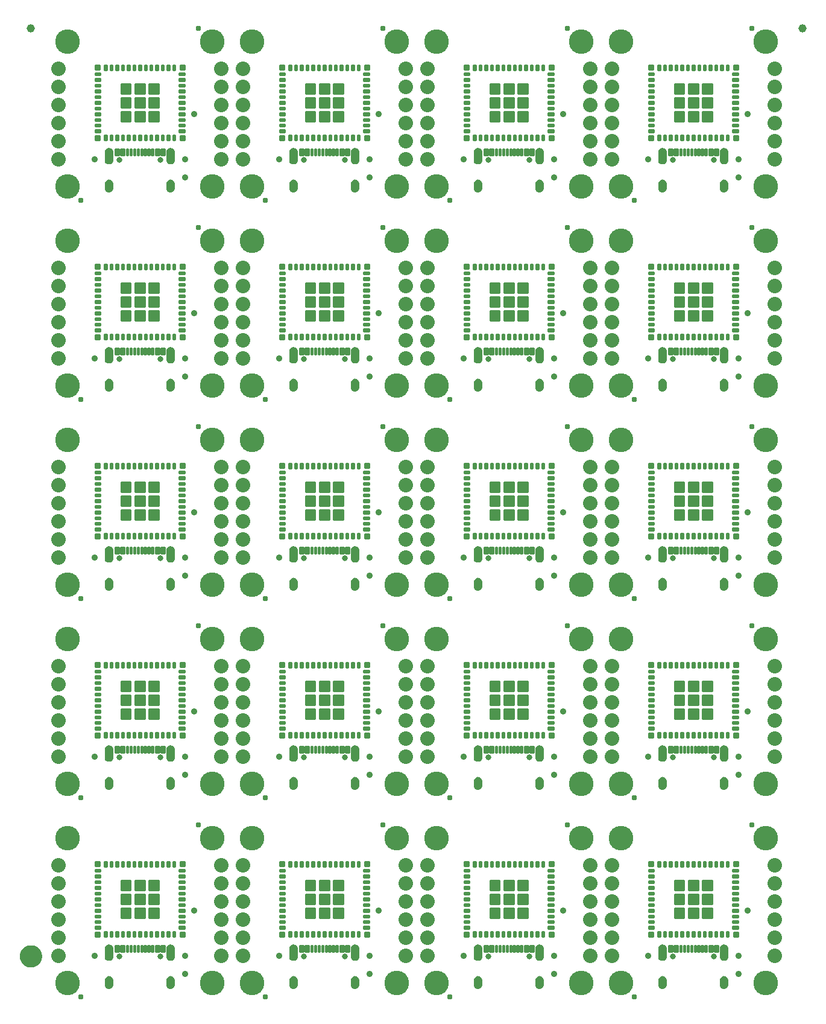
<source format=gbs>
G04 EAGLE Gerber RS-274X export*
G75*
%MOMM*%
%FSLAX34Y34*%
%LPD*%
%INSoldermask Bottom*%
%IPPOS*%
%AMOC8*
5,1,8,0,0,1.08239X$1,22.5*%
G01*
%ADD10C,3.454400*%
%ADD11C,0.253344*%
%ADD12C,0.255816*%
%ADD13C,0.802400*%
%ADD14C,2.032000*%
%ADD15C,0.254103*%
%ADD16C,0.256381*%
%ADD17C,0.255719*%
%ADD18C,0.787400*%
%ADD19C,0.914400*%
%ADD20C,1.152400*%
%ADD21C,1.270000*%
%ADD22C,1.652400*%

G36*
X430564Y1174453D02*
X430564Y1174453D01*
X430570Y1174459D01*
X430575Y1174455D01*
X431805Y1174820D01*
X431810Y1174827D01*
X431815Y1174825D01*
X432934Y1175455D01*
X432937Y1175462D01*
X432943Y1175461D01*
X433893Y1176324D01*
X433894Y1176332D01*
X433900Y1176332D01*
X434634Y1177385D01*
X434634Y1177393D01*
X434639Y1177395D01*
X435121Y1178585D01*
X435119Y1178590D01*
X435123Y1178593D01*
X435122Y1178594D01*
X435124Y1178595D01*
X435329Y1179862D01*
X435326Y1179867D01*
X435329Y1179870D01*
X435329Y1191870D01*
X435326Y1191874D01*
X435329Y1191877D01*
X435174Y1192999D01*
X435169Y1193004D01*
X435172Y1193008D01*
X434801Y1194079D01*
X434795Y1194083D01*
X434797Y1194088D01*
X434224Y1195065D01*
X434218Y1195068D01*
X434219Y1195073D01*
X433466Y1195920D01*
X433459Y1195922D01*
X433459Y1195927D01*
X432556Y1196611D01*
X432549Y1196611D01*
X432548Y1196616D01*
X431529Y1197111D01*
X431522Y1197109D01*
X431520Y1197114D01*
X430423Y1197401D01*
X430417Y1197398D01*
X430414Y1197402D01*
X429283Y1197469D01*
X429277Y1197469D01*
X428146Y1197402D01*
X428141Y1197397D01*
X428137Y1197401D01*
X427040Y1197114D01*
X427036Y1197108D01*
X427031Y1197111D01*
X426012Y1196616D01*
X426009Y1196610D01*
X426004Y1196611D01*
X425101Y1195927D01*
X425099Y1195920D01*
X425094Y1195920D01*
X424341Y1195073D01*
X424341Y1195066D01*
X424336Y1195065D01*
X423763Y1194088D01*
X423764Y1194085D01*
X423763Y1194084D01*
X423764Y1194083D01*
X423764Y1194081D01*
X423759Y1194079D01*
X423388Y1193008D01*
X423390Y1193003D01*
X423387Y1193001D01*
X423387Y1193000D01*
X423386Y1192999D01*
X423231Y1191877D01*
X423234Y1191872D01*
X423231Y1191870D01*
X423231Y1179870D01*
X423234Y1179865D01*
X423231Y1179862D01*
X423436Y1178595D01*
X423442Y1178589D01*
X423439Y1178585D01*
X423921Y1177395D01*
X423928Y1177391D01*
X423926Y1177385D01*
X424660Y1176332D01*
X424668Y1176330D01*
X424667Y1176324D01*
X425617Y1175461D01*
X425626Y1175460D01*
X425626Y1175455D01*
X426745Y1174825D01*
X426753Y1174826D01*
X426755Y1174820D01*
X427985Y1174455D01*
X427993Y1174458D01*
X427996Y1174453D01*
X429277Y1174371D01*
X429281Y1174374D01*
X429283Y1174371D01*
X430564Y1174453D01*
G37*
G36*
X85084Y1174453D02*
X85084Y1174453D01*
X85090Y1174459D01*
X85095Y1174455D01*
X86325Y1174820D01*
X86330Y1174827D01*
X86335Y1174825D01*
X87454Y1175455D01*
X87457Y1175462D01*
X87463Y1175461D01*
X88413Y1176324D01*
X88414Y1176332D01*
X88420Y1176332D01*
X89154Y1177385D01*
X89154Y1177393D01*
X89159Y1177395D01*
X89641Y1178585D01*
X89639Y1178590D01*
X89643Y1178593D01*
X89642Y1178594D01*
X89644Y1178595D01*
X89849Y1179862D01*
X89846Y1179867D01*
X89849Y1179870D01*
X89849Y1191870D01*
X89846Y1191874D01*
X89849Y1191877D01*
X89694Y1192999D01*
X89689Y1193004D01*
X89692Y1193008D01*
X89321Y1194079D01*
X89315Y1194083D01*
X89317Y1194088D01*
X88744Y1195065D01*
X88738Y1195068D01*
X88739Y1195073D01*
X87986Y1195920D01*
X87979Y1195922D01*
X87979Y1195927D01*
X87076Y1196611D01*
X87069Y1196611D01*
X87068Y1196616D01*
X86049Y1197111D01*
X86042Y1197109D01*
X86040Y1197114D01*
X84943Y1197401D01*
X84937Y1197398D01*
X84934Y1197402D01*
X83803Y1197469D01*
X83797Y1197469D01*
X82666Y1197402D01*
X82661Y1197397D01*
X82657Y1197401D01*
X81560Y1197114D01*
X81556Y1197108D01*
X81551Y1197111D01*
X80532Y1196616D01*
X80529Y1196610D01*
X80524Y1196611D01*
X79621Y1195927D01*
X79619Y1195920D01*
X79614Y1195920D01*
X78861Y1195073D01*
X78861Y1195066D01*
X78856Y1195065D01*
X78283Y1194088D01*
X78284Y1194085D01*
X78283Y1194084D01*
X78284Y1194083D01*
X78284Y1194081D01*
X78279Y1194079D01*
X77908Y1193008D01*
X77910Y1193003D01*
X77907Y1193001D01*
X77907Y1193000D01*
X77906Y1192999D01*
X77751Y1191877D01*
X77754Y1191872D01*
X77751Y1191870D01*
X77751Y1179870D01*
X77754Y1179865D01*
X77751Y1179862D01*
X77956Y1178595D01*
X77962Y1178589D01*
X77959Y1178585D01*
X78441Y1177395D01*
X78448Y1177391D01*
X78446Y1177385D01*
X79180Y1176332D01*
X79188Y1176330D01*
X79187Y1176324D01*
X80137Y1175461D01*
X80146Y1175460D01*
X80146Y1175455D01*
X81265Y1174825D01*
X81273Y1174826D01*
X81275Y1174820D01*
X82505Y1174455D01*
X82513Y1174458D01*
X82516Y1174453D01*
X83797Y1174371D01*
X83801Y1174374D01*
X83803Y1174371D01*
X85084Y1174453D01*
G37*
G36*
X689644Y1174453D02*
X689644Y1174453D01*
X689650Y1174459D01*
X689655Y1174455D01*
X690885Y1174820D01*
X690890Y1174827D01*
X690895Y1174825D01*
X692014Y1175455D01*
X692017Y1175462D01*
X692023Y1175461D01*
X692973Y1176324D01*
X692974Y1176332D01*
X692980Y1176332D01*
X693714Y1177385D01*
X693714Y1177393D01*
X693719Y1177395D01*
X694201Y1178585D01*
X694199Y1178590D01*
X694203Y1178593D01*
X694202Y1178594D01*
X694204Y1178595D01*
X694409Y1179862D01*
X694406Y1179867D01*
X694409Y1179870D01*
X694409Y1191870D01*
X694406Y1191874D01*
X694409Y1191877D01*
X694254Y1192999D01*
X694249Y1193004D01*
X694252Y1193008D01*
X693881Y1194079D01*
X693875Y1194083D01*
X693877Y1194088D01*
X693304Y1195065D01*
X693298Y1195068D01*
X693299Y1195073D01*
X692546Y1195920D01*
X692539Y1195922D01*
X692539Y1195927D01*
X691636Y1196611D01*
X691629Y1196611D01*
X691628Y1196616D01*
X690609Y1197111D01*
X690602Y1197109D01*
X690600Y1197114D01*
X689503Y1197401D01*
X689497Y1197398D01*
X689494Y1197402D01*
X688363Y1197469D01*
X688357Y1197469D01*
X687226Y1197402D01*
X687221Y1197397D01*
X687217Y1197401D01*
X686120Y1197114D01*
X686116Y1197108D01*
X686111Y1197111D01*
X685092Y1196616D01*
X685089Y1196610D01*
X685084Y1196611D01*
X684181Y1195927D01*
X684179Y1195920D01*
X684174Y1195920D01*
X683421Y1195073D01*
X683421Y1195066D01*
X683416Y1195065D01*
X682843Y1194088D01*
X682844Y1194085D01*
X682843Y1194084D01*
X682844Y1194083D01*
X682844Y1194081D01*
X682839Y1194079D01*
X682468Y1193008D01*
X682470Y1193003D01*
X682467Y1193001D01*
X682467Y1193000D01*
X682466Y1192999D01*
X682311Y1191877D01*
X682314Y1191872D01*
X682311Y1191870D01*
X682311Y1179870D01*
X682314Y1179865D01*
X682311Y1179862D01*
X682516Y1178595D01*
X682522Y1178589D01*
X682519Y1178585D01*
X683001Y1177395D01*
X683008Y1177391D01*
X683006Y1177385D01*
X683740Y1176332D01*
X683748Y1176330D01*
X683747Y1176324D01*
X684697Y1175461D01*
X684706Y1175460D01*
X684706Y1175455D01*
X685825Y1174825D01*
X685833Y1174826D01*
X685835Y1174820D01*
X687065Y1174455D01*
X687073Y1174458D01*
X687076Y1174453D01*
X688357Y1174371D01*
X688361Y1174374D01*
X688363Y1174371D01*
X689644Y1174453D01*
G37*
G36*
X344164Y1174453D02*
X344164Y1174453D01*
X344170Y1174459D01*
X344175Y1174455D01*
X345405Y1174820D01*
X345410Y1174827D01*
X345415Y1174825D01*
X346534Y1175455D01*
X346537Y1175462D01*
X346543Y1175461D01*
X347493Y1176324D01*
X347494Y1176332D01*
X347500Y1176332D01*
X348234Y1177385D01*
X348234Y1177393D01*
X348239Y1177395D01*
X348721Y1178585D01*
X348719Y1178590D01*
X348723Y1178593D01*
X348722Y1178594D01*
X348724Y1178595D01*
X348929Y1179862D01*
X348926Y1179867D01*
X348929Y1179870D01*
X348929Y1191870D01*
X348926Y1191874D01*
X348929Y1191877D01*
X348774Y1192999D01*
X348769Y1193004D01*
X348772Y1193008D01*
X348401Y1194079D01*
X348395Y1194083D01*
X348397Y1194088D01*
X347824Y1195065D01*
X347818Y1195068D01*
X347819Y1195073D01*
X347066Y1195920D01*
X347059Y1195922D01*
X347059Y1195927D01*
X346156Y1196611D01*
X346149Y1196611D01*
X346148Y1196616D01*
X345129Y1197111D01*
X345122Y1197109D01*
X345120Y1197114D01*
X344023Y1197401D01*
X344017Y1197398D01*
X344014Y1197402D01*
X342883Y1197469D01*
X342877Y1197469D01*
X341746Y1197402D01*
X341741Y1197397D01*
X341737Y1197401D01*
X340640Y1197114D01*
X340636Y1197108D01*
X340631Y1197111D01*
X339612Y1196616D01*
X339609Y1196610D01*
X339604Y1196611D01*
X338701Y1195927D01*
X338699Y1195920D01*
X338694Y1195920D01*
X337941Y1195073D01*
X337941Y1195066D01*
X337936Y1195065D01*
X337363Y1194088D01*
X337364Y1194085D01*
X337363Y1194084D01*
X337364Y1194083D01*
X337364Y1194081D01*
X337359Y1194079D01*
X336988Y1193008D01*
X336990Y1193003D01*
X336987Y1193001D01*
X336987Y1193000D01*
X336986Y1192999D01*
X336831Y1191877D01*
X336834Y1191872D01*
X336831Y1191870D01*
X336831Y1179870D01*
X336834Y1179865D01*
X336831Y1179862D01*
X337036Y1178595D01*
X337042Y1178589D01*
X337039Y1178585D01*
X337521Y1177395D01*
X337528Y1177391D01*
X337526Y1177385D01*
X338260Y1176332D01*
X338268Y1176330D01*
X338267Y1176324D01*
X339217Y1175461D01*
X339226Y1175460D01*
X339226Y1175455D01*
X340345Y1174825D01*
X340353Y1174826D01*
X340355Y1174820D01*
X341585Y1174455D01*
X341593Y1174458D01*
X341596Y1174453D01*
X342877Y1174371D01*
X342881Y1174374D01*
X342883Y1174371D01*
X344164Y1174453D01*
G37*
G36*
X862324Y1174453D02*
X862324Y1174453D01*
X862330Y1174459D01*
X862335Y1174455D01*
X863565Y1174820D01*
X863570Y1174827D01*
X863575Y1174825D01*
X864694Y1175455D01*
X864697Y1175462D01*
X864703Y1175461D01*
X865653Y1176324D01*
X865654Y1176332D01*
X865660Y1176332D01*
X866394Y1177385D01*
X866394Y1177393D01*
X866399Y1177395D01*
X866881Y1178585D01*
X866879Y1178590D01*
X866883Y1178593D01*
X866882Y1178594D01*
X866884Y1178595D01*
X867089Y1179862D01*
X867086Y1179867D01*
X867089Y1179870D01*
X867089Y1191870D01*
X867086Y1191874D01*
X867089Y1191877D01*
X866934Y1192999D01*
X866929Y1193004D01*
X866932Y1193008D01*
X866561Y1194079D01*
X866555Y1194083D01*
X866557Y1194088D01*
X865984Y1195065D01*
X865978Y1195068D01*
X865979Y1195073D01*
X865226Y1195920D01*
X865219Y1195922D01*
X865219Y1195927D01*
X864316Y1196611D01*
X864309Y1196611D01*
X864308Y1196616D01*
X863289Y1197111D01*
X863282Y1197109D01*
X863280Y1197114D01*
X862183Y1197401D01*
X862177Y1197398D01*
X862174Y1197402D01*
X861043Y1197469D01*
X861037Y1197469D01*
X859906Y1197402D01*
X859901Y1197397D01*
X859897Y1197401D01*
X858800Y1197114D01*
X858796Y1197108D01*
X858791Y1197111D01*
X857772Y1196616D01*
X857769Y1196610D01*
X857764Y1196611D01*
X856861Y1195927D01*
X856859Y1195920D01*
X856854Y1195920D01*
X856101Y1195073D01*
X856101Y1195066D01*
X856096Y1195065D01*
X855523Y1194088D01*
X855524Y1194085D01*
X855523Y1194084D01*
X855524Y1194083D01*
X855524Y1194081D01*
X855519Y1194079D01*
X855148Y1193008D01*
X855150Y1193003D01*
X855147Y1193001D01*
X855147Y1193000D01*
X855146Y1192999D01*
X854991Y1191877D01*
X854994Y1191872D01*
X854991Y1191870D01*
X854991Y1179870D01*
X854994Y1179865D01*
X854991Y1179862D01*
X855196Y1178595D01*
X855202Y1178589D01*
X855199Y1178585D01*
X855681Y1177395D01*
X855688Y1177391D01*
X855686Y1177385D01*
X856420Y1176332D01*
X856428Y1176330D01*
X856427Y1176324D01*
X857377Y1175461D01*
X857386Y1175460D01*
X857386Y1175455D01*
X858505Y1174825D01*
X858513Y1174826D01*
X858515Y1174820D01*
X859745Y1174455D01*
X859753Y1174458D01*
X859756Y1174453D01*
X861037Y1174371D01*
X861041Y1174374D01*
X861043Y1174371D01*
X862324Y1174453D01*
G37*
G36*
X603244Y1174453D02*
X603244Y1174453D01*
X603250Y1174459D01*
X603255Y1174455D01*
X604485Y1174820D01*
X604490Y1174827D01*
X604495Y1174825D01*
X605614Y1175455D01*
X605617Y1175462D01*
X605623Y1175461D01*
X606573Y1176324D01*
X606574Y1176332D01*
X606580Y1176332D01*
X607314Y1177385D01*
X607314Y1177393D01*
X607319Y1177395D01*
X607801Y1178585D01*
X607799Y1178590D01*
X607803Y1178593D01*
X607802Y1178594D01*
X607804Y1178595D01*
X608009Y1179862D01*
X608006Y1179867D01*
X608009Y1179870D01*
X608009Y1191870D01*
X608006Y1191874D01*
X608009Y1191877D01*
X607854Y1192999D01*
X607849Y1193004D01*
X607852Y1193008D01*
X607481Y1194079D01*
X607475Y1194083D01*
X607477Y1194088D01*
X606904Y1195065D01*
X606898Y1195068D01*
X606899Y1195073D01*
X606146Y1195920D01*
X606139Y1195922D01*
X606139Y1195927D01*
X605236Y1196611D01*
X605229Y1196611D01*
X605228Y1196616D01*
X604209Y1197111D01*
X604202Y1197109D01*
X604200Y1197114D01*
X603103Y1197401D01*
X603097Y1197398D01*
X603094Y1197402D01*
X601963Y1197469D01*
X601957Y1197469D01*
X600826Y1197402D01*
X600821Y1197397D01*
X600817Y1197401D01*
X599720Y1197114D01*
X599716Y1197108D01*
X599711Y1197111D01*
X598692Y1196616D01*
X598689Y1196610D01*
X598684Y1196611D01*
X597781Y1195927D01*
X597779Y1195920D01*
X597774Y1195920D01*
X597021Y1195073D01*
X597021Y1195066D01*
X597016Y1195065D01*
X596443Y1194088D01*
X596444Y1194085D01*
X596443Y1194084D01*
X596444Y1194083D01*
X596444Y1194081D01*
X596439Y1194079D01*
X596068Y1193008D01*
X596070Y1193003D01*
X596067Y1193001D01*
X596067Y1193000D01*
X596066Y1192999D01*
X595911Y1191877D01*
X595914Y1191872D01*
X595911Y1191870D01*
X595911Y1179870D01*
X595914Y1179865D01*
X595911Y1179862D01*
X596116Y1178595D01*
X596122Y1178589D01*
X596119Y1178585D01*
X596601Y1177395D01*
X596608Y1177391D01*
X596606Y1177385D01*
X597340Y1176332D01*
X597348Y1176330D01*
X597347Y1176324D01*
X598297Y1175461D01*
X598306Y1175460D01*
X598306Y1175455D01*
X599425Y1174825D01*
X599433Y1174826D01*
X599435Y1174820D01*
X600665Y1174455D01*
X600673Y1174458D01*
X600676Y1174453D01*
X601957Y1174371D01*
X601961Y1174374D01*
X601963Y1174371D01*
X603244Y1174453D01*
G37*
G36*
X171484Y1174453D02*
X171484Y1174453D01*
X171490Y1174459D01*
X171495Y1174455D01*
X172725Y1174820D01*
X172730Y1174827D01*
X172735Y1174825D01*
X173854Y1175455D01*
X173857Y1175462D01*
X173863Y1175461D01*
X174813Y1176324D01*
X174814Y1176332D01*
X174820Y1176332D01*
X175554Y1177385D01*
X175554Y1177393D01*
X175559Y1177395D01*
X176041Y1178585D01*
X176039Y1178590D01*
X176043Y1178593D01*
X176042Y1178594D01*
X176044Y1178595D01*
X176249Y1179862D01*
X176246Y1179867D01*
X176249Y1179870D01*
X176249Y1191870D01*
X176246Y1191874D01*
X176249Y1191877D01*
X176094Y1192999D01*
X176089Y1193004D01*
X176092Y1193008D01*
X175721Y1194079D01*
X175715Y1194083D01*
X175717Y1194088D01*
X175144Y1195065D01*
X175138Y1195068D01*
X175139Y1195073D01*
X174386Y1195920D01*
X174379Y1195922D01*
X174379Y1195927D01*
X173476Y1196611D01*
X173469Y1196611D01*
X173468Y1196616D01*
X172449Y1197111D01*
X172442Y1197109D01*
X172440Y1197114D01*
X171343Y1197401D01*
X171337Y1197398D01*
X171334Y1197402D01*
X170203Y1197469D01*
X170197Y1197469D01*
X169066Y1197402D01*
X169061Y1197397D01*
X169057Y1197401D01*
X167960Y1197114D01*
X167956Y1197108D01*
X167951Y1197111D01*
X166932Y1196616D01*
X166929Y1196610D01*
X166924Y1196611D01*
X166021Y1195927D01*
X166019Y1195920D01*
X166014Y1195920D01*
X165261Y1195073D01*
X165261Y1195066D01*
X165256Y1195065D01*
X164683Y1194088D01*
X164684Y1194085D01*
X164683Y1194084D01*
X164684Y1194083D01*
X164684Y1194081D01*
X164679Y1194079D01*
X164308Y1193008D01*
X164310Y1193003D01*
X164307Y1193001D01*
X164307Y1193000D01*
X164306Y1192999D01*
X164151Y1191877D01*
X164154Y1191872D01*
X164151Y1191870D01*
X164151Y1179870D01*
X164154Y1179865D01*
X164151Y1179862D01*
X164356Y1178595D01*
X164362Y1178589D01*
X164359Y1178585D01*
X164841Y1177395D01*
X164848Y1177391D01*
X164846Y1177385D01*
X165580Y1176332D01*
X165588Y1176330D01*
X165587Y1176324D01*
X166537Y1175461D01*
X166546Y1175460D01*
X166546Y1175455D01*
X167665Y1174825D01*
X167673Y1174826D01*
X167675Y1174820D01*
X168905Y1174455D01*
X168913Y1174458D01*
X168916Y1174453D01*
X170197Y1174371D01*
X170201Y1174374D01*
X170203Y1174371D01*
X171484Y1174453D01*
G37*
G36*
X948724Y1174453D02*
X948724Y1174453D01*
X948730Y1174459D01*
X948735Y1174455D01*
X949965Y1174820D01*
X949970Y1174827D01*
X949975Y1174825D01*
X951094Y1175455D01*
X951097Y1175462D01*
X951103Y1175461D01*
X952053Y1176324D01*
X952054Y1176332D01*
X952060Y1176332D01*
X952794Y1177385D01*
X952794Y1177393D01*
X952799Y1177395D01*
X953281Y1178585D01*
X953279Y1178590D01*
X953283Y1178593D01*
X953282Y1178594D01*
X953284Y1178595D01*
X953489Y1179862D01*
X953486Y1179867D01*
X953489Y1179870D01*
X953489Y1191870D01*
X953486Y1191874D01*
X953489Y1191877D01*
X953334Y1192999D01*
X953329Y1193004D01*
X953332Y1193008D01*
X952961Y1194079D01*
X952955Y1194083D01*
X952957Y1194088D01*
X952384Y1195065D01*
X952378Y1195068D01*
X952379Y1195073D01*
X951626Y1195920D01*
X951619Y1195922D01*
X951619Y1195927D01*
X950716Y1196611D01*
X950709Y1196611D01*
X950708Y1196616D01*
X949689Y1197111D01*
X949682Y1197109D01*
X949680Y1197114D01*
X948583Y1197401D01*
X948577Y1197398D01*
X948574Y1197402D01*
X947443Y1197469D01*
X947437Y1197469D01*
X946306Y1197402D01*
X946301Y1197397D01*
X946297Y1197401D01*
X945200Y1197114D01*
X945196Y1197108D01*
X945191Y1197111D01*
X944172Y1196616D01*
X944169Y1196610D01*
X944164Y1196611D01*
X943261Y1195927D01*
X943259Y1195920D01*
X943254Y1195920D01*
X942501Y1195073D01*
X942501Y1195066D01*
X942496Y1195065D01*
X941923Y1194088D01*
X941924Y1194085D01*
X941923Y1194084D01*
X941924Y1194083D01*
X941924Y1194081D01*
X941919Y1194079D01*
X941548Y1193008D01*
X941550Y1193003D01*
X941547Y1193001D01*
X941547Y1193000D01*
X941546Y1192999D01*
X941391Y1191877D01*
X941394Y1191872D01*
X941391Y1191870D01*
X941391Y1179870D01*
X941394Y1179865D01*
X941391Y1179862D01*
X941596Y1178595D01*
X941602Y1178589D01*
X941599Y1178585D01*
X942081Y1177395D01*
X942088Y1177391D01*
X942086Y1177385D01*
X942820Y1176332D01*
X942828Y1176330D01*
X942827Y1176324D01*
X943777Y1175461D01*
X943786Y1175460D01*
X943786Y1175455D01*
X944905Y1174825D01*
X944913Y1174826D01*
X944915Y1174820D01*
X946145Y1174455D01*
X946153Y1174458D01*
X946156Y1174453D01*
X947437Y1174371D01*
X947441Y1174374D01*
X947443Y1174371D01*
X948724Y1174453D01*
G37*
G36*
X171484Y615653D02*
X171484Y615653D01*
X171490Y615659D01*
X171495Y615655D01*
X172725Y616020D01*
X172730Y616027D01*
X172735Y616025D01*
X173854Y616655D01*
X173857Y616662D01*
X173863Y616661D01*
X174813Y617524D01*
X174814Y617532D01*
X174820Y617532D01*
X175554Y618585D01*
X175554Y618593D01*
X175559Y618595D01*
X176041Y619785D01*
X176039Y619790D01*
X176043Y619793D01*
X176042Y619794D01*
X176044Y619795D01*
X176249Y621062D01*
X176246Y621067D01*
X176249Y621070D01*
X176249Y633070D01*
X176246Y633074D01*
X176249Y633077D01*
X176094Y634199D01*
X176089Y634204D01*
X176092Y634208D01*
X175721Y635279D01*
X175715Y635283D01*
X175717Y635288D01*
X175144Y636265D01*
X175138Y636268D01*
X175139Y636273D01*
X174386Y637120D01*
X174379Y637122D01*
X174379Y637127D01*
X173476Y637811D01*
X173469Y637811D01*
X173468Y637816D01*
X172449Y638311D01*
X172442Y638309D01*
X172440Y638314D01*
X171343Y638601D01*
X171337Y638598D01*
X171334Y638602D01*
X170203Y638669D01*
X170197Y638669D01*
X169066Y638602D01*
X169061Y638597D01*
X169057Y638601D01*
X167960Y638314D01*
X167956Y638308D01*
X167951Y638311D01*
X166932Y637816D01*
X166929Y637810D01*
X166924Y637811D01*
X166021Y637127D01*
X166019Y637120D01*
X166014Y637120D01*
X165261Y636273D01*
X165261Y636266D01*
X165256Y636265D01*
X164683Y635288D01*
X164684Y635285D01*
X164683Y635284D01*
X164684Y635283D01*
X164684Y635281D01*
X164679Y635279D01*
X164308Y634208D01*
X164310Y634203D01*
X164307Y634201D01*
X164307Y634200D01*
X164306Y634199D01*
X164151Y633077D01*
X164154Y633072D01*
X164151Y633070D01*
X164151Y621070D01*
X164154Y621065D01*
X164151Y621062D01*
X164356Y619795D01*
X164362Y619789D01*
X164359Y619785D01*
X164841Y618595D01*
X164848Y618591D01*
X164846Y618585D01*
X165580Y617532D01*
X165588Y617530D01*
X165587Y617524D01*
X166537Y616661D01*
X166546Y616660D01*
X166546Y616655D01*
X167665Y616025D01*
X167673Y616026D01*
X167675Y616020D01*
X168905Y615655D01*
X168913Y615658D01*
X168916Y615653D01*
X170197Y615571D01*
X170201Y615574D01*
X170203Y615571D01*
X171484Y615653D01*
G37*
G36*
X85084Y615653D02*
X85084Y615653D01*
X85090Y615659D01*
X85095Y615655D01*
X86325Y616020D01*
X86330Y616027D01*
X86335Y616025D01*
X87454Y616655D01*
X87457Y616662D01*
X87463Y616661D01*
X88413Y617524D01*
X88414Y617532D01*
X88420Y617532D01*
X89154Y618585D01*
X89154Y618593D01*
X89159Y618595D01*
X89641Y619785D01*
X89639Y619790D01*
X89643Y619793D01*
X89642Y619794D01*
X89644Y619795D01*
X89849Y621062D01*
X89846Y621067D01*
X89849Y621070D01*
X89849Y633070D01*
X89846Y633074D01*
X89849Y633077D01*
X89694Y634199D01*
X89689Y634204D01*
X89692Y634208D01*
X89321Y635279D01*
X89315Y635283D01*
X89317Y635288D01*
X88744Y636265D01*
X88738Y636268D01*
X88739Y636273D01*
X87986Y637120D01*
X87979Y637122D01*
X87979Y637127D01*
X87076Y637811D01*
X87069Y637811D01*
X87068Y637816D01*
X86049Y638311D01*
X86042Y638309D01*
X86040Y638314D01*
X84943Y638601D01*
X84937Y638598D01*
X84934Y638602D01*
X83803Y638669D01*
X83797Y638669D01*
X82666Y638602D01*
X82661Y638597D01*
X82657Y638601D01*
X81560Y638314D01*
X81556Y638308D01*
X81551Y638311D01*
X80532Y637816D01*
X80529Y637810D01*
X80524Y637811D01*
X79621Y637127D01*
X79619Y637120D01*
X79614Y637120D01*
X78861Y636273D01*
X78861Y636266D01*
X78856Y636265D01*
X78283Y635288D01*
X78284Y635285D01*
X78283Y635284D01*
X78284Y635283D01*
X78284Y635281D01*
X78279Y635279D01*
X77908Y634208D01*
X77910Y634203D01*
X77907Y634201D01*
X77907Y634200D01*
X77906Y634199D01*
X77751Y633077D01*
X77754Y633072D01*
X77751Y633070D01*
X77751Y621070D01*
X77754Y621065D01*
X77751Y621062D01*
X77956Y619795D01*
X77962Y619789D01*
X77959Y619785D01*
X78441Y618595D01*
X78448Y618591D01*
X78446Y618585D01*
X79180Y617532D01*
X79188Y617530D01*
X79187Y617524D01*
X80137Y616661D01*
X80146Y616660D01*
X80146Y616655D01*
X81265Y616025D01*
X81273Y616026D01*
X81275Y616020D01*
X82505Y615655D01*
X82513Y615658D01*
X82516Y615653D01*
X83797Y615571D01*
X83801Y615574D01*
X83803Y615571D01*
X85084Y615653D01*
G37*
G36*
X689644Y56853D02*
X689644Y56853D01*
X689650Y56859D01*
X689655Y56855D01*
X690885Y57220D01*
X690890Y57227D01*
X690895Y57225D01*
X692014Y57855D01*
X692017Y57862D01*
X692023Y57861D01*
X692973Y58724D01*
X692974Y58732D01*
X692980Y58732D01*
X693714Y59785D01*
X693714Y59793D01*
X693719Y59795D01*
X694201Y60985D01*
X694199Y60990D01*
X694203Y60993D01*
X694202Y60994D01*
X694204Y60995D01*
X694409Y62262D01*
X694406Y62267D01*
X694409Y62270D01*
X694409Y74270D01*
X694406Y74274D01*
X694409Y74277D01*
X694254Y75399D01*
X694249Y75404D01*
X694252Y75408D01*
X693881Y76479D01*
X693875Y76483D01*
X693877Y76488D01*
X693304Y77465D01*
X693298Y77468D01*
X693299Y77473D01*
X692546Y78320D01*
X692539Y78322D01*
X692539Y78327D01*
X691636Y79011D01*
X691629Y79011D01*
X691628Y79016D01*
X690609Y79511D01*
X690602Y79509D01*
X690600Y79514D01*
X689503Y79801D01*
X689497Y79798D01*
X689494Y79802D01*
X688363Y79869D01*
X688357Y79869D01*
X687226Y79802D01*
X687221Y79797D01*
X687217Y79801D01*
X686120Y79514D01*
X686116Y79508D01*
X686111Y79511D01*
X685092Y79016D01*
X685089Y79010D01*
X685084Y79011D01*
X684181Y78327D01*
X684179Y78320D01*
X684174Y78320D01*
X683421Y77473D01*
X683421Y77466D01*
X683416Y77465D01*
X682843Y76488D01*
X682844Y76485D01*
X682843Y76484D01*
X682844Y76483D01*
X682844Y76481D01*
X682839Y76479D01*
X682468Y75408D01*
X682470Y75403D01*
X682467Y75401D01*
X682467Y75400D01*
X682466Y75399D01*
X682311Y74277D01*
X682314Y74272D01*
X682311Y74270D01*
X682311Y62270D01*
X682314Y62265D01*
X682311Y62262D01*
X682516Y60995D01*
X682522Y60989D01*
X682519Y60985D01*
X683001Y59795D01*
X683008Y59791D01*
X683006Y59785D01*
X683740Y58732D01*
X683748Y58730D01*
X683747Y58724D01*
X684697Y57861D01*
X684706Y57860D01*
X684706Y57855D01*
X685825Y57225D01*
X685833Y57226D01*
X685835Y57220D01*
X687065Y56855D01*
X687073Y56858D01*
X687076Y56853D01*
X688357Y56771D01*
X688361Y56774D01*
X688363Y56771D01*
X689644Y56853D01*
G37*
G36*
X603244Y615653D02*
X603244Y615653D01*
X603250Y615659D01*
X603255Y615655D01*
X604485Y616020D01*
X604490Y616027D01*
X604495Y616025D01*
X605614Y616655D01*
X605617Y616662D01*
X605623Y616661D01*
X606573Y617524D01*
X606574Y617532D01*
X606580Y617532D01*
X607314Y618585D01*
X607314Y618593D01*
X607319Y618595D01*
X607801Y619785D01*
X607799Y619790D01*
X607803Y619793D01*
X607802Y619794D01*
X607804Y619795D01*
X608009Y621062D01*
X608006Y621067D01*
X608009Y621070D01*
X608009Y633070D01*
X608006Y633074D01*
X608009Y633077D01*
X607854Y634199D01*
X607849Y634204D01*
X607852Y634208D01*
X607481Y635279D01*
X607475Y635283D01*
X607477Y635288D01*
X606904Y636265D01*
X606898Y636268D01*
X606899Y636273D01*
X606146Y637120D01*
X606139Y637122D01*
X606139Y637127D01*
X605236Y637811D01*
X605229Y637811D01*
X605228Y637816D01*
X604209Y638311D01*
X604202Y638309D01*
X604200Y638314D01*
X603103Y638601D01*
X603097Y638598D01*
X603094Y638602D01*
X601963Y638669D01*
X601957Y638669D01*
X600826Y638602D01*
X600821Y638597D01*
X600817Y638601D01*
X599720Y638314D01*
X599716Y638308D01*
X599711Y638311D01*
X598692Y637816D01*
X598689Y637810D01*
X598684Y637811D01*
X597781Y637127D01*
X597779Y637120D01*
X597774Y637120D01*
X597021Y636273D01*
X597021Y636266D01*
X597016Y636265D01*
X596443Y635288D01*
X596444Y635285D01*
X596443Y635284D01*
X596444Y635283D01*
X596444Y635281D01*
X596439Y635279D01*
X596068Y634208D01*
X596070Y634203D01*
X596067Y634201D01*
X596067Y634200D01*
X596066Y634199D01*
X595911Y633077D01*
X595914Y633072D01*
X595911Y633070D01*
X595911Y621070D01*
X595914Y621065D01*
X595911Y621062D01*
X596116Y619795D01*
X596122Y619789D01*
X596119Y619785D01*
X596601Y618595D01*
X596608Y618591D01*
X596606Y618585D01*
X597340Y617532D01*
X597348Y617530D01*
X597347Y617524D01*
X598297Y616661D01*
X598306Y616660D01*
X598306Y616655D01*
X599425Y616025D01*
X599433Y616026D01*
X599435Y616020D01*
X600665Y615655D01*
X600673Y615658D01*
X600676Y615653D01*
X601957Y615571D01*
X601961Y615574D01*
X601963Y615571D01*
X603244Y615653D01*
G37*
G36*
X948724Y615653D02*
X948724Y615653D01*
X948730Y615659D01*
X948735Y615655D01*
X949965Y616020D01*
X949970Y616027D01*
X949975Y616025D01*
X951094Y616655D01*
X951097Y616662D01*
X951103Y616661D01*
X952053Y617524D01*
X952054Y617532D01*
X952060Y617532D01*
X952794Y618585D01*
X952794Y618593D01*
X952799Y618595D01*
X953281Y619785D01*
X953279Y619790D01*
X953283Y619793D01*
X953282Y619794D01*
X953284Y619795D01*
X953489Y621062D01*
X953486Y621067D01*
X953489Y621070D01*
X953489Y633070D01*
X953486Y633074D01*
X953489Y633077D01*
X953334Y634199D01*
X953329Y634204D01*
X953332Y634208D01*
X952961Y635279D01*
X952955Y635283D01*
X952957Y635288D01*
X952384Y636265D01*
X952378Y636268D01*
X952379Y636273D01*
X951626Y637120D01*
X951619Y637122D01*
X951619Y637127D01*
X950716Y637811D01*
X950709Y637811D01*
X950708Y637816D01*
X949689Y638311D01*
X949682Y638309D01*
X949680Y638314D01*
X948583Y638601D01*
X948577Y638598D01*
X948574Y638602D01*
X947443Y638669D01*
X947437Y638669D01*
X946306Y638602D01*
X946301Y638597D01*
X946297Y638601D01*
X945200Y638314D01*
X945196Y638308D01*
X945191Y638311D01*
X944172Y637816D01*
X944169Y637810D01*
X944164Y637811D01*
X943261Y637127D01*
X943259Y637120D01*
X943254Y637120D01*
X942501Y636273D01*
X942501Y636266D01*
X942496Y636265D01*
X941923Y635288D01*
X941924Y635285D01*
X941923Y635284D01*
X941924Y635283D01*
X941924Y635281D01*
X941919Y635279D01*
X941548Y634208D01*
X941550Y634203D01*
X941547Y634201D01*
X941547Y634200D01*
X941546Y634199D01*
X941391Y633077D01*
X941394Y633072D01*
X941391Y633070D01*
X941391Y621070D01*
X941394Y621065D01*
X941391Y621062D01*
X941596Y619795D01*
X941602Y619789D01*
X941599Y619785D01*
X942081Y618595D01*
X942088Y618591D01*
X942086Y618585D01*
X942820Y617532D01*
X942828Y617530D01*
X942827Y617524D01*
X943777Y616661D01*
X943786Y616660D01*
X943786Y616655D01*
X944905Y616025D01*
X944913Y616026D01*
X944915Y616020D01*
X946145Y615655D01*
X946153Y615658D01*
X946156Y615653D01*
X947437Y615571D01*
X947441Y615574D01*
X947443Y615571D01*
X948724Y615653D01*
G37*
G36*
X689644Y615653D02*
X689644Y615653D01*
X689650Y615659D01*
X689655Y615655D01*
X690885Y616020D01*
X690890Y616027D01*
X690895Y616025D01*
X692014Y616655D01*
X692017Y616662D01*
X692023Y616661D01*
X692973Y617524D01*
X692974Y617532D01*
X692980Y617532D01*
X693714Y618585D01*
X693714Y618593D01*
X693719Y618595D01*
X694201Y619785D01*
X694199Y619790D01*
X694203Y619793D01*
X694202Y619794D01*
X694204Y619795D01*
X694409Y621062D01*
X694406Y621067D01*
X694409Y621070D01*
X694409Y633070D01*
X694406Y633074D01*
X694409Y633077D01*
X694254Y634199D01*
X694249Y634204D01*
X694252Y634208D01*
X693881Y635279D01*
X693875Y635283D01*
X693877Y635288D01*
X693304Y636265D01*
X693298Y636268D01*
X693299Y636273D01*
X692546Y637120D01*
X692539Y637122D01*
X692539Y637127D01*
X691636Y637811D01*
X691629Y637811D01*
X691628Y637816D01*
X690609Y638311D01*
X690602Y638309D01*
X690600Y638314D01*
X689503Y638601D01*
X689497Y638598D01*
X689494Y638602D01*
X688363Y638669D01*
X688357Y638669D01*
X687226Y638602D01*
X687221Y638597D01*
X687217Y638601D01*
X686120Y638314D01*
X686116Y638308D01*
X686111Y638311D01*
X685092Y637816D01*
X685089Y637810D01*
X685084Y637811D01*
X684181Y637127D01*
X684179Y637120D01*
X684174Y637120D01*
X683421Y636273D01*
X683421Y636266D01*
X683416Y636265D01*
X682843Y635288D01*
X682844Y635285D01*
X682843Y635284D01*
X682844Y635283D01*
X682844Y635281D01*
X682839Y635279D01*
X682468Y634208D01*
X682470Y634203D01*
X682467Y634201D01*
X682467Y634200D01*
X682466Y634199D01*
X682311Y633077D01*
X682314Y633072D01*
X682311Y633070D01*
X682311Y621070D01*
X682314Y621065D01*
X682311Y621062D01*
X682516Y619795D01*
X682522Y619789D01*
X682519Y619785D01*
X683001Y618595D01*
X683008Y618591D01*
X683006Y618585D01*
X683740Y617532D01*
X683748Y617530D01*
X683747Y617524D01*
X684697Y616661D01*
X684706Y616660D01*
X684706Y616655D01*
X685825Y616025D01*
X685833Y616026D01*
X685835Y616020D01*
X687065Y615655D01*
X687073Y615658D01*
X687076Y615653D01*
X688357Y615571D01*
X688361Y615574D01*
X688363Y615571D01*
X689644Y615653D01*
G37*
G36*
X689644Y336253D02*
X689644Y336253D01*
X689650Y336259D01*
X689655Y336255D01*
X690885Y336620D01*
X690890Y336627D01*
X690895Y336625D01*
X692014Y337255D01*
X692017Y337262D01*
X692023Y337261D01*
X692973Y338124D01*
X692974Y338132D01*
X692980Y338132D01*
X693714Y339185D01*
X693714Y339193D01*
X693719Y339195D01*
X694201Y340385D01*
X694199Y340390D01*
X694203Y340393D01*
X694202Y340394D01*
X694204Y340395D01*
X694409Y341662D01*
X694406Y341667D01*
X694409Y341670D01*
X694409Y353670D01*
X694406Y353674D01*
X694409Y353677D01*
X694254Y354799D01*
X694249Y354804D01*
X694252Y354808D01*
X693881Y355879D01*
X693875Y355883D01*
X693877Y355888D01*
X693304Y356865D01*
X693298Y356868D01*
X693299Y356873D01*
X692546Y357720D01*
X692539Y357722D01*
X692539Y357727D01*
X691636Y358411D01*
X691629Y358411D01*
X691628Y358416D01*
X690609Y358911D01*
X690602Y358909D01*
X690600Y358914D01*
X689503Y359201D01*
X689497Y359198D01*
X689494Y359202D01*
X688363Y359269D01*
X688357Y359269D01*
X687226Y359202D01*
X687221Y359197D01*
X687217Y359201D01*
X686120Y358914D01*
X686116Y358908D01*
X686111Y358911D01*
X685092Y358416D01*
X685089Y358410D01*
X685084Y358411D01*
X684181Y357727D01*
X684179Y357720D01*
X684174Y357720D01*
X683421Y356873D01*
X683421Y356866D01*
X683416Y356865D01*
X682843Y355888D01*
X682844Y355885D01*
X682843Y355884D01*
X682844Y355883D01*
X682844Y355881D01*
X682839Y355879D01*
X682468Y354808D01*
X682470Y354803D01*
X682467Y354801D01*
X682467Y354800D01*
X682466Y354799D01*
X682311Y353677D01*
X682314Y353672D01*
X682311Y353670D01*
X682311Y341670D01*
X682314Y341665D01*
X682311Y341662D01*
X682516Y340395D01*
X682522Y340389D01*
X682519Y340385D01*
X683001Y339195D01*
X683008Y339191D01*
X683006Y339185D01*
X683740Y338132D01*
X683748Y338130D01*
X683747Y338124D01*
X684697Y337261D01*
X684706Y337260D01*
X684706Y337255D01*
X685825Y336625D01*
X685833Y336626D01*
X685835Y336620D01*
X687065Y336255D01*
X687073Y336258D01*
X687076Y336253D01*
X688357Y336171D01*
X688361Y336174D01*
X688363Y336171D01*
X689644Y336253D01*
G37*
G36*
X862324Y615653D02*
X862324Y615653D01*
X862330Y615659D01*
X862335Y615655D01*
X863565Y616020D01*
X863570Y616027D01*
X863575Y616025D01*
X864694Y616655D01*
X864697Y616662D01*
X864703Y616661D01*
X865653Y617524D01*
X865654Y617532D01*
X865660Y617532D01*
X866394Y618585D01*
X866394Y618593D01*
X866399Y618595D01*
X866881Y619785D01*
X866879Y619790D01*
X866883Y619793D01*
X866882Y619794D01*
X866884Y619795D01*
X867089Y621062D01*
X867086Y621067D01*
X867089Y621070D01*
X867089Y633070D01*
X867086Y633074D01*
X867089Y633077D01*
X866934Y634199D01*
X866929Y634204D01*
X866932Y634208D01*
X866561Y635279D01*
X866555Y635283D01*
X866557Y635288D01*
X865984Y636265D01*
X865978Y636268D01*
X865979Y636273D01*
X865226Y637120D01*
X865219Y637122D01*
X865219Y637127D01*
X864316Y637811D01*
X864309Y637811D01*
X864308Y637816D01*
X863289Y638311D01*
X863282Y638309D01*
X863280Y638314D01*
X862183Y638601D01*
X862177Y638598D01*
X862174Y638602D01*
X861043Y638669D01*
X861037Y638669D01*
X859906Y638602D01*
X859901Y638597D01*
X859897Y638601D01*
X858800Y638314D01*
X858796Y638308D01*
X858791Y638311D01*
X857772Y637816D01*
X857769Y637810D01*
X857764Y637811D01*
X856861Y637127D01*
X856859Y637120D01*
X856854Y637120D01*
X856101Y636273D01*
X856101Y636266D01*
X856096Y636265D01*
X855523Y635288D01*
X855524Y635285D01*
X855523Y635284D01*
X855524Y635283D01*
X855524Y635281D01*
X855519Y635279D01*
X855148Y634208D01*
X855150Y634203D01*
X855147Y634201D01*
X855147Y634200D01*
X855146Y634199D01*
X854991Y633077D01*
X854994Y633072D01*
X854991Y633070D01*
X854991Y621070D01*
X854994Y621065D01*
X854991Y621062D01*
X855196Y619795D01*
X855202Y619789D01*
X855199Y619785D01*
X855681Y618595D01*
X855688Y618591D01*
X855686Y618585D01*
X856420Y617532D01*
X856428Y617530D01*
X856427Y617524D01*
X857377Y616661D01*
X857386Y616660D01*
X857386Y616655D01*
X858505Y616025D01*
X858513Y616026D01*
X858515Y616020D01*
X859745Y615655D01*
X859753Y615658D01*
X859756Y615653D01*
X861037Y615571D01*
X861041Y615574D01*
X861043Y615571D01*
X862324Y615653D01*
G37*
G36*
X862324Y56853D02*
X862324Y56853D01*
X862330Y56859D01*
X862335Y56855D01*
X863565Y57220D01*
X863570Y57227D01*
X863575Y57225D01*
X864694Y57855D01*
X864697Y57862D01*
X864703Y57861D01*
X865653Y58724D01*
X865654Y58732D01*
X865660Y58732D01*
X866394Y59785D01*
X866394Y59793D01*
X866399Y59795D01*
X866881Y60985D01*
X866879Y60990D01*
X866883Y60993D01*
X866882Y60994D01*
X866884Y60995D01*
X867089Y62262D01*
X867086Y62267D01*
X867089Y62270D01*
X867089Y74270D01*
X867086Y74274D01*
X867089Y74277D01*
X866934Y75399D01*
X866929Y75404D01*
X866932Y75408D01*
X866561Y76479D01*
X866555Y76483D01*
X866557Y76488D01*
X865984Y77465D01*
X865978Y77468D01*
X865979Y77473D01*
X865226Y78320D01*
X865219Y78322D01*
X865219Y78327D01*
X864316Y79011D01*
X864309Y79011D01*
X864308Y79016D01*
X863289Y79511D01*
X863282Y79509D01*
X863280Y79514D01*
X862183Y79801D01*
X862177Y79798D01*
X862174Y79802D01*
X861043Y79869D01*
X861037Y79869D01*
X859906Y79802D01*
X859901Y79797D01*
X859897Y79801D01*
X858800Y79514D01*
X858796Y79508D01*
X858791Y79511D01*
X857772Y79016D01*
X857769Y79010D01*
X857764Y79011D01*
X856861Y78327D01*
X856859Y78320D01*
X856854Y78320D01*
X856101Y77473D01*
X856101Y77466D01*
X856096Y77465D01*
X855523Y76488D01*
X855524Y76485D01*
X855523Y76484D01*
X855524Y76483D01*
X855524Y76481D01*
X855519Y76479D01*
X855148Y75408D01*
X855150Y75403D01*
X855147Y75401D01*
X855147Y75400D01*
X855146Y75399D01*
X854991Y74277D01*
X854994Y74272D01*
X854991Y74270D01*
X854991Y62270D01*
X854994Y62265D01*
X854991Y62262D01*
X855196Y60995D01*
X855202Y60989D01*
X855199Y60985D01*
X855681Y59795D01*
X855688Y59791D01*
X855686Y59785D01*
X856420Y58732D01*
X856428Y58730D01*
X856427Y58724D01*
X857377Y57861D01*
X857386Y57860D01*
X857386Y57855D01*
X858505Y57225D01*
X858513Y57226D01*
X858515Y57220D01*
X859745Y56855D01*
X859753Y56858D01*
X859756Y56853D01*
X861037Y56771D01*
X861041Y56774D01*
X861043Y56771D01*
X862324Y56853D01*
G37*
G36*
X603244Y56853D02*
X603244Y56853D01*
X603250Y56859D01*
X603255Y56855D01*
X604485Y57220D01*
X604490Y57227D01*
X604495Y57225D01*
X605614Y57855D01*
X605617Y57862D01*
X605623Y57861D01*
X606573Y58724D01*
X606574Y58732D01*
X606580Y58732D01*
X607314Y59785D01*
X607314Y59793D01*
X607319Y59795D01*
X607801Y60985D01*
X607799Y60990D01*
X607803Y60993D01*
X607802Y60994D01*
X607804Y60995D01*
X608009Y62262D01*
X608006Y62267D01*
X608009Y62270D01*
X608009Y74270D01*
X608006Y74274D01*
X608009Y74277D01*
X607854Y75399D01*
X607849Y75404D01*
X607852Y75408D01*
X607481Y76479D01*
X607475Y76483D01*
X607477Y76488D01*
X606904Y77465D01*
X606898Y77468D01*
X606899Y77473D01*
X606146Y78320D01*
X606139Y78322D01*
X606139Y78327D01*
X605236Y79011D01*
X605229Y79011D01*
X605228Y79016D01*
X604209Y79511D01*
X604202Y79509D01*
X604200Y79514D01*
X603103Y79801D01*
X603097Y79798D01*
X603094Y79802D01*
X601963Y79869D01*
X601957Y79869D01*
X600826Y79802D01*
X600821Y79797D01*
X600817Y79801D01*
X599720Y79514D01*
X599716Y79508D01*
X599711Y79511D01*
X598692Y79016D01*
X598689Y79010D01*
X598684Y79011D01*
X597781Y78327D01*
X597779Y78320D01*
X597774Y78320D01*
X597021Y77473D01*
X597021Y77466D01*
X597016Y77465D01*
X596443Y76488D01*
X596444Y76485D01*
X596443Y76484D01*
X596444Y76483D01*
X596444Y76481D01*
X596439Y76479D01*
X596068Y75408D01*
X596070Y75403D01*
X596067Y75401D01*
X596067Y75400D01*
X596066Y75399D01*
X595911Y74277D01*
X595914Y74272D01*
X595911Y74270D01*
X595911Y62270D01*
X595914Y62265D01*
X595911Y62262D01*
X596116Y60995D01*
X596122Y60989D01*
X596119Y60985D01*
X596601Y59795D01*
X596608Y59791D01*
X596606Y59785D01*
X597340Y58732D01*
X597348Y58730D01*
X597347Y58724D01*
X598297Y57861D01*
X598306Y57860D01*
X598306Y57855D01*
X599425Y57225D01*
X599433Y57226D01*
X599435Y57220D01*
X600665Y56855D01*
X600673Y56858D01*
X600676Y56853D01*
X601957Y56771D01*
X601961Y56774D01*
X601963Y56771D01*
X603244Y56853D01*
G37*
G36*
X85084Y56853D02*
X85084Y56853D01*
X85090Y56859D01*
X85095Y56855D01*
X86325Y57220D01*
X86330Y57227D01*
X86335Y57225D01*
X87454Y57855D01*
X87457Y57862D01*
X87463Y57861D01*
X88413Y58724D01*
X88414Y58732D01*
X88420Y58732D01*
X89154Y59785D01*
X89154Y59793D01*
X89159Y59795D01*
X89641Y60985D01*
X89639Y60990D01*
X89643Y60993D01*
X89642Y60994D01*
X89644Y60995D01*
X89849Y62262D01*
X89846Y62267D01*
X89849Y62270D01*
X89849Y74270D01*
X89846Y74274D01*
X89849Y74277D01*
X89694Y75399D01*
X89689Y75404D01*
X89692Y75408D01*
X89321Y76479D01*
X89315Y76483D01*
X89317Y76488D01*
X88744Y77465D01*
X88738Y77468D01*
X88739Y77473D01*
X87986Y78320D01*
X87979Y78322D01*
X87979Y78327D01*
X87076Y79011D01*
X87069Y79011D01*
X87068Y79016D01*
X86049Y79511D01*
X86042Y79509D01*
X86040Y79514D01*
X84943Y79801D01*
X84937Y79798D01*
X84934Y79802D01*
X83803Y79869D01*
X83797Y79869D01*
X82666Y79802D01*
X82661Y79797D01*
X82657Y79801D01*
X81560Y79514D01*
X81556Y79508D01*
X81551Y79511D01*
X80532Y79016D01*
X80529Y79010D01*
X80524Y79011D01*
X79621Y78327D01*
X79619Y78320D01*
X79614Y78320D01*
X78861Y77473D01*
X78861Y77466D01*
X78856Y77465D01*
X78283Y76488D01*
X78284Y76485D01*
X78283Y76484D01*
X78284Y76483D01*
X78284Y76481D01*
X78279Y76479D01*
X77908Y75408D01*
X77910Y75403D01*
X77907Y75401D01*
X77907Y75400D01*
X77906Y75399D01*
X77751Y74277D01*
X77754Y74272D01*
X77751Y74270D01*
X77751Y62270D01*
X77754Y62265D01*
X77751Y62262D01*
X77956Y60995D01*
X77962Y60989D01*
X77959Y60985D01*
X78441Y59795D01*
X78448Y59791D01*
X78446Y59785D01*
X79180Y58732D01*
X79188Y58730D01*
X79187Y58724D01*
X80137Y57861D01*
X80146Y57860D01*
X80146Y57855D01*
X81265Y57225D01*
X81273Y57226D01*
X81275Y57220D01*
X82505Y56855D01*
X82513Y56858D01*
X82516Y56853D01*
X83797Y56771D01*
X83801Y56774D01*
X83803Y56771D01*
X85084Y56853D01*
G37*
G36*
X171484Y56853D02*
X171484Y56853D01*
X171490Y56859D01*
X171495Y56855D01*
X172725Y57220D01*
X172730Y57227D01*
X172735Y57225D01*
X173854Y57855D01*
X173857Y57862D01*
X173863Y57861D01*
X174813Y58724D01*
X174814Y58732D01*
X174820Y58732D01*
X175554Y59785D01*
X175554Y59793D01*
X175559Y59795D01*
X176041Y60985D01*
X176039Y60990D01*
X176043Y60993D01*
X176042Y60994D01*
X176044Y60995D01*
X176249Y62262D01*
X176246Y62267D01*
X176249Y62270D01*
X176249Y74270D01*
X176246Y74274D01*
X176249Y74277D01*
X176094Y75399D01*
X176089Y75404D01*
X176092Y75408D01*
X175721Y76479D01*
X175715Y76483D01*
X175717Y76488D01*
X175144Y77465D01*
X175138Y77468D01*
X175139Y77473D01*
X174386Y78320D01*
X174379Y78322D01*
X174379Y78327D01*
X173476Y79011D01*
X173469Y79011D01*
X173468Y79016D01*
X172449Y79511D01*
X172442Y79509D01*
X172440Y79514D01*
X171343Y79801D01*
X171337Y79798D01*
X171334Y79802D01*
X170203Y79869D01*
X170197Y79869D01*
X169066Y79802D01*
X169061Y79797D01*
X169057Y79801D01*
X167960Y79514D01*
X167956Y79508D01*
X167951Y79511D01*
X166932Y79016D01*
X166929Y79010D01*
X166924Y79011D01*
X166021Y78327D01*
X166019Y78320D01*
X166014Y78320D01*
X165261Y77473D01*
X165261Y77466D01*
X165256Y77465D01*
X164683Y76488D01*
X164684Y76485D01*
X164683Y76484D01*
X164684Y76483D01*
X164684Y76481D01*
X164679Y76479D01*
X164308Y75408D01*
X164310Y75403D01*
X164307Y75401D01*
X164307Y75400D01*
X164306Y75399D01*
X164151Y74277D01*
X164154Y74272D01*
X164151Y74270D01*
X164151Y62270D01*
X164154Y62265D01*
X164151Y62262D01*
X164356Y60995D01*
X164362Y60989D01*
X164359Y60985D01*
X164841Y59795D01*
X164848Y59791D01*
X164846Y59785D01*
X165580Y58732D01*
X165588Y58730D01*
X165587Y58724D01*
X166537Y57861D01*
X166546Y57860D01*
X166546Y57855D01*
X167665Y57225D01*
X167673Y57226D01*
X167675Y57220D01*
X168905Y56855D01*
X168913Y56858D01*
X168916Y56853D01*
X170197Y56771D01*
X170201Y56774D01*
X170203Y56771D01*
X171484Y56853D01*
G37*
G36*
X344164Y615653D02*
X344164Y615653D01*
X344170Y615659D01*
X344175Y615655D01*
X345405Y616020D01*
X345410Y616027D01*
X345415Y616025D01*
X346534Y616655D01*
X346537Y616662D01*
X346543Y616661D01*
X347493Y617524D01*
X347494Y617532D01*
X347500Y617532D01*
X348234Y618585D01*
X348234Y618593D01*
X348239Y618595D01*
X348721Y619785D01*
X348719Y619790D01*
X348723Y619793D01*
X348722Y619794D01*
X348724Y619795D01*
X348929Y621062D01*
X348926Y621067D01*
X348929Y621070D01*
X348929Y633070D01*
X348926Y633074D01*
X348929Y633077D01*
X348774Y634199D01*
X348769Y634204D01*
X348772Y634208D01*
X348401Y635279D01*
X348395Y635283D01*
X348397Y635288D01*
X347824Y636265D01*
X347818Y636268D01*
X347819Y636273D01*
X347066Y637120D01*
X347059Y637122D01*
X347059Y637127D01*
X346156Y637811D01*
X346149Y637811D01*
X346148Y637816D01*
X345129Y638311D01*
X345122Y638309D01*
X345120Y638314D01*
X344023Y638601D01*
X344017Y638598D01*
X344014Y638602D01*
X342883Y638669D01*
X342877Y638669D01*
X341746Y638602D01*
X341741Y638597D01*
X341737Y638601D01*
X340640Y638314D01*
X340636Y638308D01*
X340631Y638311D01*
X339612Y637816D01*
X339609Y637810D01*
X339604Y637811D01*
X338701Y637127D01*
X338699Y637120D01*
X338694Y637120D01*
X337941Y636273D01*
X337941Y636266D01*
X337936Y636265D01*
X337363Y635288D01*
X337364Y635285D01*
X337363Y635284D01*
X337364Y635283D01*
X337364Y635281D01*
X337359Y635279D01*
X336988Y634208D01*
X336990Y634203D01*
X336987Y634201D01*
X336987Y634200D01*
X336986Y634199D01*
X336831Y633077D01*
X336834Y633072D01*
X336831Y633070D01*
X336831Y621070D01*
X336834Y621065D01*
X336831Y621062D01*
X337036Y619795D01*
X337042Y619789D01*
X337039Y619785D01*
X337521Y618595D01*
X337528Y618591D01*
X337526Y618585D01*
X338260Y617532D01*
X338268Y617530D01*
X338267Y617524D01*
X339217Y616661D01*
X339226Y616660D01*
X339226Y616655D01*
X340345Y616025D01*
X340353Y616026D01*
X340355Y616020D01*
X341585Y615655D01*
X341593Y615658D01*
X341596Y615653D01*
X342877Y615571D01*
X342881Y615574D01*
X342883Y615571D01*
X344164Y615653D01*
G37*
G36*
X430564Y615653D02*
X430564Y615653D01*
X430570Y615659D01*
X430575Y615655D01*
X431805Y616020D01*
X431810Y616027D01*
X431815Y616025D01*
X432934Y616655D01*
X432937Y616662D01*
X432943Y616661D01*
X433893Y617524D01*
X433894Y617532D01*
X433900Y617532D01*
X434634Y618585D01*
X434634Y618593D01*
X434639Y618595D01*
X435121Y619785D01*
X435119Y619790D01*
X435123Y619793D01*
X435122Y619794D01*
X435124Y619795D01*
X435329Y621062D01*
X435326Y621067D01*
X435329Y621070D01*
X435329Y633070D01*
X435326Y633074D01*
X435329Y633077D01*
X435174Y634199D01*
X435169Y634204D01*
X435172Y634208D01*
X434801Y635279D01*
X434795Y635283D01*
X434797Y635288D01*
X434224Y636265D01*
X434218Y636268D01*
X434219Y636273D01*
X433466Y637120D01*
X433459Y637122D01*
X433459Y637127D01*
X432556Y637811D01*
X432549Y637811D01*
X432548Y637816D01*
X431529Y638311D01*
X431522Y638309D01*
X431520Y638314D01*
X430423Y638601D01*
X430417Y638598D01*
X430414Y638602D01*
X429283Y638669D01*
X429277Y638669D01*
X428146Y638602D01*
X428141Y638597D01*
X428137Y638601D01*
X427040Y638314D01*
X427036Y638308D01*
X427031Y638311D01*
X426012Y637816D01*
X426009Y637810D01*
X426004Y637811D01*
X425101Y637127D01*
X425099Y637120D01*
X425094Y637120D01*
X424341Y636273D01*
X424341Y636266D01*
X424336Y636265D01*
X423763Y635288D01*
X423764Y635285D01*
X423763Y635284D01*
X423764Y635283D01*
X423764Y635281D01*
X423759Y635279D01*
X423388Y634208D01*
X423390Y634203D01*
X423387Y634201D01*
X423387Y634200D01*
X423386Y634199D01*
X423231Y633077D01*
X423234Y633072D01*
X423231Y633070D01*
X423231Y621070D01*
X423234Y621065D01*
X423231Y621062D01*
X423436Y619795D01*
X423442Y619789D01*
X423439Y619785D01*
X423921Y618595D01*
X423928Y618591D01*
X423926Y618585D01*
X424660Y617532D01*
X424668Y617530D01*
X424667Y617524D01*
X425617Y616661D01*
X425626Y616660D01*
X425626Y616655D01*
X426745Y616025D01*
X426753Y616026D01*
X426755Y616020D01*
X427985Y615655D01*
X427993Y615658D01*
X427996Y615653D01*
X429277Y615571D01*
X429281Y615574D01*
X429283Y615571D01*
X430564Y615653D01*
G37*
G36*
X862324Y336253D02*
X862324Y336253D01*
X862330Y336259D01*
X862335Y336255D01*
X863565Y336620D01*
X863570Y336627D01*
X863575Y336625D01*
X864694Y337255D01*
X864697Y337262D01*
X864703Y337261D01*
X865653Y338124D01*
X865654Y338132D01*
X865660Y338132D01*
X866394Y339185D01*
X866394Y339193D01*
X866399Y339195D01*
X866881Y340385D01*
X866879Y340390D01*
X866883Y340393D01*
X866882Y340394D01*
X866884Y340395D01*
X867089Y341662D01*
X867086Y341667D01*
X867089Y341670D01*
X867089Y353670D01*
X867086Y353674D01*
X867089Y353677D01*
X866934Y354799D01*
X866929Y354804D01*
X866932Y354808D01*
X866561Y355879D01*
X866555Y355883D01*
X866557Y355888D01*
X865984Y356865D01*
X865978Y356868D01*
X865979Y356873D01*
X865226Y357720D01*
X865219Y357722D01*
X865219Y357727D01*
X864316Y358411D01*
X864309Y358411D01*
X864308Y358416D01*
X863289Y358911D01*
X863282Y358909D01*
X863280Y358914D01*
X862183Y359201D01*
X862177Y359198D01*
X862174Y359202D01*
X861043Y359269D01*
X861037Y359269D01*
X859906Y359202D01*
X859901Y359197D01*
X859897Y359201D01*
X858800Y358914D01*
X858796Y358908D01*
X858791Y358911D01*
X857772Y358416D01*
X857769Y358410D01*
X857764Y358411D01*
X856861Y357727D01*
X856859Y357720D01*
X856854Y357720D01*
X856101Y356873D01*
X856101Y356866D01*
X856096Y356865D01*
X855523Y355888D01*
X855524Y355885D01*
X855523Y355884D01*
X855524Y355883D01*
X855524Y355881D01*
X855519Y355879D01*
X855148Y354808D01*
X855150Y354803D01*
X855147Y354801D01*
X855147Y354800D01*
X855146Y354799D01*
X854991Y353677D01*
X854994Y353672D01*
X854991Y353670D01*
X854991Y341670D01*
X854994Y341665D01*
X854991Y341662D01*
X855196Y340395D01*
X855202Y340389D01*
X855199Y340385D01*
X855681Y339195D01*
X855688Y339191D01*
X855686Y339185D01*
X856420Y338132D01*
X856428Y338130D01*
X856427Y338124D01*
X857377Y337261D01*
X857386Y337260D01*
X857386Y337255D01*
X858505Y336625D01*
X858513Y336626D01*
X858515Y336620D01*
X859745Y336255D01*
X859753Y336258D01*
X859756Y336253D01*
X861037Y336171D01*
X861041Y336174D01*
X861043Y336171D01*
X862324Y336253D01*
G37*
G36*
X85084Y336253D02*
X85084Y336253D01*
X85090Y336259D01*
X85095Y336255D01*
X86325Y336620D01*
X86330Y336627D01*
X86335Y336625D01*
X87454Y337255D01*
X87457Y337262D01*
X87463Y337261D01*
X88413Y338124D01*
X88414Y338132D01*
X88420Y338132D01*
X89154Y339185D01*
X89154Y339193D01*
X89159Y339195D01*
X89641Y340385D01*
X89639Y340390D01*
X89643Y340393D01*
X89642Y340394D01*
X89644Y340395D01*
X89849Y341662D01*
X89846Y341667D01*
X89849Y341670D01*
X89849Y353670D01*
X89846Y353674D01*
X89849Y353677D01*
X89694Y354799D01*
X89689Y354804D01*
X89692Y354808D01*
X89321Y355879D01*
X89315Y355883D01*
X89317Y355888D01*
X88744Y356865D01*
X88738Y356868D01*
X88739Y356873D01*
X87986Y357720D01*
X87979Y357722D01*
X87979Y357727D01*
X87076Y358411D01*
X87069Y358411D01*
X87068Y358416D01*
X86049Y358911D01*
X86042Y358909D01*
X86040Y358914D01*
X84943Y359201D01*
X84937Y359198D01*
X84934Y359202D01*
X83803Y359269D01*
X83797Y359269D01*
X82666Y359202D01*
X82661Y359197D01*
X82657Y359201D01*
X81560Y358914D01*
X81556Y358908D01*
X81551Y358911D01*
X80532Y358416D01*
X80529Y358410D01*
X80524Y358411D01*
X79621Y357727D01*
X79619Y357720D01*
X79614Y357720D01*
X78861Y356873D01*
X78861Y356866D01*
X78856Y356865D01*
X78283Y355888D01*
X78284Y355885D01*
X78283Y355884D01*
X78284Y355883D01*
X78284Y355881D01*
X78279Y355879D01*
X77908Y354808D01*
X77910Y354803D01*
X77907Y354801D01*
X77907Y354800D01*
X77906Y354799D01*
X77751Y353677D01*
X77754Y353672D01*
X77751Y353670D01*
X77751Y341670D01*
X77754Y341665D01*
X77751Y341662D01*
X77956Y340395D01*
X77962Y340389D01*
X77959Y340385D01*
X78441Y339195D01*
X78448Y339191D01*
X78446Y339185D01*
X79180Y338132D01*
X79188Y338130D01*
X79187Y338124D01*
X80137Y337261D01*
X80146Y337260D01*
X80146Y337255D01*
X81265Y336625D01*
X81273Y336626D01*
X81275Y336620D01*
X82505Y336255D01*
X82513Y336258D01*
X82516Y336253D01*
X83797Y336171D01*
X83801Y336174D01*
X83803Y336171D01*
X85084Y336253D01*
G37*
G36*
X603244Y336253D02*
X603244Y336253D01*
X603250Y336259D01*
X603255Y336255D01*
X604485Y336620D01*
X604490Y336627D01*
X604495Y336625D01*
X605614Y337255D01*
X605617Y337262D01*
X605623Y337261D01*
X606573Y338124D01*
X606574Y338132D01*
X606580Y338132D01*
X607314Y339185D01*
X607314Y339193D01*
X607319Y339195D01*
X607801Y340385D01*
X607799Y340390D01*
X607803Y340393D01*
X607802Y340394D01*
X607804Y340395D01*
X608009Y341662D01*
X608006Y341667D01*
X608009Y341670D01*
X608009Y353670D01*
X608006Y353674D01*
X608009Y353677D01*
X607854Y354799D01*
X607849Y354804D01*
X607852Y354808D01*
X607481Y355879D01*
X607475Y355883D01*
X607477Y355888D01*
X606904Y356865D01*
X606898Y356868D01*
X606899Y356873D01*
X606146Y357720D01*
X606139Y357722D01*
X606139Y357727D01*
X605236Y358411D01*
X605229Y358411D01*
X605228Y358416D01*
X604209Y358911D01*
X604202Y358909D01*
X604200Y358914D01*
X603103Y359201D01*
X603097Y359198D01*
X603094Y359202D01*
X601963Y359269D01*
X601957Y359269D01*
X600826Y359202D01*
X600821Y359197D01*
X600817Y359201D01*
X599720Y358914D01*
X599716Y358908D01*
X599711Y358911D01*
X598692Y358416D01*
X598689Y358410D01*
X598684Y358411D01*
X597781Y357727D01*
X597779Y357720D01*
X597774Y357720D01*
X597021Y356873D01*
X597021Y356866D01*
X597016Y356865D01*
X596443Y355888D01*
X596444Y355885D01*
X596443Y355884D01*
X596444Y355883D01*
X596444Y355881D01*
X596439Y355879D01*
X596068Y354808D01*
X596070Y354803D01*
X596067Y354801D01*
X596067Y354800D01*
X596066Y354799D01*
X595911Y353677D01*
X595914Y353672D01*
X595911Y353670D01*
X595911Y341670D01*
X595914Y341665D01*
X595911Y341662D01*
X596116Y340395D01*
X596122Y340389D01*
X596119Y340385D01*
X596601Y339195D01*
X596608Y339191D01*
X596606Y339185D01*
X597340Y338132D01*
X597348Y338130D01*
X597347Y338124D01*
X598297Y337261D01*
X598306Y337260D01*
X598306Y337255D01*
X599425Y336625D01*
X599433Y336626D01*
X599435Y336620D01*
X600665Y336255D01*
X600673Y336258D01*
X600676Y336253D01*
X601957Y336171D01*
X601961Y336174D01*
X601963Y336171D01*
X603244Y336253D01*
G37*
G36*
X171484Y336253D02*
X171484Y336253D01*
X171490Y336259D01*
X171495Y336255D01*
X172725Y336620D01*
X172730Y336627D01*
X172735Y336625D01*
X173854Y337255D01*
X173857Y337262D01*
X173863Y337261D01*
X174813Y338124D01*
X174814Y338132D01*
X174820Y338132D01*
X175554Y339185D01*
X175554Y339193D01*
X175559Y339195D01*
X176041Y340385D01*
X176039Y340390D01*
X176043Y340393D01*
X176042Y340394D01*
X176044Y340395D01*
X176249Y341662D01*
X176246Y341667D01*
X176249Y341670D01*
X176249Y353670D01*
X176246Y353674D01*
X176249Y353677D01*
X176094Y354799D01*
X176089Y354804D01*
X176092Y354808D01*
X175721Y355879D01*
X175715Y355883D01*
X175717Y355888D01*
X175144Y356865D01*
X175138Y356868D01*
X175139Y356873D01*
X174386Y357720D01*
X174379Y357722D01*
X174379Y357727D01*
X173476Y358411D01*
X173469Y358411D01*
X173468Y358416D01*
X172449Y358911D01*
X172442Y358909D01*
X172440Y358914D01*
X171343Y359201D01*
X171337Y359198D01*
X171334Y359202D01*
X170203Y359269D01*
X170197Y359269D01*
X169066Y359202D01*
X169061Y359197D01*
X169057Y359201D01*
X167960Y358914D01*
X167956Y358908D01*
X167951Y358911D01*
X166932Y358416D01*
X166929Y358410D01*
X166924Y358411D01*
X166021Y357727D01*
X166019Y357720D01*
X166014Y357720D01*
X165261Y356873D01*
X165261Y356866D01*
X165256Y356865D01*
X164683Y355888D01*
X164684Y355885D01*
X164683Y355884D01*
X164684Y355883D01*
X164684Y355881D01*
X164679Y355879D01*
X164308Y354808D01*
X164310Y354803D01*
X164307Y354801D01*
X164307Y354800D01*
X164306Y354799D01*
X164151Y353677D01*
X164154Y353672D01*
X164151Y353670D01*
X164151Y341670D01*
X164154Y341665D01*
X164151Y341662D01*
X164356Y340395D01*
X164362Y340389D01*
X164359Y340385D01*
X164841Y339195D01*
X164848Y339191D01*
X164846Y339185D01*
X165580Y338132D01*
X165588Y338130D01*
X165587Y338124D01*
X166537Y337261D01*
X166546Y337260D01*
X166546Y337255D01*
X167665Y336625D01*
X167673Y336626D01*
X167675Y336620D01*
X168905Y336255D01*
X168913Y336258D01*
X168916Y336253D01*
X170197Y336171D01*
X170201Y336174D01*
X170203Y336171D01*
X171484Y336253D01*
G37*
G36*
X430564Y336253D02*
X430564Y336253D01*
X430570Y336259D01*
X430575Y336255D01*
X431805Y336620D01*
X431810Y336627D01*
X431815Y336625D01*
X432934Y337255D01*
X432937Y337262D01*
X432943Y337261D01*
X433893Y338124D01*
X433894Y338132D01*
X433900Y338132D01*
X434634Y339185D01*
X434634Y339193D01*
X434639Y339195D01*
X435121Y340385D01*
X435119Y340390D01*
X435123Y340393D01*
X435122Y340394D01*
X435124Y340395D01*
X435329Y341662D01*
X435326Y341667D01*
X435329Y341670D01*
X435329Y353670D01*
X435326Y353674D01*
X435329Y353677D01*
X435174Y354799D01*
X435169Y354804D01*
X435172Y354808D01*
X434801Y355879D01*
X434795Y355883D01*
X434797Y355888D01*
X434224Y356865D01*
X434218Y356868D01*
X434219Y356873D01*
X433466Y357720D01*
X433459Y357722D01*
X433459Y357727D01*
X432556Y358411D01*
X432549Y358411D01*
X432548Y358416D01*
X431529Y358911D01*
X431522Y358909D01*
X431520Y358914D01*
X430423Y359201D01*
X430417Y359198D01*
X430414Y359202D01*
X429283Y359269D01*
X429277Y359269D01*
X428146Y359202D01*
X428141Y359197D01*
X428137Y359201D01*
X427040Y358914D01*
X427036Y358908D01*
X427031Y358911D01*
X426012Y358416D01*
X426009Y358410D01*
X426004Y358411D01*
X425101Y357727D01*
X425099Y357720D01*
X425094Y357720D01*
X424341Y356873D01*
X424341Y356866D01*
X424336Y356865D01*
X423763Y355888D01*
X423764Y355885D01*
X423763Y355884D01*
X423764Y355883D01*
X423764Y355881D01*
X423759Y355879D01*
X423388Y354808D01*
X423390Y354803D01*
X423387Y354801D01*
X423387Y354800D01*
X423386Y354799D01*
X423231Y353677D01*
X423234Y353672D01*
X423231Y353670D01*
X423231Y341670D01*
X423234Y341665D01*
X423231Y341662D01*
X423436Y340395D01*
X423442Y340389D01*
X423439Y340385D01*
X423921Y339195D01*
X423928Y339191D01*
X423926Y339185D01*
X424660Y338132D01*
X424668Y338130D01*
X424667Y338124D01*
X425617Y337261D01*
X425626Y337260D01*
X425626Y337255D01*
X426745Y336625D01*
X426753Y336626D01*
X426755Y336620D01*
X427985Y336255D01*
X427993Y336258D01*
X427996Y336253D01*
X429277Y336171D01*
X429281Y336174D01*
X429283Y336171D01*
X430564Y336253D01*
G37*
G36*
X344164Y336253D02*
X344164Y336253D01*
X344170Y336259D01*
X344175Y336255D01*
X345405Y336620D01*
X345410Y336627D01*
X345415Y336625D01*
X346534Y337255D01*
X346537Y337262D01*
X346543Y337261D01*
X347493Y338124D01*
X347494Y338132D01*
X347500Y338132D01*
X348234Y339185D01*
X348234Y339193D01*
X348239Y339195D01*
X348721Y340385D01*
X348719Y340390D01*
X348723Y340393D01*
X348722Y340394D01*
X348724Y340395D01*
X348929Y341662D01*
X348926Y341667D01*
X348929Y341670D01*
X348929Y353670D01*
X348926Y353674D01*
X348929Y353677D01*
X348774Y354799D01*
X348769Y354804D01*
X348772Y354808D01*
X348401Y355879D01*
X348395Y355883D01*
X348397Y355888D01*
X347824Y356865D01*
X347818Y356868D01*
X347819Y356873D01*
X347066Y357720D01*
X347059Y357722D01*
X347059Y357727D01*
X346156Y358411D01*
X346149Y358411D01*
X346148Y358416D01*
X345129Y358911D01*
X345122Y358909D01*
X345120Y358914D01*
X344023Y359201D01*
X344017Y359198D01*
X344014Y359202D01*
X342883Y359269D01*
X342877Y359269D01*
X341746Y359202D01*
X341741Y359197D01*
X341737Y359201D01*
X340640Y358914D01*
X340636Y358908D01*
X340631Y358911D01*
X339612Y358416D01*
X339609Y358410D01*
X339604Y358411D01*
X338701Y357727D01*
X338699Y357720D01*
X338694Y357720D01*
X337941Y356873D01*
X337941Y356866D01*
X337936Y356865D01*
X337363Y355888D01*
X337364Y355885D01*
X337363Y355884D01*
X337364Y355883D01*
X337364Y355881D01*
X337359Y355879D01*
X336988Y354808D01*
X336990Y354803D01*
X336987Y354801D01*
X336987Y354800D01*
X336986Y354799D01*
X336831Y353677D01*
X336834Y353672D01*
X336831Y353670D01*
X336831Y341670D01*
X336834Y341665D01*
X336831Y341662D01*
X337036Y340395D01*
X337042Y340389D01*
X337039Y340385D01*
X337521Y339195D01*
X337528Y339191D01*
X337526Y339185D01*
X338260Y338132D01*
X338268Y338130D01*
X338267Y338124D01*
X339217Y337261D01*
X339226Y337260D01*
X339226Y337255D01*
X340345Y336625D01*
X340353Y336626D01*
X340355Y336620D01*
X341585Y336255D01*
X341593Y336258D01*
X341596Y336253D01*
X342877Y336171D01*
X342881Y336174D01*
X342883Y336171D01*
X344164Y336253D01*
G37*
G36*
X948724Y336253D02*
X948724Y336253D01*
X948730Y336259D01*
X948735Y336255D01*
X949965Y336620D01*
X949970Y336627D01*
X949975Y336625D01*
X951094Y337255D01*
X951097Y337262D01*
X951103Y337261D01*
X952053Y338124D01*
X952054Y338132D01*
X952060Y338132D01*
X952794Y339185D01*
X952794Y339193D01*
X952799Y339195D01*
X953281Y340385D01*
X953279Y340390D01*
X953283Y340393D01*
X953282Y340394D01*
X953284Y340395D01*
X953489Y341662D01*
X953486Y341667D01*
X953489Y341670D01*
X953489Y353670D01*
X953486Y353674D01*
X953489Y353677D01*
X953334Y354799D01*
X953329Y354804D01*
X953332Y354808D01*
X952961Y355879D01*
X952955Y355883D01*
X952957Y355888D01*
X952384Y356865D01*
X952378Y356868D01*
X952379Y356873D01*
X951626Y357720D01*
X951619Y357722D01*
X951619Y357727D01*
X950716Y358411D01*
X950709Y358411D01*
X950708Y358416D01*
X949689Y358911D01*
X949682Y358909D01*
X949680Y358914D01*
X948583Y359201D01*
X948577Y359198D01*
X948574Y359202D01*
X947443Y359269D01*
X947437Y359269D01*
X946306Y359202D01*
X946301Y359197D01*
X946297Y359201D01*
X945200Y358914D01*
X945196Y358908D01*
X945191Y358911D01*
X944172Y358416D01*
X944169Y358410D01*
X944164Y358411D01*
X943261Y357727D01*
X943259Y357720D01*
X943254Y357720D01*
X942501Y356873D01*
X942501Y356866D01*
X942496Y356865D01*
X941923Y355888D01*
X941924Y355885D01*
X941923Y355884D01*
X941924Y355883D01*
X941924Y355881D01*
X941919Y355879D01*
X941548Y354808D01*
X941550Y354803D01*
X941547Y354801D01*
X941547Y354800D01*
X941546Y354799D01*
X941391Y353677D01*
X941394Y353672D01*
X941391Y353670D01*
X941391Y341670D01*
X941394Y341665D01*
X941391Y341662D01*
X941596Y340395D01*
X941602Y340389D01*
X941599Y340385D01*
X942081Y339195D01*
X942088Y339191D01*
X942086Y339185D01*
X942820Y338132D01*
X942828Y338130D01*
X942827Y338124D01*
X943777Y337261D01*
X943786Y337260D01*
X943786Y337255D01*
X944905Y336625D01*
X944913Y336626D01*
X944915Y336620D01*
X946145Y336255D01*
X946153Y336258D01*
X946156Y336253D01*
X947437Y336171D01*
X947441Y336174D01*
X947443Y336171D01*
X948724Y336253D01*
G37*
G36*
X344164Y56853D02*
X344164Y56853D01*
X344170Y56859D01*
X344175Y56855D01*
X345405Y57220D01*
X345410Y57227D01*
X345415Y57225D01*
X346534Y57855D01*
X346537Y57862D01*
X346543Y57861D01*
X347493Y58724D01*
X347494Y58732D01*
X347500Y58732D01*
X348234Y59785D01*
X348234Y59793D01*
X348239Y59795D01*
X348721Y60985D01*
X348719Y60990D01*
X348723Y60993D01*
X348722Y60994D01*
X348724Y60995D01*
X348929Y62262D01*
X348926Y62267D01*
X348929Y62270D01*
X348929Y74270D01*
X348926Y74274D01*
X348929Y74277D01*
X348774Y75399D01*
X348769Y75404D01*
X348772Y75408D01*
X348401Y76479D01*
X348395Y76483D01*
X348397Y76488D01*
X347824Y77465D01*
X347818Y77468D01*
X347819Y77473D01*
X347066Y78320D01*
X347059Y78322D01*
X347059Y78327D01*
X346156Y79011D01*
X346149Y79011D01*
X346148Y79016D01*
X345129Y79511D01*
X345122Y79509D01*
X345120Y79514D01*
X344023Y79801D01*
X344017Y79798D01*
X344014Y79802D01*
X342883Y79869D01*
X342877Y79869D01*
X341746Y79802D01*
X341741Y79797D01*
X341737Y79801D01*
X340640Y79514D01*
X340636Y79508D01*
X340631Y79511D01*
X339612Y79016D01*
X339609Y79010D01*
X339604Y79011D01*
X338701Y78327D01*
X338699Y78320D01*
X338694Y78320D01*
X337941Y77473D01*
X337941Y77466D01*
X337936Y77465D01*
X337363Y76488D01*
X337364Y76485D01*
X337363Y76484D01*
X337364Y76483D01*
X337364Y76481D01*
X337359Y76479D01*
X336988Y75408D01*
X336990Y75403D01*
X336987Y75401D01*
X336987Y75400D01*
X336986Y75399D01*
X336831Y74277D01*
X336834Y74272D01*
X336831Y74270D01*
X336831Y62270D01*
X336834Y62265D01*
X336831Y62262D01*
X337036Y60995D01*
X337042Y60989D01*
X337039Y60985D01*
X337521Y59795D01*
X337528Y59791D01*
X337526Y59785D01*
X338260Y58732D01*
X338268Y58730D01*
X338267Y58724D01*
X339217Y57861D01*
X339226Y57860D01*
X339226Y57855D01*
X340345Y57225D01*
X340353Y57226D01*
X340355Y57220D01*
X341585Y56855D01*
X341593Y56858D01*
X341596Y56853D01*
X342877Y56771D01*
X342881Y56774D01*
X342883Y56771D01*
X344164Y56853D01*
G37*
G36*
X430564Y56853D02*
X430564Y56853D01*
X430570Y56859D01*
X430575Y56855D01*
X431805Y57220D01*
X431810Y57227D01*
X431815Y57225D01*
X432934Y57855D01*
X432937Y57862D01*
X432943Y57861D01*
X433893Y58724D01*
X433894Y58732D01*
X433900Y58732D01*
X434634Y59785D01*
X434634Y59793D01*
X434639Y59795D01*
X435121Y60985D01*
X435119Y60990D01*
X435123Y60993D01*
X435122Y60994D01*
X435124Y60995D01*
X435329Y62262D01*
X435326Y62267D01*
X435329Y62270D01*
X435329Y74270D01*
X435326Y74274D01*
X435329Y74277D01*
X435174Y75399D01*
X435169Y75404D01*
X435172Y75408D01*
X434801Y76479D01*
X434795Y76483D01*
X434797Y76488D01*
X434224Y77465D01*
X434218Y77468D01*
X434219Y77473D01*
X433466Y78320D01*
X433459Y78322D01*
X433459Y78327D01*
X432556Y79011D01*
X432549Y79011D01*
X432548Y79016D01*
X431529Y79511D01*
X431522Y79509D01*
X431520Y79514D01*
X430423Y79801D01*
X430417Y79798D01*
X430414Y79802D01*
X429283Y79869D01*
X429277Y79869D01*
X428146Y79802D01*
X428141Y79797D01*
X428137Y79801D01*
X427040Y79514D01*
X427036Y79508D01*
X427031Y79511D01*
X426012Y79016D01*
X426009Y79010D01*
X426004Y79011D01*
X425101Y78327D01*
X425099Y78320D01*
X425094Y78320D01*
X424341Y77473D01*
X424341Y77466D01*
X424336Y77465D01*
X423763Y76488D01*
X423764Y76485D01*
X423763Y76484D01*
X423764Y76483D01*
X423764Y76481D01*
X423759Y76479D01*
X423388Y75408D01*
X423390Y75403D01*
X423387Y75401D01*
X423387Y75400D01*
X423386Y75399D01*
X423231Y74277D01*
X423234Y74272D01*
X423231Y74270D01*
X423231Y62270D01*
X423234Y62265D01*
X423231Y62262D01*
X423436Y60995D01*
X423442Y60989D01*
X423439Y60985D01*
X423921Y59795D01*
X423928Y59791D01*
X423926Y59785D01*
X424660Y58732D01*
X424668Y58730D01*
X424667Y58724D01*
X425617Y57861D01*
X425626Y57860D01*
X425626Y57855D01*
X426745Y57225D01*
X426753Y57226D01*
X426755Y57220D01*
X427985Y56855D01*
X427993Y56858D01*
X427996Y56853D01*
X429277Y56771D01*
X429281Y56774D01*
X429283Y56771D01*
X430564Y56853D01*
G37*
G36*
X948724Y56853D02*
X948724Y56853D01*
X948730Y56859D01*
X948735Y56855D01*
X949965Y57220D01*
X949970Y57227D01*
X949975Y57225D01*
X951094Y57855D01*
X951097Y57862D01*
X951103Y57861D01*
X952053Y58724D01*
X952054Y58732D01*
X952060Y58732D01*
X952794Y59785D01*
X952794Y59793D01*
X952799Y59795D01*
X953281Y60985D01*
X953279Y60990D01*
X953283Y60993D01*
X953282Y60994D01*
X953284Y60995D01*
X953489Y62262D01*
X953486Y62267D01*
X953489Y62270D01*
X953489Y74270D01*
X953486Y74274D01*
X953489Y74277D01*
X953334Y75399D01*
X953329Y75404D01*
X953332Y75408D01*
X952961Y76479D01*
X952955Y76483D01*
X952957Y76488D01*
X952384Y77465D01*
X952378Y77468D01*
X952379Y77473D01*
X951626Y78320D01*
X951619Y78322D01*
X951619Y78327D01*
X950716Y79011D01*
X950709Y79011D01*
X950708Y79016D01*
X949689Y79511D01*
X949682Y79509D01*
X949680Y79514D01*
X948583Y79801D01*
X948577Y79798D01*
X948574Y79802D01*
X947443Y79869D01*
X947437Y79869D01*
X946306Y79802D01*
X946301Y79797D01*
X946297Y79801D01*
X945200Y79514D01*
X945196Y79508D01*
X945191Y79511D01*
X944172Y79016D01*
X944169Y79010D01*
X944164Y79011D01*
X943261Y78327D01*
X943259Y78320D01*
X943254Y78320D01*
X942501Y77473D01*
X942501Y77466D01*
X942496Y77465D01*
X941923Y76488D01*
X941924Y76485D01*
X941923Y76484D01*
X941924Y76483D01*
X941924Y76481D01*
X941919Y76479D01*
X941548Y75408D01*
X941550Y75403D01*
X941547Y75401D01*
X941547Y75400D01*
X941546Y75399D01*
X941391Y74277D01*
X941394Y74272D01*
X941391Y74270D01*
X941391Y62270D01*
X941394Y62265D01*
X941391Y62262D01*
X941596Y60995D01*
X941602Y60989D01*
X941599Y60985D01*
X942081Y59795D01*
X942088Y59791D01*
X942086Y59785D01*
X942820Y58732D01*
X942828Y58730D01*
X942827Y58724D01*
X943777Y57861D01*
X943786Y57860D01*
X943786Y57855D01*
X944905Y57225D01*
X944913Y57226D01*
X944915Y57220D01*
X946145Y56855D01*
X946153Y56858D01*
X946156Y56853D01*
X947437Y56771D01*
X947441Y56774D01*
X947443Y56771D01*
X948724Y56853D01*
G37*
G36*
X948724Y895053D02*
X948724Y895053D01*
X948730Y895059D01*
X948735Y895055D01*
X949965Y895420D01*
X949970Y895427D01*
X949975Y895425D01*
X951094Y896055D01*
X951097Y896062D01*
X951103Y896061D01*
X952053Y896924D01*
X952054Y896932D01*
X952060Y896932D01*
X952794Y897985D01*
X952794Y897993D01*
X952799Y897995D01*
X953281Y899185D01*
X953279Y899190D01*
X953283Y899193D01*
X953282Y899194D01*
X953284Y899195D01*
X953489Y900462D01*
X953486Y900467D01*
X953489Y900470D01*
X953489Y912470D01*
X953486Y912474D01*
X953489Y912477D01*
X953334Y913599D01*
X953329Y913604D01*
X953332Y913608D01*
X952961Y914679D01*
X952955Y914683D01*
X952957Y914688D01*
X952384Y915665D01*
X952378Y915668D01*
X952379Y915673D01*
X951626Y916520D01*
X951619Y916522D01*
X951619Y916527D01*
X950716Y917211D01*
X950709Y917211D01*
X950708Y917216D01*
X949689Y917711D01*
X949682Y917709D01*
X949680Y917714D01*
X948583Y918001D01*
X948577Y917998D01*
X948574Y918002D01*
X947443Y918069D01*
X947437Y918069D01*
X946306Y918002D01*
X946301Y917997D01*
X946297Y918001D01*
X945200Y917714D01*
X945196Y917708D01*
X945191Y917711D01*
X944172Y917216D01*
X944169Y917210D01*
X944164Y917211D01*
X943261Y916527D01*
X943259Y916520D01*
X943254Y916520D01*
X942501Y915673D01*
X942501Y915666D01*
X942496Y915665D01*
X941923Y914688D01*
X941924Y914685D01*
X941923Y914684D01*
X941924Y914683D01*
X941924Y914681D01*
X941919Y914679D01*
X941548Y913608D01*
X941550Y913603D01*
X941547Y913601D01*
X941547Y913600D01*
X941546Y913599D01*
X941391Y912477D01*
X941394Y912472D01*
X941391Y912470D01*
X941391Y900470D01*
X941394Y900465D01*
X941391Y900462D01*
X941596Y899195D01*
X941602Y899189D01*
X941599Y899185D01*
X942081Y897995D01*
X942088Y897991D01*
X942086Y897985D01*
X942820Y896932D01*
X942828Y896930D01*
X942827Y896924D01*
X943777Y896061D01*
X943786Y896060D01*
X943786Y896055D01*
X944905Y895425D01*
X944913Y895426D01*
X944915Y895420D01*
X946145Y895055D01*
X946153Y895058D01*
X946156Y895053D01*
X947437Y894971D01*
X947441Y894974D01*
X947443Y894971D01*
X948724Y895053D01*
G37*
G36*
X430564Y895053D02*
X430564Y895053D01*
X430570Y895059D01*
X430575Y895055D01*
X431805Y895420D01*
X431810Y895427D01*
X431815Y895425D01*
X432934Y896055D01*
X432937Y896062D01*
X432943Y896061D01*
X433893Y896924D01*
X433894Y896932D01*
X433900Y896932D01*
X434634Y897985D01*
X434634Y897993D01*
X434639Y897995D01*
X435121Y899185D01*
X435119Y899190D01*
X435123Y899193D01*
X435122Y899194D01*
X435124Y899195D01*
X435329Y900462D01*
X435326Y900467D01*
X435329Y900470D01*
X435329Y912470D01*
X435326Y912474D01*
X435329Y912477D01*
X435174Y913599D01*
X435169Y913604D01*
X435172Y913608D01*
X434801Y914679D01*
X434795Y914683D01*
X434797Y914688D01*
X434224Y915665D01*
X434218Y915668D01*
X434219Y915673D01*
X433466Y916520D01*
X433459Y916522D01*
X433459Y916527D01*
X432556Y917211D01*
X432549Y917211D01*
X432548Y917216D01*
X431529Y917711D01*
X431522Y917709D01*
X431520Y917714D01*
X430423Y918001D01*
X430417Y917998D01*
X430414Y918002D01*
X429283Y918069D01*
X429277Y918069D01*
X428146Y918002D01*
X428141Y917997D01*
X428137Y918001D01*
X427040Y917714D01*
X427036Y917708D01*
X427031Y917711D01*
X426012Y917216D01*
X426009Y917210D01*
X426004Y917211D01*
X425101Y916527D01*
X425099Y916520D01*
X425094Y916520D01*
X424341Y915673D01*
X424341Y915666D01*
X424336Y915665D01*
X423763Y914688D01*
X423764Y914685D01*
X423763Y914684D01*
X423764Y914683D01*
X423764Y914681D01*
X423759Y914679D01*
X423388Y913608D01*
X423390Y913603D01*
X423387Y913601D01*
X423387Y913600D01*
X423386Y913599D01*
X423231Y912477D01*
X423234Y912472D01*
X423231Y912470D01*
X423231Y900470D01*
X423234Y900465D01*
X423231Y900462D01*
X423436Y899195D01*
X423442Y899189D01*
X423439Y899185D01*
X423921Y897995D01*
X423928Y897991D01*
X423926Y897985D01*
X424660Y896932D01*
X424668Y896930D01*
X424667Y896924D01*
X425617Y896061D01*
X425626Y896060D01*
X425626Y896055D01*
X426745Y895425D01*
X426753Y895426D01*
X426755Y895420D01*
X427985Y895055D01*
X427993Y895058D01*
X427996Y895053D01*
X429277Y894971D01*
X429281Y894974D01*
X429283Y894971D01*
X430564Y895053D01*
G37*
G36*
X862324Y895053D02*
X862324Y895053D01*
X862330Y895059D01*
X862335Y895055D01*
X863565Y895420D01*
X863570Y895427D01*
X863575Y895425D01*
X864694Y896055D01*
X864697Y896062D01*
X864703Y896061D01*
X865653Y896924D01*
X865654Y896932D01*
X865660Y896932D01*
X866394Y897985D01*
X866394Y897993D01*
X866399Y897995D01*
X866881Y899185D01*
X866879Y899190D01*
X866883Y899193D01*
X866882Y899194D01*
X866884Y899195D01*
X867089Y900462D01*
X867086Y900467D01*
X867089Y900470D01*
X867089Y912470D01*
X867086Y912474D01*
X867089Y912477D01*
X866934Y913599D01*
X866929Y913604D01*
X866932Y913608D01*
X866561Y914679D01*
X866555Y914683D01*
X866557Y914688D01*
X865984Y915665D01*
X865978Y915668D01*
X865979Y915673D01*
X865226Y916520D01*
X865219Y916522D01*
X865219Y916527D01*
X864316Y917211D01*
X864309Y917211D01*
X864308Y917216D01*
X863289Y917711D01*
X863282Y917709D01*
X863280Y917714D01*
X862183Y918001D01*
X862177Y917998D01*
X862174Y918002D01*
X861043Y918069D01*
X861037Y918069D01*
X859906Y918002D01*
X859901Y917997D01*
X859897Y918001D01*
X858800Y917714D01*
X858796Y917708D01*
X858791Y917711D01*
X857772Y917216D01*
X857769Y917210D01*
X857764Y917211D01*
X856861Y916527D01*
X856859Y916520D01*
X856854Y916520D01*
X856101Y915673D01*
X856101Y915666D01*
X856096Y915665D01*
X855523Y914688D01*
X855524Y914685D01*
X855523Y914684D01*
X855524Y914683D01*
X855524Y914681D01*
X855519Y914679D01*
X855148Y913608D01*
X855150Y913603D01*
X855147Y913601D01*
X855147Y913600D01*
X855146Y913599D01*
X854991Y912477D01*
X854994Y912472D01*
X854991Y912470D01*
X854991Y900470D01*
X854994Y900465D01*
X854991Y900462D01*
X855196Y899195D01*
X855202Y899189D01*
X855199Y899185D01*
X855681Y897995D01*
X855688Y897991D01*
X855686Y897985D01*
X856420Y896932D01*
X856428Y896930D01*
X856427Y896924D01*
X857377Y896061D01*
X857386Y896060D01*
X857386Y896055D01*
X858505Y895425D01*
X858513Y895426D01*
X858515Y895420D01*
X859745Y895055D01*
X859753Y895058D01*
X859756Y895053D01*
X861037Y894971D01*
X861041Y894974D01*
X861043Y894971D01*
X862324Y895053D01*
G37*
G36*
X85084Y895053D02*
X85084Y895053D01*
X85090Y895059D01*
X85095Y895055D01*
X86325Y895420D01*
X86330Y895427D01*
X86335Y895425D01*
X87454Y896055D01*
X87457Y896062D01*
X87463Y896061D01*
X88413Y896924D01*
X88414Y896932D01*
X88420Y896932D01*
X89154Y897985D01*
X89154Y897993D01*
X89159Y897995D01*
X89641Y899185D01*
X89639Y899190D01*
X89643Y899193D01*
X89642Y899194D01*
X89644Y899195D01*
X89849Y900462D01*
X89846Y900467D01*
X89849Y900470D01*
X89849Y912470D01*
X89846Y912474D01*
X89849Y912477D01*
X89694Y913599D01*
X89689Y913604D01*
X89692Y913608D01*
X89321Y914679D01*
X89315Y914683D01*
X89317Y914688D01*
X88744Y915665D01*
X88738Y915668D01*
X88739Y915673D01*
X87986Y916520D01*
X87979Y916522D01*
X87979Y916527D01*
X87076Y917211D01*
X87069Y917211D01*
X87068Y917216D01*
X86049Y917711D01*
X86042Y917709D01*
X86040Y917714D01*
X84943Y918001D01*
X84937Y917998D01*
X84934Y918002D01*
X83803Y918069D01*
X83797Y918069D01*
X82666Y918002D01*
X82661Y917997D01*
X82657Y918001D01*
X81560Y917714D01*
X81556Y917708D01*
X81551Y917711D01*
X80532Y917216D01*
X80529Y917210D01*
X80524Y917211D01*
X79621Y916527D01*
X79619Y916520D01*
X79614Y916520D01*
X78861Y915673D01*
X78861Y915666D01*
X78856Y915665D01*
X78283Y914688D01*
X78284Y914685D01*
X78283Y914684D01*
X78284Y914683D01*
X78284Y914681D01*
X78279Y914679D01*
X77908Y913608D01*
X77910Y913603D01*
X77907Y913601D01*
X77907Y913600D01*
X77906Y913599D01*
X77751Y912477D01*
X77754Y912472D01*
X77751Y912470D01*
X77751Y900470D01*
X77754Y900465D01*
X77751Y900462D01*
X77956Y899195D01*
X77962Y899189D01*
X77959Y899185D01*
X78441Y897995D01*
X78448Y897991D01*
X78446Y897985D01*
X79180Y896932D01*
X79188Y896930D01*
X79187Y896924D01*
X80137Y896061D01*
X80146Y896060D01*
X80146Y896055D01*
X81265Y895425D01*
X81273Y895426D01*
X81275Y895420D01*
X82505Y895055D01*
X82513Y895058D01*
X82516Y895053D01*
X83797Y894971D01*
X83801Y894974D01*
X83803Y894971D01*
X85084Y895053D01*
G37*
G36*
X171484Y895053D02*
X171484Y895053D01*
X171490Y895059D01*
X171495Y895055D01*
X172725Y895420D01*
X172730Y895427D01*
X172735Y895425D01*
X173854Y896055D01*
X173857Y896062D01*
X173863Y896061D01*
X174813Y896924D01*
X174814Y896932D01*
X174820Y896932D01*
X175554Y897985D01*
X175554Y897993D01*
X175559Y897995D01*
X176041Y899185D01*
X176039Y899190D01*
X176043Y899193D01*
X176042Y899194D01*
X176044Y899195D01*
X176249Y900462D01*
X176246Y900467D01*
X176249Y900470D01*
X176249Y912470D01*
X176246Y912474D01*
X176249Y912477D01*
X176094Y913599D01*
X176089Y913604D01*
X176092Y913608D01*
X175721Y914679D01*
X175715Y914683D01*
X175717Y914688D01*
X175144Y915665D01*
X175138Y915668D01*
X175139Y915673D01*
X174386Y916520D01*
X174379Y916522D01*
X174379Y916527D01*
X173476Y917211D01*
X173469Y917211D01*
X173468Y917216D01*
X172449Y917711D01*
X172442Y917709D01*
X172440Y917714D01*
X171343Y918001D01*
X171337Y917998D01*
X171334Y918002D01*
X170203Y918069D01*
X170197Y918069D01*
X169066Y918002D01*
X169061Y917997D01*
X169057Y918001D01*
X167960Y917714D01*
X167956Y917708D01*
X167951Y917711D01*
X166932Y917216D01*
X166929Y917210D01*
X166924Y917211D01*
X166021Y916527D01*
X166019Y916520D01*
X166014Y916520D01*
X165261Y915673D01*
X165261Y915666D01*
X165256Y915665D01*
X164683Y914688D01*
X164684Y914685D01*
X164683Y914684D01*
X164684Y914683D01*
X164684Y914681D01*
X164679Y914679D01*
X164308Y913608D01*
X164310Y913603D01*
X164307Y913601D01*
X164307Y913600D01*
X164306Y913599D01*
X164151Y912477D01*
X164154Y912472D01*
X164151Y912470D01*
X164151Y900470D01*
X164154Y900465D01*
X164151Y900462D01*
X164356Y899195D01*
X164362Y899189D01*
X164359Y899185D01*
X164841Y897995D01*
X164848Y897991D01*
X164846Y897985D01*
X165580Y896932D01*
X165588Y896930D01*
X165587Y896924D01*
X166537Y896061D01*
X166546Y896060D01*
X166546Y896055D01*
X167665Y895425D01*
X167673Y895426D01*
X167675Y895420D01*
X168905Y895055D01*
X168913Y895058D01*
X168916Y895053D01*
X170197Y894971D01*
X170201Y894974D01*
X170203Y894971D01*
X171484Y895053D01*
G37*
G36*
X344164Y895053D02*
X344164Y895053D01*
X344170Y895059D01*
X344175Y895055D01*
X345405Y895420D01*
X345410Y895427D01*
X345415Y895425D01*
X346534Y896055D01*
X346537Y896062D01*
X346543Y896061D01*
X347493Y896924D01*
X347494Y896932D01*
X347500Y896932D01*
X348234Y897985D01*
X348234Y897993D01*
X348239Y897995D01*
X348721Y899185D01*
X348719Y899190D01*
X348723Y899193D01*
X348722Y899194D01*
X348724Y899195D01*
X348929Y900462D01*
X348926Y900467D01*
X348929Y900470D01*
X348929Y912470D01*
X348926Y912474D01*
X348929Y912477D01*
X348774Y913599D01*
X348769Y913604D01*
X348772Y913608D01*
X348401Y914679D01*
X348395Y914683D01*
X348397Y914688D01*
X347824Y915665D01*
X347818Y915668D01*
X347819Y915673D01*
X347066Y916520D01*
X347059Y916522D01*
X347059Y916527D01*
X346156Y917211D01*
X346149Y917211D01*
X346148Y917216D01*
X345129Y917711D01*
X345122Y917709D01*
X345120Y917714D01*
X344023Y918001D01*
X344017Y917998D01*
X344014Y918002D01*
X342883Y918069D01*
X342877Y918069D01*
X341746Y918002D01*
X341741Y917997D01*
X341737Y918001D01*
X340640Y917714D01*
X340636Y917708D01*
X340631Y917711D01*
X339612Y917216D01*
X339609Y917210D01*
X339604Y917211D01*
X338701Y916527D01*
X338699Y916520D01*
X338694Y916520D01*
X337941Y915673D01*
X337941Y915666D01*
X337936Y915665D01*
X337363Y914688D01*
X337364Y914685D01*
X337363Y914684D01*
X337364Y914683D01*
X337364Y914681D01*
X337359Y914679D01*
X336988Y913608D01*
X336990Y913603D01*
X336987Y913601D01*
X336987Y913600D01*
X336986Y913599D01*
X336831Y912477D01*
X336834Y912472D01*
X336831Y912470D01*
X336831Y900470D01*
X336834Y900465D01*
X336831Y900462D01*
X337036Y899195D01*
X337042Y899189D01*
X337039Y899185D01*
X337521Y897995D01*
X337528Y897991D01*
X337526Y897985D01*
X338260Y896932D01*
X338268Y896930D01*
X338267Y896924D01*
X339217Y896061D01*
X339226Y896060D01*
X339226Y896055D01*
X340345Y895425D01*
X340353Y895426D01*
X340355Y895420D01*
X341585Y895055D01*
X341593Y895058D01*
X341596Y895053D01*
X342877Y894971D01*
X342881Y894974D01*
X342883Y894971D01*
X344164Y895053D01*
G37*
G36*
X603244Y895053D02*
X603244Y895053D01*
X603250Y895059D01*
X603255Y895055D01*
X604485Y895420D01*
X604490Y895427D01*
X604495Y895425D01*
X605614Y896055D01*
X605617Y896062D01*
X605623Y896061D01*
X606573Y896924D01*
X606574Y896932D01*
X606580Y896932D01*
X607314Y897985D01*
X607314Y897993D01*
X607319Y897995D01*
X607801Y899185D01*
X607799Y899190D01*
X607803Y899193D01*
X607802Y899194D01*
X607804Y899195D01*
X608009Y900462D01*
X608006Y900467D01*
X608009Y900470D01*
X608009Y912470D01*
X608006Y912474D01*
X608009Y912477D01*
X607854Y913599D01*
X607849Y913604D01*
X607852Y913608D01*
X607481Y914679D01*
X607475Y914683D01*
X607477Y914688D01*
X606904Y915665D01*
X606898Y915668D01*
X606899Y915673D01*
X606146Y916520D01*
X606139Y916522D01*
X606139Y916527D01*
X605236Y917211D01*
X605229Y917211D01*
X605228Y917216D01*
X604209Y917711D01*
X604202Y917709D01*
X604200Y917714D01*
X603103Y918001D01*
X603097Y917998D01*
X603094Y918002D01*
X601963Y918069D01*
X601957Y918069D01*
X600826Y918002D01*
X600821Y917997D01*
X600817Y918001D01*
X599720Y917714D01*
X599716Y917708D01*
X599711Y917711D01*
X598692Y917216D01*
X598689Y917210D01*
X598684Y917211D01*
X597781Y916527D01*
X597779Y916520D01*
X597774Y916520D01*
X597021Y915673D01*
X597021Y915666D01*
X597016Y915665D01*
X596443Y914688D01*
X596444Y914685D01*
X596443Y914684D01*
X596444Y914683D01*
X596444Y914681D01*
X596439Y914679D01*
X596068Y913608D01*
X596070Y913603D01*
X596067Y913601D01*
X596067Y913600D01*
X596066Y913599D01*
X595911Y912477D01*
X595914Y912472D01*
X595911Y912470D01*
X595911Y900470D01*
X595914Y900465D01*
X595911Y900462D01*
X596116Y899195D01*
X596122Y899189D01*
X596119Y899185D01*
X596601Y897995D01*
X596608Y897991D01*
X596606Y897985D01*
X597340Y896932D01*
X597348Y896930D01*
X597347Y896924D01*
X598297Y896061D01*
X598306Y896060D01*
X598306Y896055D01*
X599425Y895425D01*
X599433Y895426D01*
X599435Y895420D01*
X600665Y895055D01*
X600673Y895058D01*
X600676Y895053D01*
X601957Y894971D01*
X601961Y894974D01*
X601963Y894971D01*
X603244Y895053D01*
G37*
G36*
X689644Y895053D02*
X689644Y895053D01*
X689650Y895059D01*
X689655Y895055D01*
X690885Y895420D01*
X690890Y895427D01*
X690895Y895425D01*
X692014Y896055D01*
X692017Y896062D01*
X692023Y896061D01*
X692973Y896924D01*
X692974Y896932D01*
X692980Y896932D01*
X693714Y897985D01*
X693714Y897993D01*
X693719Y897995D01*
X694201Y899185D01*
X694199Y899190D01*
X694203Y899193D01*
X694202Y899194D01*
X694204Y899195D01*
X694409Y900462D01*
X694406Y900467D01*
X694409Y900470D01*
X694409Y912470D01*
X694406Y912474D01*
X694409Y912477D01*
X694254Y913599D01*
X694249Y913604D01*
X694252Y913608D01*
X693881Y914679D01*
X693875Y914683D01*
X693877Y914688D01*
X693304Y915665D01*
X693298Y915668D01*
X693299Y915673D01*
X692546Y916520D01*
X692539Y916522D01*
X692539Y916527D01*
X691636Y917211D01*
X691629Y917211D01*
X691628Y917216D01*
X690609Y917711D01*
X690602Y917709D01*
X690600Y917714D01*
X689503Y918001D01*
X689497Y917998D01*
X689494Y918002D01*
X688363Y918069D01*
X688357Y918069D01*
X687226Y918002D01*
X687221Y917997D01*
X687217Y918001D01*
X686120Y917714D01*
X686116Y917708D01*
X686111Y917711D01*
X685092Y917216D01*
X685089Y917210D01*
X685084Y917211D01*
X684181Y916527D01*
X684179Y916520D01*
X684174Y916520D01*
X683421Y915673D01*
X683421Y915666D01*
X683416Y915665D01*
X682843Y914688D01*
X682844Y914685D01*
X682843Y914684D01*
X682844Y914683D01*
X682844Y914681D01*
X682839Y914679D01*
X682468Y913608D01*
X682470Y913603D01*
X682467Y913601D01*
X682467Y913600D01*
X682466Y913599D01*
X682311Y912477D01*
X682314Y912472D01*
X682311Y912470D01*
X682311Y900470D01*
X682314Y900465D01*
X682311Y900462D01*
X682516Y899195D01*
X682522Y899189D01*
X682519Y899185D01*
X683001Y897995D01*
X683008Y897991D01*
X683006Y897985D01*
X683740Y896932D01*
X683748Y896930D01*
X683747Y896924D01*
X684697Y896061D01*
X684706Y896060D01*
X684706Y896055D01*
X685825Y895425D01*
X685833Y895426D01*
X685835Y895420D01*
X687065Y895055D01*
X687073Y895058D01*
X687076Y895053D01*
X688357Y894971D01*
X688361Y894974D01*
X688363Y894971D01*
X689644Y895053D01*
G37*
G36*
X342882Y855675D02*
X342882Y855675D01*
X342885Y855671D01*
X344216Y855815D01*
X344219Y855819D01*
X344220Y855819D01*
X344223Y855820D01*
X344226Y855818D01*
X345491Y856254D01*
X345496Y856261D01*
X345501Y856259D01*
X346637Y856966D01*
X346640Y856974D01*
X346646Y856973D01*
X347596Y857915D01*
X347597Y857923D01*
X347602Y857924D01*
X348319Y859054D01*
X348318Y859062D01*
X348324Y859064D01*
X348771Y860325D01*
X348769Y860332D01*
X348774Y860335D01*
X348929Y861664D01*
X348927Y861668D01*
X348929Y861670D01*
X348929Y867670D01*
X348927Y867673D01*
X348929Y867675D01*
X348783Y869017D01*
X348778Y869023D01*
X348781Y869027D01*
X348341Y870303D01*
X348334Y870307D01*
X348336Y870313D01*
X347623Y871458D01*
X347615Y871461D01*
X347616Y871467D01*
X346666Y872425D01*
X346658Y872426D01*
X346657Y872432D01*
X345518Y873154D01*
X345510Y873153D01*
X345508Y873159D01*
X344237Y873610D01*
X344229Y873607D01*
X344226Y873612D01*
X342886Y873769D01*
X342879Y873765D01*
X342875Y873769D01*
X341700Y873648D01*
X341695Y873643D01*
X341691Y873646D01*
X340562Y873299D01*
X340558Y873293D01*
X340553Y873295D01*
X339514Y872734D01*
X339511Y872727D01*
X339506Y872729D01*
X338596Y871976D01*
X338594Y871969D01*
X338589Y871969D01*
X337843Y871053D01*
X337843Y871045D01*
X337838Y871045D01*
X337286Y870001D01*
X337287Y869993D01*
X337282Y869992D01*
X336944Y868860D01*
X336946Y868853D01*
X336942Y868851D01*
X336831Y867675D01*
X336833Y867672D01*
X336831Y867670D01*
X336831Y861670D01*
X336833Y861667D01*
X336831Y861665D01*
X336951Y860500D01*
X336956Y860495D01*
X336953Y860490D01*
X337297Y859371D01*
X337303Y859367D01*
X337301Y859362D01*
X337858Y858331D01*
X337864Y858328D01*
X337863Y858323D01*
X338610Y857421D01*
X338617Y857419D01*
X338617Y857414D01*
X339525Y856675D01*
X339532Y856675D01*
X339533Y856670D01*
X340569Y856122D01*
X340576Y856123D01*
X340577Y856118D01*
X341700Y855783D01*
X341707Y855785D01*
X341709Y855781D01*
X342875Y855671D01*
X342882Y855675D01*
G37*
G36*
X947442Y576275D02*
X947442Y576275D01*
X947445Y576271D01*
X948776Y576415D01*
X948779Y576419D01*
X948780Y576419D01*
X948783Y576420D01*
X948786Y576418D01*
X950051Y576854D01*
X950056Y576861D01*
X950061Y576859D01*
X951197Y577566D01*
X951200Y577574D01*
X951206Y577573D01*
X952156Y578515D01*
X952157Y578523D01*
X952162Y578524D01*
X952879Y579654D01*
X952878Y579662D01*
X952884Y579664D01*
X953331Y580925D01*
X953329Y580932D01*
X953334Y580935D01*
X953489Y582264D01*
X953487Y582268D01*
X953489Y582270D01*
X953489Y588270D01*
X953487Y588273D01*
X953489Y588275D01*
X953343Y589617D01*
X953338Y589623D01*
X953341Y589627D01*
X952901Y590903D01*
X952894Y590907D01*
X952896Y590913D01*
X952183Y592058D01*
X952175Y592061D01*
X952176Y592067D01*
X951226Y593025D01*
X951218Y593026D01*
X951217Y593032D01*
X950078Y593754D01*
X950070Y593753D01*
X950068Y593759D01*
X948797Y594210D01*
X948789Y594207D01*
X948786Y594212D01*
X947446Y594369D01*
X947439Y594365D01*
X947435Y594369D01*
X946260Y594248D01*
X946255Y594243D01*
X946251Y594246D01*
X945122Y593899D01*
X945118Y593893D01*
X945113Y593895D01*
X944074Y593334D01*
X944071Y593327D01*
X944066Y593329D01*
X943156Y592576D01*
X943154Y592569D01*
X943149Y592569D01*
X942403Y591653D01*
X942403Y591645D01*
X942398Y591645D01*
X941846Y590601D01*
X941847Y590593D01*
X941842Y590592D01*
X941504Y589460D01*
X941506Y589453D01*
X941502Y589451D01*
X941391Y588275D01*
X941393Y588272D01*
X941391Y588270D01*
X941391Y582270D01*
X941393Y582267D01*
X941391Y582265D01*
X941511Y581100D01*
X941516Y581095D01*
X941513Y581090D01*
X941857Y579971D01*
X941863Y579967D01*
X941861Y579962D01*
X942418Y578931D01*
X942424Y578928D01*
X942423Y578923D01*
X943170Y578021D01*
X943177Y578019D01*
X943177Y578014D01*
X944085Y577275D01*
X944092Y577275D01*
X944093Y577270D01*
X945129Y576722D01*
X945136Y576723D01*
X945137Y576718D01*
X946260Y576383D01*
X946267Y576385D01*
X946269Y576381D01*
X947435Y576271D01*
X947442Y576275D01*
G37*
G36*
X342882Y576275D02*
X342882Y576275D01*
X342885Y576271D01*
X344216Y576415D01*
X344219Y576419D01*
X344220Y576419D01*
X344223Y576420D01*
X344226Y576418D01*
X345491Y576854D01*
X345496Y576861D01*
X345501Y576859D01*
X346637Y577566D01*
X346640Y577574D01*
X346646Y577573D01*
X347596Y578515D01*
X347597Y578523D01*
X347602Y578524D01*
X348319Y579654D01*
X348318Y579662D01*
X348324Y579664D01*
X348771Y580925D01*
X348769Y580932D01*
X348774Y580935D01*
X348929Y582264D01*
X348927Y582268D01*
X348929Y582270D01*
X348929Y588270D01*
X348927Y588273D01*
X348929Y588275D01*
X348783Y589617D01*
X348778Y589623D01*
X348781Y589627D01*
X348341Y590903D01*
X348334Y590907D01*
X348336Y590913D01*
X347623Y592058D01*
X347615Y592061D01*
X347616Y592067D01*
X346666Y593025D01*
X346658Y593026D01*
X346657Y593032D01*
X345518Y593754D01*
X345510Y593753D01*
X345508Y593759D01*
X344237Y594210D01*
X344229Y594207D01*
X344226Y594212D01*
X342886Y594369D01*
X342879Y594365D01*
X342875Y594369D01*
X341700Y594248D01*
X341695Y594243D01*
X341691Y594246D01*
X340562Y593899D01*
X340558Y593893D01*
X340553Y593895D01*
X339514Y593334D01*
X339511Y593327D01*
X339506Y593329D01*
X338596Y592576D01*
X338594Y592569D01*
X338589Y592569D01*
X337843Y591653D01*
X337843Y591645D01*
X337838Y591645D01*
X337286Y590601D01*
X337287Y590593D01*
X337282Y590592D01*
X336944Y589460D01*
X336946Y589453D01*
X336942Y589451D01*
X336831Y588275D01*
X336833Y588272D01*
X336831Y588270D01*
X336831Y582270D01*
X336833Y582267D01*
X336831Y582265D01*
X336951Y581100D01*
X336956Y581095D01*
X336953Y581090D01*
X337297Y579971D01*
X337303Y579967D01*
X337301Y579962D01*
X337858Y578931D01*
X337864Y578928D01*
X337863Y578923D01*
X338610Y578021D01*
X338617Y578019D01*
X338617Y578014D01*
X339525Y577275D01*
X339532Y577275D01*
X339533Y577270D01*
X340569Y576722D01*
X340576Y576723D01*
X340577Y576718D01*
X341700Y576383D01*
X341707Y576385D01*
X341709Y576381D01*
X342875Y576271D01*
X342882Y576275D01*
G37*
G36*
X83802Y576275D02*
X83802Y576275D01*
X83805Y576271D01*
X85136Y576415D01*
X85139Y576419D01*
X85140Y576419D01*
X85143Y576420D01*
X85146Y576418D01*
X86411Y576854D01*
X86416Y576861D01*
X86421Y576859D01*
X87557Y577566D01*
X87560Y577574D01*
X87566Y577573D01*
X88516Y578515D01*
X88517Y578523D01*
X88522Y578524D01*
X89239Y579654D01*
X89238Y579662D01*
X89244Y579664D01*
X89691Y580925D01*
X89689Y580932D01*
X89694Y580935D01*
X89849Y582264D01*
X89847Y582268D01*
X89849Y582270D01*
X89849Y588270D01*
X89847Y588273D01*
X89849Y588275D01*
X89703Y589617D01*
X89698Y589623D01*
X89701Y589627D01*
X89261Y590903D01*
X89254Y590907D01*
X89256Y590913D01*
X88543Y592058D01*
X88535Y592061D01*
X88536Y592067D01*
X87586Y593025D01*
X87578Y593026D01*
X87577Y593032D01*
X86438Y593754D01*
X86430Y593753D01*
X86428Y593759D01*
X85157Y594210D01*
X85149Y594207D01*
X85146Y594212D01*
X83806Y594369D01*
X83799Y594365D01*
X83795Y594369D01*
X82620Y594248D01*
X82615Y594243D01*
X82611Y594246D01*
X81482Y593899D01*
X81478Y593893D01*
X81473Y593895D01*
X80434Y593334D01*
X80431Y593327D01*
X80426Y593329D01*
X79516Y592576D01*
X79514Y592569D01*
X79509Y592569D01*
X78763Y591653D01*
X78763Y591645D01*
X78758Y591645D01*
X78206Y590601D01*
X78207Y590593D01*
X78202Y590592D01*
X77864Y589460D01*
X77866Y589453D01*
X77862Y589451D01*
X77751Y588275D01*
X77753Y588272D01*
X77751Y588270D01*
X77751Y582270D01*
X77753Y582267D01*
X77751Y582265D01*
X77871Y581100D01*
X77876Y581095D01*
X77873Y581090D01*
X78217Y579971D01*
X78223Y579967D01*
X78221Y579962D01*
X78778Y578931D01*
X78784Y578928D01*
X78783Y578923D01*
X79530Y578021D01*
X79537Y578019D01*
X79537Y578014D01*
X80445Y577275D01*
X80452Y577275D01*
X80453Y577270D01*
X81489Y576722D01*
X81496Y576723D01*
X81497Y576718D01*
X82620Y576383D01*
X82627Y576385D01*
X82629Y576381D01*
X83795Y576271D01*
X83802Y576275D01*
G37*
G36*
X601962Y576275D02*
X601962Y576275D01*
X601965Y576271D01*
X603296Y576415D01*
X603299Y576419D01*
X603300Y576419D01*
X603303Y576420D01*
X603306Y576418D01*
X604571Y576854D01*
X604576Y576861D01*
X604581Y576859D01*
X605717Y577566D01*
X605720Y577574D01*
X605726Y577573D01*
X606676Y578515D01*
X606677Y578523D01*
X606682Y578524D01*
X607399Y579654D01*
X607398Y579662D01*
X607404Y579664D01*
X607851Y580925D01*
X607849Y580932D01*
X607854Y580935D01*
X608009Y582264D01*
X608007Y582268D01*
X608009Y582270D01*
X608009Y588270D01*
X608007Y588273D01*
X608009Y588275D01*
X607863Y589617D01*
X607858Y589623D01*
X607861Y589627D01*
X607421Y590903D01*
X607414Y590907D01*
X607416Y590913D01*
X606703Y592058D01*
X606695Y592061D01*
X606696Y592067D01*
X605746Y593025D01*
X605738Y593026D01*
X605737Y593032D01*
X604598Y593754D01*
X604590Y593753D01*
X604588Y593759D01*
X603317Y594210D01*
X603309Y594207D01*
X603306Y594212D01*
X601966Y594369D01*
X601959Y594365D01*
X601955Y594369D01*
X600780Y594248D01*
X600775Y594243D01*
X600771Y594246D01*
X599642Y593899D01*
X599638Y593893D01*
X599633Y593895D01*
X598594Y593334D01*
X598591Y593327D01*
X598586Y593329D01*
X597676Y592576D01*
X597674Y592569D01*
X597669Y592569D01*
X596923Y591653D01*
X596923Y591645D01*
X596918Y591645D01*
X596366Y590601D01*
X596367Y590593D01*
X596362Y590592D01*
X596024Y589460D01*
X596026Y589453D01*
X596022Y589451D01*
X595911Y588275D01*
X595913Y588272D01*
X595911Y588270D01*
X595911Y582270D01*
X595913Y582267D01*
X595911Y582265D01*
X596031Y581100D01*
X596036Y581095D01*
X596033Y581090D01*
X596377Y579971D01*
X596383Y579967D01*
X596381Y579962D01*
X596938Y578931D01*
X596944Y578928D01*
X596943Y578923D01*
X597690Y578021D01*
X597697Y578019D01*
X597697Y578014D01*
X598605Y577275D01*
X598612Y577275D01*
X598613Y577270D01*
X599649Y576722D01*
X599656Y576723D01*
X599657Y576718D01*
X600780Y576383D01*
X600787Y576385D01*
X600789Y576381D01*
X601955Y576271D01*
X601962Y576275D01*
G37*
G36*
X170202Y576275D02*
X170202Y576275D01*
X170205Y576271D01*
X171536Y576415D01*
X171539Y576419D01*
X171540Y576419D01*
X171543Y576420D01*
X171546Y576418D01*
X172811Y576854D01*
X172816Y576861D01*
X172821Y576859D01*
X173957Y577566D01*
X173960Y577574D01*
X173966Y577573D01*
X174916Y578515D01*
X174917Y578523D01*
X174922Y578524D01*
X175639Y579654D01*
X175638Y579662D01*
X175644Y579664D01*
X176091Y580925D01*
X176089Y580932D01*
X176094Y580935D01*
X176249Y582264D01*
X176247Y582268D01*
X176249Y582270D01*
X176249Y588270D01*
X176247Y588273D01*
X176249Y588275D01*
X176103Y589617D01*
X176098Y589623D01*
X176101Y589627D01*
X175661Y590903D01*
X175654Y590907D01*
X175656Y590913D01*
X174943Y592058D01*
X174935Y592061D01*
X174936Y592067D01*
X173986Y593025D01*
X173978Y593026D01*
X173977Y593032D01*
X172838Y593754D01*
X172830Y593753D01*
X172828Y593759D01*
X171557Y594210D01*
X171549Y594207D01*
X171546Y594212D01*
X170206Y594369D01*
X170199Y594365D01*
X170195Y594369D01*
X169020Y594248D01*
X169015Y594243D01*
X169011Y594246D01*
X167882Y593899D01*
X167878Y593893D01*
X167873Y593895D01*
X166834Y593334D01*
X166831Y593327D01*
X166826Y593329D01*
X165916Y592576D01*
X165914Y592569D01*
X165909Y592569D01*
X165163Y591653D01*
X165163Y591645D01*
X165158Y591645D01*
X164606Y590601D01*
X164607Y590593D01*
X164602Y590592D01*
X164264Y589460D01*
X164266Y589453D01*
X164262Y589451D01*
X164151Y588275D01*
X164153Y588272D01*
X164151Y588270D01*
X164151Y582270D01*
X164153Y582267D01*
X164151Y582265D01*
X164271Y581100D01*
X164276Y581095D01*
X164273Y581090D01*
X164617Y579971D01*
X164623Y579967D01*
X164621Y579962D01*
X165178Y578931D01*
X165184Y578928D01*
X165183Y578923D01*
X165930Y578021D01*
X165937Y578019D01*
X165937Y578014D01*
X166845Y577275D01*
X166852Y577275D01*
X166853Y577270D01*
X167889Y576722D01*
X167896Y576723D01*
X167897Y576718D01*
X169020Y576383D01*
X169027Y576385D01*
X169029Y576381D01*
X170195Y576271D01*
X170202Y576275D01*
G37*
G36*
X861042Y576275D02*
X861042Y576275D01*
X861045Y576271D01*
X862376Y576415D01*
X862379Y576419D01*
X862380Y576419D01*
X862383Y576420D01*
X862386Y576418D01*
X863651Y576854D01*
X863656Y576861D01*
X863661Y576859D01*
X864797Y577566D01*
X864800Y577574D01*
X864806Y577573D01*
X865756Y578515D01*
X865757Y578523D01*
X865762Y578524D01*
X866479Y579654D01*
X866478Y579662D01*
X866484Y579664D01*
X866931Y580925D01*
X866929Y580932D01*
X866934Y580935D01*
X867089Y582264D01*
X867087Y582268D01*
X867089Y582270D01*
X867089Y588270D01*
X867087Y588273D01*
X867089Y588275D01*
X866943Y589617D01*
X866938Y589623D01*
X866941Y589627D01*
X866501Y590903D01*
X866494Y590907D01*
X866496Y590913D01*
X865783Y592058D01*
X865775Y592061D01*
X865776Y592067D01*
X864826Y593025D01*
X864818Y593026D01*
X864817Y593032D01*
X863678Y593754D01*
X863670Y593753D01*
X863668Y593759D01*
X862397Y594210D01*
X862389Y594207D01*
X862386Y594212D01*
X861046Y594369D01*
X861039Y594365D01*
X861035Y594369D01*
X859860Y594248D01*
X859855Y594243D01*
X859851Y594246D01*
X858722Y593899D01*
X858718Y593893D01*
X858713Y593895D01*
X857674Y593334D01*
X857671Y593327D01*
X857666Y593329D01*
X856756Y592576D01*
X856754Y592569D01*
X856749Y592569D01*
X856003Y591653D01*
X856003Y591645D01*
X855998Y591645D01*
X855446Y590601D01*
X855447Y590593D01*
X855442Y590592D01*
X855104Y589460D01*
X855106Y589453D01*
X855102Y589451D01*
X854991Y588275D01*
X854993Y588272D01*
X854991Y588270D01*
X854991Y582270D01*
X854993Y582267D01*
X854991Y582265D01*
X855111Y581100D01*
X855116Y581095D01*
X855113Y581090D01*
X855457Y579971D01*
X855463Y579967D01*
X855461Y579962D01*
X856018Y578931D01*
X856024Y578928D01*
X856023Y578923D01*
X856770Y578021D01*
X856777Y578019D01*
X856777Y578014D01*
X857685Y577275D01*
X857692Y577275D01*
X857693Y577270D01*
X858729Y576722D01*
X858736Y576723D01*
X858737Y576718D01*
X859860Y576383D01*
X859867Y576385D01*
X859869Y576381D01*
X861035Y576271D01*
X861042Y576275D01*
G37*
G36*
X688362Y576275D02*
X688362Y576275D01*
X688365Y576271D01*
X689696Y576415D01*
X689699Y576419D01*
X689700Y576419D01*
X689703Y576420D01*
X689706Y576418D01*
X690971Y576854D01*
X690976Y576861D01*
X690981Y576859D01*
X692117Y577566D01*
X692120Y577574D01*
X692126Y577573D01*
X693076Y578515D01*
X693077Y578523D01*
X693082Y578524D01*
X693799Y579654D01*
X693798Y579662D01*
X693804Y579664D01*
X694251Y580925D01*
X694249Y580932D01*
X694254Y580935D01*
X694409Y582264D01*
X694407Y582268D01*
X694409Y582270D01*
X694409Y588270D01*
X694407Y588273D01*
X694409Y588275D01*
X694263Y589617D01*
X694258Y589623D01*
X694261Y589627D01*
X693821Y590903D01*
X693814Y590907D01*
X693816Y590913D01*
X693103Y592058D01*
X693095Y592061D01*
X693096Y592067D01*
X692146Y593025D01*
X692138Y593026D01*
X692137Y593032D01*
X690998Y593754D01*
X690990Y593753D01*
X690988Y593759D01*
X689717Y594210D01*
X689709Y594207D01*
X689706Y594212D01*
X688366Y594369D01*
X688359Y594365D01*
X688355Y594369D01*
X687180Y594248D01*
X687175Y594243D01*
X687171Y594246D01*
X686042Y593899D01*
X686038Y593893D01*
X686033Y593895D01*
X684994Y593334D01*
X684991Y593327D01*
X684986Y593329D01*
X684076Y592576D01*
X684074Y592569D01*
X684069Y592569D01*
X683323Y591653D01*
X683323Y591645D01*
X683318Y591645D01*
X682766Y590601D01*
X682767Y590593D01*
X682762Y590592D01*
X682424Y589460D01*
X682426Y589453D01*
X682422Y589451D01*
X682311Y588275D01*
X682313Y588272D01*
X682311Y588270D01*
X682311Y582270D01*
X682313Y582267D01*
X682311Y582265D01*
X682431Y581100D01*
X682436Y581095D01*
X682433Y581090D01*
X682777Y579971D01*
X682783Y579967D01*
X682781Y579962D01*
X683338Y578931D01*
X683344Y578928D01*
X683343Y578923D01*
X684090Y578021D01*
X684097Y578019D01*
X684097Y578014D01*
X685005Y577275D01*
X685012Y577275D01*
X685013Y577270D01*
X686049Y576722D01*
X686056Y576723D01*
X686057Y576718D01*
X687180Y576383D01*
X687187Y576385D01*
X687189Y576381D01*
X688355Y576271D01*
X688362Y576275D01*
G37*
G36*
X601962Y1135075D02*
X601962Y1135075D01*
X601965Y1135071D01*
X603296Y1135215D01*
X603299Y1135219D01*
X603300Y1135219D01*
X603303Y1135220D01*
X603306Y1135218D01*
X604571Y1135654D01*
X604576Y1135661D01*
X604581Y1135659D01*
X605717Y1136366D01*
X605720Y1136374D01*
X605726Y1136373D01*
X606676Y1137315D01*
X606677Y1137323D01*
X606682Y1137324D01*
X607399Y1138454D01*
X607398Y1138462D01*
X607404Y1138464D01*
X607851Y1139725D01*
X607849Y1139732D01*
X607854Y1139735D01*
X608009Y1141064D01*
X608007Y1141068D01*
X608009Y1141070D01*
X608009Y1147070D01*
X608007Y1147073D01*
X608009Y1147075D01*
X607863Y1148417D01*
X607858Y1148423D01*
X607861Y1148427D01*
X607421Y1149703D01*
X607414Y1149707D01*
X607416Y1149713D01*
X606703Y1150858D01*
X606695Y1150861D01*
X606696Y1150867D01*
X605746Y1151825D01*
X605738Y1151826D01*
X605737Y1151832D01*
X604598Y1152554D01*
X604590Y1152553D01*
X604588Y1152559D01*
X603317Y1153010D01*
X603309Y1153007D01*
X603306Y1153012D01*
X601966Y1153169D01*
X601959Y1153165D01*
X601955Y1153169D01*
X600780Y1153048D01*
X600775Y1153043D01*
X600771Y1153046D01*
X599642Y1152699D01*
X599638Y1152693D01*
X599633Y1152695D01*
X598594Y1152134D01*
X598591Y1152127D01*
X598586Y1152129D01*
X597676Y1151376D01*
X597674Y1151369D01*
X597669Y1151369D01*
X596923Y1150453D01*
X596923Y1150445D01*
X596918Y1150445D01*
X596366Y1149401D01*
X596367Y1149393D01*
X596362Y1149392D01*
X596024Y1148260D01*
X596026Y1148253D01*
X596022Y1148251D01*
X595911Y1147075D01*
X595913Y1147072D01*
X595911Y1147070D01*
X595911Y1141070D01*
X595913Y1141067D01*
X595911Y1141065D01*
X596031Y1139900D01*
X596036Y1139895D01*
X596033Y1139890D01*
X596377Y1138771D01*
X596383Y1138767D01*
X596381Y1138762D01*
X596938Y1137731D01*
X596944Y1137728D01*
X596943Y1137723D01*
X597690Y1136821D01*
X597697Y1136819D01*
X597697Y1136814D01*
X598605Y1136075D01*
X598612Y1136075D01*
X598613Y1136070D01*
X599649Y1135522D01*
X599656Y1135523D01*
X599657Y1135518D01*
X600780Y1135183D01*
X600787Y1135185D01*
X600789Y1135181D01*
X601955Y1135071D01*
X601962Y1135075D01*
G37*
G36*
X947442Y1135075D02*
X947442Y1135075D01*
X947445Y1135071D01*
X948776Y1135215D01*
X948779Y1135219D01*
X948780Y1135219D01*
X948783Y1135220D01*
X948786Y1135218D01*
X950051Y1135654D01*
X950056Y1135661D01*
X950061Y1135659D01*
X951197Y1136366D01*
X951200Y1136374D01*
X951206Y1136373D01*
X952156Y1137315D01*
X952157Y1137323D01*
X952162Y1137324D01*
X952879Y1138454D01*
X952878Y1138462D01*
X952884Y1138464D01*
X953331Y1139725D01*
X953329Y1139732D01*
X953334Y1139735D01*
X953489Y1141064D01*
X953487Y1141068D01*
X953489Y1141070D01*
X953489Y1147070D01*
X953487Y1147073D01*
X953489Y1147075D01*
X953343Y1148417D01*
X953338Y1148423D01*
X953341Y1148427D01*
X952901Y1149703D01*
X952894Y1149707D01*
X952896Y1149713D01*
X952183Y1150858D01*
X952175Y1150861D01*
X952176Y1150867D01*
X951226Y1151825D01*
X951218Y1151826D01*
X951217Y1151832D01*
X950078Y1152554D01*
X950070Y1152553D01*
X950068Y1152559D01*
X948797Y1153010D01*
X948789Y1153007D01*
X948786Y1153012D01*
X947446Y1153169D01*
X947439Y1153165D01*
X947435Y1153169D01*
X946260Y1153048D01*
X946255Y1153043D01*
X946251Y1153046D01*
X945122Y1152699D01*
X945118Y1152693D01*
X945113Y1152695D01*
X944074Y1152134D01*
X944071Y1152127D01*
X944066Y1152129D01*
X943156Y1151376D01*
X943154Y1151369D01*
X943149Y1151369D01*
X942403Y1150453D01*
X942403Y1150445D01*
X942398Y1150445D01*
X941846Y1149401D01*
X941847Y1149393D01*
X941842Y1149392D01*
X941504Y1148260D01*
X941506Y1148253D01*
X941502Y1148251D01*
X941391Y1147075D01*
X941393Y1147072D01*
X941391Y1147070D01*
X941391Y1141070D01*
X941393Y1141067D01*
X941391Y1141065D01*
X941511Y1139900D01*
X941516Y1139895D01*
X941513Y1139890D01*
X941857Y1138771D01*
X941863Y1138767D01*
X941861Y1138762D01*
X942418Y1137731D01*
X942424Y1137728D01*
X942423Y1137723D01*
X943170Y1136821D01*
X943177Y1136819D01*
X943177Y1136814D01*
X944085Y1136075D01*
X944092Y1136075D01*
X944093Y1136070D01*
X945129Y1135522D01*
X945136Y1135523D01*
X945137Y1135518D01*
X946260Y1135183D01*
X946267Y1135185D01*
X946269Y1135181D01*
X947435Y1135071D01*
X947442Y1135075D01*
G37*
G36*
X429282Y576275D02*
X429282Y576275D01*
X429285Y576271D01*
X430616Y576415D01*
X430619Y576419D01*
X430620Y576419D01*
X430623Y576420D01*
X430626Y576418D01*
X431891Y576854D01*
X431896Y576861D01*
X431901Y576859D01*
X433037Y577566D01*
X433040Y577574D01*
X433046Y577573D01*
X433996Y578515D01*
X433997Y578523D01*
X434002Y578524D01*
X434719Y579654D01*
X434718Y579662D01*
X434724Y579664D01*
X435171Y580925D01*
X435169Y580932D01*
X435174Y580935D01*
X435329Y582264D01*
X435327Y582268D01*
X435329Y582270D01*
X435329Y588270D01*
X435327Y588273D01*
X435329Y588275D01*
X435183Y589617D01*
X435178Y589623D01*
X435181Y589627D01*
X434741Y590903D01*
X434734Y590907D01*
X434736Y590913D01*
X434023Y592058D01*
X434015Y592061D01*
X434016Y592067D01*
X433066Y593025D01*
X433058Y593026D01*
X433057Y593032D01*
X431918Y593754D01*
X431910Y593753D01*
X431908Y593759D01*
X430637Y594210D01*
X430629Y594207D01*
X430626Y594212D01*
X429286Y594369D01*
X429279Y594365D01*
X429275Y594369D01*
X428100Y594248D01*
X428095Y594243D01*
X428091Y594246D01*
X426962Y593899D01*
X426958Y593893D01*
X426953Y593895D01*
X425914Y593334D01*
X425911Y593327D01*
X425906Y593329D01*
X424996Y592576D01*
X424994Y592569D01*
X424989Y592569D01*
X424243Y591653D01*
X424243Y591645D01*
X424238Y591645D01*
X423686Y590601D01*
X423687Y590593D01*
X423682Y590592D01*
X423344Y589460D01*
X423346Y589453D01*
X423342Y589451D01*
X423231Y588275D01*
X423233Y588272D01*
X423231Y588270D01*
X423231Y582270D01*
X423233Y582267D01*
X423231Y582265D01*
X423351Y581100D01*
X423356Y581095D01*
X423353Y581090D01*
X423697Y579971D01*
X423703Y579967D01*
X423701Y579962D01*
X424258Y578931D01*
X424264Y578928D01*
X424263Y578923D01*
X425010Y578021D01*
X425017Y578019D01*
X425017Y578014D01*
X425925Y577275D01*
X425932Y577275D01*
X425933Y577270D01*
X426969Y576722D01*
X426976Y576723D01*
X426977Y576718D01*
X428100Y576383D01*
X428107Y576385D01*
X428109Y576381D01*
X429275Y576271D01*
X429282Y576275D01*
G37*
G36*
X429282Y1135075D02*
X429282Y1135075D01*
X429285Y1135071D01*
X430616Y1135215D01*
X430619Y1135219D01*
X430620Y1135219D01*
X430623Y1135220D01*
X430626Y1135218D01*
X431891Y1135654D01*
X431896Y1135661D01*
X431901Y1135659D01*
X433037Y1136366D01*
X433040Y1136374D01*
X433046Y1136373D01*
X433996Y1137315D01*
X433997Y1137323D01*
X434002Y1137324D01*
X434719Y1138454D01*
X434718Y1138462D01*
X434724Y1138464D01*
X435171Y1139725D01*
X435169Y1139732D01*
X435174Y1139735D01*
X435329Y1141064D01*
X435327Y1141068D01*
X435329Y1141070D01*
X435329Y1147070D01*
X435327Y1147073D01*
X435329Y1147075D01*
X435183Y1148417D01*
X435178Y1148423D01*
X435181Y1148427D01*
X434741Y1149703D01*
X434734Y1149707D01*
X434736Y1149713D01*
X434023Y1150858D01*
X434015Y1150861D01*
X434016Y1150867D01*
X433066Y1151825D01*
X433058Y1151826D01*
X433057Y1151832D01*
X431918Y1152554D01*
X431910Y1152553D01*
X431908Y1152559D01*
X430637Y1153010D01*
X430629Y1153007D01*
X430626Y1153012D01*
X429286Y1153169D01*
X429279Y1153165D01*
X429275Y1153169D01*
X428100Y1153048D01*
X428095Y1153043D01*
X428091Y1153046D01*
X426962Y1152699D01*
X426958Y1152693D01*
X426953Y1152695D01*
X425914Y1152134D01*
X425911Y1152127D01*
X425906Y1152129D01*
X424996Y1151376D01*
X424994Y1151369D01*
X424989Y1151369D01*
X424243Y1150453D01*
X424243Y1150445D01*
X424238Y1150445D01*
X423686Y1149401D01*
X423687Y1149393D01*
X423682Y1149392D01*
X423344Y1148260D01*
X423346Y1148253D01*
X423342Y1148251D01*
X423231Y1147075D01*
X423233Y1147072D01*
X423231Y1147070D01*
X423231Y1141070D01*
X423233Y1141067D01*
X423231Y1141065D01*
X423351Y1139900D01*
X423356Y1139895D01*
X423353Y1139890D01*
X423697Y1138771D01*
X423703Y1138767D01*
X423701Y1138762D01*
X424258Y1137731D01*
X424264Y1137728D01*
X424263Y1137723D01*
X425010Y1136821D01*
X425017Y1136819D01*
X425017Y1136814D01*
X425925Y1136075D01*
X425932Y1136075D01*
X425933Y1136070D01*
X426969Y1135522D01*
X426976Y1135523D01*
X426977Y1135518D01*
X428100Y1135183D01*
X428107Y1135185D01*
X428109Y1135181D01*
X429275Y1135071D01*
X429282Y1135075D01*
G37*
G36*
X861042Y1135075D02*
X861042Y1135075D01*
X861045Y1135071D01*
X862376Y1135215D01*
X862379Y1135219D01*
X862380Y1135219D01*
X862383Y1135220D01*
X862386Y1135218D01*
X863651Y1135654D01*
X863656Y1135661D01*
X863661Y1135659D01*
X864797Y1136366D01*
X864800Y1136374D01*
X864806Y1136373D01*
X865756Y1137315D01*
X865757Y1137323D01*
X865762Y1137324D01*
X866479Y1138454D01*
X866478Y1138462D01*
X866484Y1138464D01*
X866931Y1139725D01*
X866929Y1139732D01*
X866934Y1139735D01*
X867089Y1141064D01*
X867087Y1141068D01*
X867089Y1141070D01*
X867089Y1147070D01*
X867087Y1147073D01*
X867089Y1147075D01*
X866943Y1148417D01*
X866938Y1148423D01*
X866941Y1148427D01*
X866501Y1149703D01*
X866494Y1149707D01*
X866496Y1149713D01*
X865783Y1150858D01*
X865775Y1150861D01*
X865776Y1150867D01*
X864826Y1151825D01*
X864818Y1151826D01*
X864817Y1151832D01*
X863678Y1152554D01*
X863670Y1152553D01*
X863668Y1152559D01*
X862397Y1153010D01*
X862389Y1153007D01*
X862386Y1153012D01*
X861046Y1153169D01*
X861039Y1153165D01*
X861035Y1153169D01*
X859860Y1153048D01*
X859855Y1153043D01*
X859851Y1153046D01*
X858722Y1152699D01*
X858718Y1152693D01*
X858713Y1152695D01*
X857674Y1152134D01*
X857671Y1152127D01*
X857666Y1152129D01*
X856756Y1151376D01*
X856754Y1151369D01*
X856749Y1151369D01*
X856003Y1150453D01*
X856003Y1150445D01*
X855998Y1150445D01*
X855446Y1149401D01*
X855447Y1149393D01*
X855442Y1149392D01*
X855104Y1148260D01*
X855106Y1148253D01*
X855102Y1148251D01*
X854991Y1147075D01*
X854993Y1147072D01*
X854991Y1147070D01*
X854991Y1141070D01*
X854993Y1141067D01*
X854991Y1141065D01*
X855111Y1139900D01*
X855116Y1139895D01*
X855113Y1139890D01*
X855457Y1138771D01*
X855463Y1138767D01*
X855461Y1138762D01*
X856018Y1137731D01*
X856024Y1137728D01*
X856023Y1137723D01*
X856770Y1136821D01*
X856777Y1136819D01*
X856777Y1136814D01*
X857685Y1136075D01*
X857692Y1136075D01*
X857693Y1136070D01*
X858729Y1135522D01*
X858736Y1135523D01*
X858737Y1135518D01*
X859860Y1135183D01*
X859867Y1135185D01*
X859869Y1135181D01*
X861035Y1135071D01*
X861042Y1135075D01*
G37*
G36*
X688362Y1135075D02*
X688362Y1135075D01*
X688365Y1135071D01*
X689696Y1135215D01*
X689699Y1135219D01*
X689700Y1135219D01*
X689703Y1135220D01*
X689706Y1135218D01*
X690971Y1135654D01*
X690976Y1135661D01*
X690981Y1135659D01*
X692117Y1136366D01*
X692120Y1136374D01*
X692126Y1136373D01*
X693076Y1137315D01*
X693077Y1137323D01*
X693082Y1137324D01*
X693799Y1138454D01*
X693798Y1138462D01*
X693804Y1138464D01*
X694251Y1139725D01*
X694249Y1139732D01*
X694254Y1139735D01*
X694409Y1141064D01*
X694407Y1141068D01*
X694409Y1141070D01*
X694409Y1147070D01*
X694407Y1147073D01*
X694409Y1147075D01*
X694263Y1148417D01*
X694258Y1148423D01*
X694261Y1148427D01*
X693821Y1149703D01*
X693814Y1149707D01*
X693816Y1149713D01*
X693103Y1150858D01*
X693095Y1150861D01*
X693096Y1150867D01*
X692146Y1151825D01*
X692138Y1151826D01*
X692137Y1151832D01*
X690998Y1152554D01*
X690990Y1152553D01*
X690988Y1152559D01*
X689717Y1153010D01*
X689709Y1153007D01*
X689706Y1153012D01*
X688366Y1153169D01*
X688359Y1153165D01*
X688355Y1153169D01*
X687180Y1153048D01*
X687175Y1153043D01*
X687171Y1153046D01*
X686042Y1152699D01*
X686038Y1152693D01*
X686033Y1152695D01*
X684994Y1152134D01*
X684991Y1152127D01*
X684986Y1152129D01*
X684076Y1151376D01*
X684074Y1151369D01*
X684069Y1151369D01*
X683323Y1150453D01*
X683323Y1150445D01*
X683318Y1150445D01*
X682766Y1149401D01*
X682767Y1149393D01*
X682762Y1149392D01*
X682424Y1148260D01*
X682426Y1148253D01*
X682422Y1148251D01*
X682311Y1147075D01*
X682313Y1147072D01*
X682311Y1147070D01*
X682311Y1141070D01*
X682313Y1141067D01*
X682311Y1141065D01*
X682431Y1139900D01*
X682436Y1139895D01*
X682433Y1139890D01*
X682777Y1138771D01*
X682783Y1138767D01*
X682781Y1138762D01*
X683338Y1137731D01*
X683344Y1137728D01*
X683343Y1137723D01*
X684090Y1136821D01*
X684097Y1136819D01*
X684097Y1136814D01*
X685005Y1136075D01*
X685012Y1136075D01*
X685013Y1136070D01*
X686049Y1135522D01*
X686056Y1135523D01*
X686057Y1135518D01*
X687180Y1135183D01*
X687187Y1135185D01*
X687189Y1135181D01*
X688355Y1135071D01*
X688362Y1135075D01*
G37*
G36*
X83802Y1135075D02*
X83802Y1135075D01*
X83805Y1135071D01*
X85136Y1135215D01*
X85139Y1135219D01*
X85140Y1135219D01*
X85143Y1135220D01*
X85146Y1135218D01*
X86411Y1135654D01*
X86416Y1135661D01*
X86421Y1135659D01*
X87557Y1136366D01*
X87560Y1136374D01*
X87566Y1136373D01*
X88516Y1137315D01*
X88517Y1137323D01*
X88522Y1137324D01*
X89239Y1138454D01*
X89238Y1138462D01*
X89244Y1138464D01*
X89691Y1139725D01*
X89689Y1139732D01*
X89694Y1139735D01*
X89849Y1141064D01*
X89847Y1141068D01*
X89849Y1141070D01*
X89849Y1147070D01*
X89847Y1147073D01*
X89849Y1147075D01*
X89703Y1148417D01*
X89698Y1148423D01*
X89701Y1148427D01*
X89261Y1149703D01*
X89254Y1149707D01*
X89256Y1149713D01*
X88543Y1150858D01*
X88535Y1150861D01*
X88536Y1150867D01*
X87586Y1151825D01*
X87578Y1151826D01*
X87577Y1151832D01*
X86438Y1152554D01*
X86430Y1152553D01*
X86428Y1152559D01*
X85157Y1153010D01*
X85149Y1153007D01*
X85146Y1153012D01*
X83806Y1153169D01*
X83799Y1153165D01*
X83795Y1153169D01*
X82620Y1153048D01*
X82615Y1153043D01*
X82611Y1153046D01*
X81482Y1152699D01*
X81478Y1152693D01*
X81473Y1152695D01*
X80434Y1152134D01*
X80431Y1152127D01*
X80426Y1152129D01*
X79516Y1151376D01*
X79514Y1151369D01*
X79509Y1151369D01*
X78763Y1150453D01*
X78763Y1150445D01*
X78758Y1150445D01*
X78206Y1149401D01*
X78207Y1149393D01*
X78202Y1149392D01*
X77864Y1148260D01*
X77866Y1148253D01*
X77862Y1148251D01*
X77751Y1147075D01*
X77753Y1147072D01*
X77751Y1147070D01*
X77751Y1141070D01*
X77753Y1141067D01*
X77751Y1141065D01*
X77871Y1139900D01*
X77876Y1139895D01*
X77873Y1139890D01*
X78217Y1138771D01*
X78223Y1138767D01*
X78221Y1138762D01*
X78778Y1137731D01*
X78784Y1137728D01*
X78783Y1137723D01*
X79530Y1136821D01*
X79537Y1136819D01*
X79537Y1136814D01*
X80445Y1136075D01*
X80452Y1136075D01*
X80453Y1136070D01*
X81489Y1135522D01*
X81496Y1135523D01*
X81497Y1135518D01*
X82620Y1135183D01*
X82627Y1135185D01*
X82629Y1135181D01*
X83795Y1135071D01*
X83802Y1135075D01*
G37*
G36*
X170202Y1135075D02*
X170202Y1135075D01*
X170205Y1135071D01*
X171536Y1135215D01*
X171539Y1135219D01*
X171540Y1135219D01*
X171543Y1135220D01*
X171546Y1135218D01*
X172811Y1135654D01*
X172816Y1135661D01*
X172821Y1135659D01*
X173957Y1136366D01*
X173960Y1136374D01*
X173966Y1136373D01*
X174916Y1137315D01*
X174917Y1137323D01*
X174922Y1137324D01*
X175639Y1138454D01*
X175638Y1138462D01*
X175644Y1138464D01*
X176091Y1139725D01*
X176089Y1139732D01*
X176094Y1139735D01*
X176249Y1141064D01*
X176247Y1141068D01*
X176249Y1141070D01*
X176249Y1147070D01*
X176247Y1147073D01*
X176249Y1147075D01*
X176103Y1148417D01*
X176098Y1148423D01*
X176101Y1148427D01*
X175661Y1149703D01*
X175654Y1149707D01*
X175656Y1149713D01*
X174943Y1150858D01*
X174935Y1150861D01*
X174936Y1150867D01*
X173986Y1151825D01*
X173978Y1151826D01*
X173977Y1151832D01*
X172838Y1152554D01*
X172830Y1152553D01*
X172828Y1152559D01*
X171557Y1153010D01*
X171549Y1153007D01*
X171546Y1153012D01*
X170206Y1153169D01*
X170199Y1153165D01*
X170195Y1153169D01*
X169020Y1153048D01*
X169015Y1153043D01*
X169011Y1153046D01*
X167882Y1152699D01*
X167878Y1152693D01*
X167873Y1152695D01*
X166834Y1152134D01*
X166831Y1152127D01*
X166826Y1152129D01*
X165916Y1151376D01*
X165914Y1151369D01*
X165909Y1151369D01*
X165163Y1150453D01*
X165163Y1150445D01*
X165158Y1150445D01*
X164606Y1149401D01*
X164607Y1149393D01*
X164602Y1149392D01*
X164264Y1148260D01*
X164266Y1148253D01*
X164262Y1148251D01*
X164151Y1147075D01*
X164153Y1147072D01*
X164151Y1147070D01*
X164151Y1141070D01*
X164153Y1141067D01*
X164151Y1141065D01*
X164271Y1139900D01*
X164276Y1139895D01*
X164273Y1139890D01*
X164617Y1138771D01*
X164623Y1138767D01*
X164621Y1138762D01*
X165178Y1137731D01*
X165184Y1137728D01*
X165183Y1137723D01*
X165930Y1136821D01*
X165937Y1136819D01*
X165937Y1136814D01*
X166845Y1136075D01*
X166852Y1136075D01*
X166853Y1136070D01*
X167889Y1135522D01*
X167896Y1135523D01*
X167897Y1135518D01*
X169020Y1135183D01*
X169027Y1135185D01*
X169029Y1135181D01*
X170195Y1135071D01*
X170202Y1135075D01*
G37*
G36*
X688362Y296875D02*
X688362Y296875D01*
X688365Y296871D01*
X689696Y297015D01*
X689699Y297019D01*
X689700Y297019D01*
X689703Y297020D01*
X689706Y297018D01*
X690971Y297454D01*
X690976Y297461D01*
X690981Y297459D01*
X692117Y298166D01*
X692120Y298174D01*
X692126Y298173D01*
X693076Y299115D01*
X693077Y299123D01*
X693082Y299124D01*
X693799Y300254D01*
X693798Y300262D01*
X693804Y300264D01*
X694251Y301525D01*
X694249Y301532D01*
X694254Y301535D01*
X694409Y302864D01*
X694407Y302868D01*
X694409Y302870D01*
X694409Y308870D01*
X694407Y308873D01*
X694409Y308875D01*
X694263Y310217D01*
X694258Y310223D01*
X694261Y310227D01*
X693821Y311503D01*
X693814Y311507D01*
X693816Y311513D01*
X693103Y312658D01*
X693095Y312661D01*
X693096Y312667D01*
X692146Y313625D01*
X692138Y313626D01*
X692137Y313632D01*
X690998Y314354D01*
X690990Y314353D01*
X690988Y314359D01*
X689717Y314810D01*
X689709Y314807D01*
X689706Y314812D01*
X688366Y314969D01*
X688359Y314965D01*
X688355Y314969D01*
X687180Y314848D01*
X687175Y314843D01*
X687171Y314846D01*
X686042Y314499D01*
X686038Y314493D01*
X686033Y314495D01*
X684994Y313934D01*
X684991Y313927D01*
X684986Y313929D01*
X684076Y313176D01*
X684074Y313169D01*
X684069Y313169D01*
X683323Y312253D01*
X683323Y312245D01*
X683318Y312245D01*
X682766Y311201D01*
X682767Y311193D01*
X682762Y311192D01*
X682424Y310060D01*
X682426Y310053D01*
X682422Y310051D01*
X682311Y308875D01*
X682313Y308872D01*
X682311Y308870D01*
X682311Y302870D01*
X682313Y302867D01*
X682311Y302865D01*
X682431Y301700D01*
X682436Y301695D01*
X682433Y301690D01*
X682777Y300571D01*
X682783Y300567D01*
X682781Y300562D01*
X683338Y299531D01*
X683344Y299528D01*
X683343Y299523D01*
X684090Y298621D01*
X684097Y298619D01*
X684097Y298614D01*
X685005Y297875D01*
X685012Y297875D01*
X685013Y297870D01*
X686049Y297322D01*
X686056Y297323D01*
X686057Y297318D01*
X687180Y296983D01*
X687187Y296985D01*
X687189Y296981D01*
X688355Y296871D01*
X688362Y296875D01*
G37*
G36*
X83802Y296875D02*
X83802Y296875D01*
X83805Y296871D01*
X85136Y297015D01*
X85139Y297019D01*
X85140Y297019D01*
X85143Y297020D01*
X85146Y297018D01*
X86411Y297454D01*
X86416Y297461D01*
X86421Y297459D01*
X87557Y298166D01*
X87560Y298174D01*
X87566Y298173D01*
X88516Y299115D01*
X88517Y299123D01*
X88522Y299124D01*
X89239Y300254D01*
X89238Y300262D01*
X89244Y300264D01*
X89691Y301525D01*
X89689Y301532D01*
X89694Y301535D01*
X89849Y302864D01*
X89847Y302868D01*
X89849Y302870D01*
X89849Y308870D01*
X89847Y308873D01*
X89849Y308875D01*
X89703Y310217D01*
X89698Y310223D01*
X89701Y310227D01*
X89261Y311503D01*
X89254Y311507D01*
X89256Y311513D01*
X88543Y312658D01*
X88535Y312661D01*
X88536Y312667D01*
X87586Y313625D01*
X87578Y313626D01*
X87577Y313632D01*
X86438Y314354D01*
X86430Y314353D01*
X86428Y314359D01*
X85157Y314810D01*
X85149Y314807D01*
X85146Y314812D01*
X83806Y314969D01*
X83799Y314965D01*
X83795Y314969D01*
X82620Y314848D01*
X82615Y314843D01*
X82611Y314846D01*
X81482Y314499D01*
X81478Y314493D01*
X81473Y314495D01*
X80434Y313934D01*
X80431Y313927D01*
X80426Y313929D01*
X79516Y313176D01*
X79514Y313169D01*
X79509Y313169D01*
X78763Y312253D01*
X78763Y312245D01*
X78758Y312245D01*
X78206Y311201D01*
X78207Y311193D01*
X78202Y311192D01*
X77864Y310060D01*
X77866Y310053D01*
X77862Y310051D01*
X77751Y308875D01*
X77753Y308872D01*
X77751Y308870D01*
X77751Y302870D01*
X77753Y302867D01*
X77751Y302865D01*
X77871Y301700D01*
X77876Y301695D01*
X77873Y301690D01*
X78217Y300571D01*
X78223Y300567D01*
X78221Y300562D01*
X78778Y299531D01*
X78784Y299528D01*
X78783Y299523D01*
X79530Y298621D01*
X79537Y298619D01*
X79537Y298614D01*
X80445Y297875D01*
X80452Y297875D01*
X80453Y297870D01*
X81489Y297322D01*
X81496Y297323D01*
X81497Y297318D01*
X82620Y296983D01*
X82627Y296985D01*
X82629Y296981D01*
X83795Y296871D01*
X83802Y296875D01*
G37*
G36*
X170202Y296875D02*
X170202Y296875D01*
X170205Y296871D01*
X171536Y297015D01*
X171539Y297019D01*
X171540Y297019D01*
X171543Y297020D01*
X171546Y297018D01*
X172811Y297454D01*
X172816Y297461D01*
X172821Y297459D01*
X173957Y298166D01*
X173960Y298174D01*
X173966Y298173D01*
X174916Y299115D01*
X174917Y299123D01*
X174922Y299124D01*
X175639Y300254D01*
X175638Y300262D01*
X175644Y300264D01*
X176091Y301525D01*
X176089Y301532D01*
X176094Y301535D01*
X176249Y302864D01*
X176247Y302868D01*
X176249Y302870D01*
X176249Y308870D01*
X176247Y308873D01*
X176249Y308875D01*
X176103Y310217D01*
X176098Y310223D01*
X176101Y310227D01*
X175661Y311503D01*
X175654Y311507D01*
X175656Y311513D01*
X174943Y312658D01*
X174935Y312661D01*
X174936Y312667D01*
X173986Y313625D01*
X173978Y313626D01*
X173977Y313632D01*
X172838Y314354D01*
X172830Y314353D01*
X172828Y314359D01*
X171557Y314810D01*
X171549Y314807D01*
X171546Y314812D01*
X170206Y314969D01*
X170199Y314965D01*
X170195Y314969D01*
X169020Y314848D01*
X169015Y314843D01*
X169011Y314846D01*
X167882Y314499D01*
X167878Y314493D01*
X167873Y314495D01*
X166834Y313934D01*
X166831Y313927D01*
X166826Y313929D01*
X165916Y313176D01*
X165914Y313169D01*
X165909Y313169D01*
X165163Y312253D01*
X165163Y312245D01*
X165158Y312245D01*
X164606Y311201D01*
X164607Y311193D01*
X164602Y311192D01*
X164264Y310060D01*
X164266Y310053D01*
X164262Y310051D01*
X164151Y308875D01*
X164153Y308872D01*
X164151Y308870D01*
X164151Y302870D01*
X164153Y302867D01*
X164151Y302865D01*
X164271Y301700D01*
X164276Y301695D01*
X164273Y301690D01*
X164617Y300571D01*
X164623Y300567D01*
X164621Y300562D01*
X165178Y299531D01*
X165184Y299528D01*
X165183Y299523D01*
X165930Y298621D01*
X165937Y298619D01*
X165937Y298614D01*
X166845Y297875D01*
X166852Y297875D01*
X166853Y297870D01*
X167889Y297322D01*
X167896Y297323D01*
X167897Y297318D01*
X169020Y296983D01*
X169027Y296985D01*
X169029Y296981D01*
X170195Y296871D01*
X170202Y296875D01*
G37*
G36*
X342882Y1135075D02*
X342882Y1135075D01*
X342885Y1135071D01*
X344216Y1135215D01*
X344219Y1135219D01*
X344220Y1135219D01*
X344223Y1135220D01*
X344226Y1135218D01*
X345491Y1135654D01*
X345496Y1135661D01*
X345501Y1135659D01*
X346637Y1136366D01*
X346640Y1136374D01*
X346646Y1136373D01*
X347596Y1137315D01*
X347597Y1137323D01*
X347602Y1137324D01*
X348319Y1138454D01*
X348318Y1138462D01*
X348324Y1138464D01*
X348771Y1139725D01*
X348769Y1139732D01*
X348774Y1139735D01*
X348929Y1141064D01*
X348927Y1141068D01*
X348929Y1141070D01*
X348929Y1147070D01*
X348927Y1147073D01*
X348929Y1147075D01*
X348783Y1148417D01*
X348778Y1148423D01*
X348781Y1148427D01*
X348341Y1149703D01*
X348334Y1149707D01*
X348336Y1149713D01*
X347623Y1150858D01*
X347615Y1150861D01*
X347616Y1150867D01*
X346666Y1151825D01*
X346658Y1151826D01*
X346657Y1151832D01*
X345518Y1152554D01*
X345510Y1152553D01*
X345508Y1152559D01*
X344237Y1153010D01*
X344229Y1153007D01*
X344226Y1153012D01*
X342886Y1153169D01*
X342879Y1153165D01*
X342875Y1153169D01*
X341700Y1153048D01*
X341695Y1153043D01*
X341691Y1153046D01*
X340562Y1152699D01*
X340558Y1152693D01*
X340553Y1152695D01*
X339514Y1152134D01*
X339511Y1152127D01*
X339506Y1152129D01*
X338596Y1151376D01*
X338594Y1151369D01*
X338589Y1151369D01*
X337843Y1150453D01*
X337843Y1150445D01*
X337838Y1150445D01*
X337286Y1149401D01*
X337287Y1149393D01*
X337282Y1149392D01*
X336944Y1148260D01*
X336946Y1148253D01*
X336942Y1148251D01*
X336831Y1147075D01*
X336833Y1147072D01*
X336831Y1147070D01*
X336831Y1141070D01*
X336833Y1141067D01*
X336831Y1141065D01*
X336951Y1139900D01*
X336956Y1139895D01*
X336953Y1139890D01*
X337297Y1138771D01*
X337303Y1138767D01*
X337301Y1138762D01*
X337858Y1137731D01*
X337864Y1137728D01*
X337863Y1137723D01*
X338610Y1136821D01*
X338617Y1136819D01*
X338617Y1136814D01*
X339525Y1136075D01*
X339532Y1136075D01*
X339533Y1136070D01*
X340569Y1135522D01*
X340576Y1135523D01*
X340577Y1135518D01*
X341700Y1135183D01*
X341707Y1135185D01*
X341709Y1135181D01*
X342875Y1135071D01*
X342882Y1135075D01*
G37*
G36*
X861042Y296875D02*
X861042Y296875D01*
X861045Y296871D01*
X862376Y297015D01*
X862379Y297019D01*
X862380Y297019D01*
X862383Y297020D01*
X862386Y297018D01*
X863651Y297454D01*
X863656Y297461D01*
X863661Y297459D01*
X864797Y298166D01*
X864800Y298174D01*
X864806Y298173D01*
X865756Y299115D01*
X865757Y299123D01*
X865762Y299124D01*
X866479Y300254D01*
X866478Y300262D01*
X866484Y300264D01*
X866931Y301525D01*
X866929Y301532D01*
X866934Y301535D01*
X867089Y302864D01*
X867087Y302868D01*
X867089Y302870D01*
X867089Y308870D01*
X867087Y308873D01*
X867089Y308875D01*
X866943Y310217D01*
X866938Y310223D01*
X866941Y310227D01*
X866501Y311503D01*
X866494Y311507D01*
X866496Y311513D01*
X865783Y312658D01*
X865775Y312661D01*
X865776Y312667D01*
X864826Y313625D01*
X864818Y313626D01*
X864817Y313632D01*
X863678Y314354D01*
X863670Y314353D01*
X863668Y314359D01*
X862397Y314810D01*
X862389Y314807D01*
X862386Y314812D01*
X861046Y314969D01*
X861039Y314965D01*
X861035Y314969D01*
X859860Y314848D01*
X859855Y314843D01*
X859851Y314846D01*
X858722Y314499D01*
X858718Y314493D01*
X858713Y314495D01*
X857674Y313934D01*
X857671Y313927D01*
X857666Y313929D01*
X856756Y313176D01*
X856754Y313169D01*
X856749Y313169D01*
X856003Y312253D01*
X856003Y312245D01*
X855998Y312245D01*
X855446Y311201D01*
X855447Y311193D01*
X855442Y311192D01*
X855104Y310060D01*
X855106Y310053D01*
X855102Y310051D01*
X854991Y308875D01*
X854993Y308872D01*
X854991Y308870D01*
X854991Y302870D01*
X854993Y302867D01*
X854991Y302865D01*
X855111Y301700D01*
X855116Y301695D01*
X855113Y301690D01*
X855457Y300571D01*
X855463Y300567D01*
X855461Y300562D01*
X856018Y299531D01*
X856024Y299528D01*
X856023Y299523D01*
X856770Y298621D01*
X856777Y298619D01*
X856777Y298614D01*
X857685Y297875D01*
X857692Y297875D01*
X857693Y297870D01*
X858729Y297322D01*
X858736Y297323D01*
X858737Y297318D01*
X859860Y296983D01*
X859867Y296985D01*
X859869Y296981D01*
X861035Y296871D01*
X861042Y296875D01*
G37*
G36*
X342882Y296875D02*
X342882Y296875D01*
X342885Y296871D01*
X344216Y297015D01*
X344219Y297019D01*
X344220Y297019D01*
X344223Y297020D01*
X344226Y297018D01*
X345491Y297454D01*
X345496Y297461D01*
X345501Y297459D01*
X346637Y298166D01*
X346640Y298174D01*
X346646Y298173D01*
X347596Y299115D01*
X347597Y299123D01*
X347602Y299124D01*
X348319Y300254D01*
X348318Y300262D01*
X348324Y300264D01*
X348771Y301525D01*
X348769Y301532D01*
X348774Y301535D01*
X348929Y302864D01*
X348927Y302868D01*
X348929Y302870D01*
X348929Y308870D01*
X348927Y308873D01*
X348929Y308875D01*
X348783Y310217D01*
X348778Y310223D01*
X348781Y310227D01*
X348341Y311503D01*
X348334Y311507D01*
X348336Y311513D01*
X347623Y312658D01*
X347615Y312661D01*
X347616Y312667D01*
X346666Y313625D01*
X346658Y313626D01*
X346657Y313632D01*
X345518Y314354D01*
X345510Y314353D01*
X345508Y314359D01*
X344237Y314810D01*
X344229Y314807D01*
X344226Y314812D01*
X342886Y314969D01*
X342879Y314965D01*
X342875Y314969D01*
X341700Y314848D01*
X341695Y314843D01*
X341691Y314846D01*
X340562Y314499D01*
X340558Y314493D01*
X340553Y314495D01*
X339514Y313934D01*
X339511Y313927D01*
X339506Y313929D01*
X338596Y313176D01*
X338594Y313169D01*
X338589Y313169D01*
X337843Y312253D01*
X337843Y312245D01*
X337838Y312245D01*
X337286Y311201D01*
X337287Y311193D01*
X337282Y311192D01*
X336944Y310060D01*
X336946Y310053D01*
X336942Y310051D01*
X336831Y308875D01*
X336833Y308872D01*
X336831Y308870D01*
X336831Y302870D01*
X336833Y302867D01*
X336831Y302865D01*
X336951Y301700D01*
X336956Y301695D01*
X336953Y301690D01*
X337297Y300571D01*
X337303Y300567D01*
X337301Y300562D01*
X337858Y299531D01*
X337864Y299528D01*
X337863Y299523D01*
X338610Y298621D01*
X338617Y298619D01*
X338617Y298614D01*
X339525Y297875D01*
X339532Y297875D01*
X339533Y297870D01*
X340569Y297322D01*
X340576Y297323D01*
X340577Y297318D01*
X341700Y296983D01*
X341707Y296985D01*
X341709Y296981D01*
X342875Y296871D01*
X342882Y296875D01*
G37*
G36*
X601962Y296875D02*
X601962Y296875D01*
X601965Y296871D01*
X603296Y297015D01*
X603299Y297019D01*
X603300Y297019D01*
X603303Y297020D01*
X603306Y297018D01*
X604571Y297454D01*
X604576Y297461D01*
X604581Y297459D01*
X605717Y298166D01*
X605720Y298174D01*
X605726Y298173D01*
X606676Y299115D01*
X606677Y299123D01*
X606682Y299124D01*
X607399Y300254D01*
X607398Y300262D01*
X607404Y300264D01*
X607851Y301525D01*
X607849Y301532D01*
X607854Y301535D01*
X608009Y302864D01*
X608007Y302868D01*
X608009Y302870D01*
X608009Y308870D01*
X608007Y308873D01*
X608009Y308875D01*
X607863Y310217D01*
X607858Y310223D01*
X607861Y310227D01*
X607421Y311503D01*
X607414Y311507D01*
X607416Y311513D01*
X606703Y312658D01*
X606695Y312661D01*
X606696Y312667D01*
X605746Y313625D01*
X605738Y313626D01*
X605737Y313632D01*
X604598Y314354D01*
X604590Y314353D01*
X604588Y314359D01*
X603317Y314810D01*
X603309Y314807D01*
X603306Y314812D01*
X601966Y314969D01*
X601959Y314965D01*
X601955Y314969D01*
X600780Y314848D01*
X600775Y314843D01*
X600771Y314846D01*
X599642Y314499D01*
X599638Y314493D01*
X599633Y314495D01*
X598594Y313934D01*
X598591Y313927D01*
X598586Y313929D01*
X597676Y313176D01*
X597674Y313169D01*
X597669Y313169D01*
X596923Y312253D01*
X596923Y312245D01*
X596918Y312245D01*
X596366Y311201D01*
X596367Y311193D01*
X596362Y311192D01*
X596024Y310060D01*
X596026Y310053D01*
X596022Y310051D01*
X595911Y308875D01*
X595913Y308872D01*
X595911Y308870D01*
X595911Y302870D01*
X595913Y302867D01*
X595911Y302865D01*
X596031Y301700D01*
X596036Y301695D01*
X596033Y301690D01*
X596377Y300571D01*
X596383Y300567D01*
X596381Y300562D01*
X596938Y299531D01*
X596944Y299528D01*
X596943Y299523D01*
X597690Y298621D01*
X597697Y298619D01*
X597697Y298614D01*
X598605Y297875D01*
X598612Y297875D01*
X598613Y297870D01*
X599649Y297322D01*
X599656Y297323D01*
X599657Y297318D01*
X600780Y296983D01*
X600787Y296985D01*
X600789Y296981D01*
X601955Y296871D01*
X601962Y296875D01*
G37*
G36*
X947442Y296875D02*
X947442Y296875D01*
X947445Y296871D01*
X948776Y297015D01*
X948779Y297019D01*
X948780Y297019D01*
X948783Y297020D01*
X948786Y297018D01*
X950051Y297454D01*
X950056Y297461D01*
X950061Y297459D01*
X951197Y298166D01*
X951200Y298174D01*
X951206Y298173D01*
X952156Y299115D01*
X952157Y299123D01*
X952162Y299124D01*
X952879Y300254D01*
X952878Y300262D01*
X952884Y300264D01*
X953331Y301525D01*
X953329Y301532D01*
X953334Y301535D01*
X953489Y302864D01*
X953487Y302868D01*
X953489Y302870D01*
X953489Y308870D01*
X953487Y308873D01*
X953489Y308875D01*
X953343Y310217D01*
X953338Y310223D01*
X953341Y310227D01*
X952901Y311503D01*
X952894Y311507D01*
X952896Y311513D01*
X952183Y312658D01*
X952175Y312661D01*
X952176Y312667D01*
X951226Y313625D01*
X951218Y313626D01*
X951217Y313632D01*
X950078Y314354D01*
X950070Y314353D01*
X950068Y314359D01*
X948797Y314810D01*
X948789Y314807D01*
X948786Y314812D01*
X947446Y314969D01*
X947439Y314965D01*
X947435Y314969D01*
X946260Y314848D01*
X946255Y314843D01*
X946251Y314846D01*
X945122Y314499D01*
X945118Y314493D01*
X945113Y314495D01*
X944074Y313934D01*
X944071Y313927D01*
X944066Y313929D01*
X943156Y313176D01*
X943154Y313169D01*
X943149Y313169D01*
X942403Y312253D01*
X942403Y312245D01*
X942398Y312245D01*
X941846Y311201D01*
X941847Y311193D01*
X941842Y311192D01*
X941504Y310060D01*
X941506Y310053D01*
X941502Y310051D01*
X941391Y308875D01*
X941393Y308872D01*
X941391Y308870D01*
X941391Y302870D01*
X941393Y302867D01*
X941391Y302865D01*
X941511Y301700D01*
X941516Y301695D01*
X941513Y301690D01*
X941857Y300571D01*
X941863Y300567D01*
X941861Y300562D01*
X942418Y299531D01*
X942424Y299528D01*
X942423Y299523D01*
X943170Y298621D01*
X943177Y298619D01*
X943177Y298614D01*
X944085Y297875D01*
X944092Y297875D01*
X944093Y297870D01*
X945129Y297322D01*
X945136Y297323D01*
X945137Y297318D01*
X946260Y296983D01*
X946267Y296985D01*
X946269Y296981D01*
X947435Y296871D01*
X947442Y296875D01*
G37*
G36*
X947442Y855675D02*
X947442Y855675D01*
X947445Y855671D01*
X948776Y855815D01*
X948779Y855819D01*
X948780Y855819D01*
X948783Y855820D01*
X948786Y855818D01*
X950051Y856254D01*
X950056Y856261D01*
X950061Y856259D01*
X951197Y856966D01*
X951200Y856974D01*
X951206Y856973D01*
X952156Y857915D01*
X952157Y857923D01*
X952162Y857924D01*
X952879Y859054D01*
X952878Y859062D01*
X952884Y859064D01*
X953331Y860325D01*
X953329Y860332D01*
X953334Y860335D01*
X953489Y861664D01*
X953487Y861668D01*
X953489Y861670D01*
X953489Y867670D01*
X953487Y867673D01*
X953489Y867675D01*
X953343Y869017D01*
X953338Y869023D01*
X953341Y869027D01*
X952901Y870303D01*
X952894Y870307D01*
X952896Y870313D01*
X952183Y871458D01*
X952175Y871461D01*
X952176Y871467D01*
X951226Y872425D01*
X951218Y872426D01*
X951217Y872432D01*
X950078Y873154D01*
X950070Y873153D01*
X950068Y873159D01*
X948797Y873610D01*
X948789Y873607D01*
X948786Y873612D01*
X947446Y873769D01*
X947439Y873765D01*
X947435Y873769D01*
X946260Y873648D01*
X946255Y873643D01*
X946251Y873646D01*
X945122Y873299D01*
X945118Y873293D01*
X945113Y873295D01*
X944074Y872734D01*
X944071Y872727D01*
X944066Y872729D01*
X943156Y871976D01*
X943154Y871969D01*
X943149Y871969D01*
X942403Y871053D01*
X942403Y871045D01*
X942398Y871045D01*
X941846Y870001D01*
X941847Y869993D01*
X941842Y869992D01*
X941504Y868860D01*
X941506Y868853D01*
X941502Y868851D01*
X941391Y867675D01*
X941393Y867672D01*
X941391Y867670D01*
X941391Y861670D01*
X941393Y861667D01*
X941391Y861665D01*
X941511Y860500D01*
X941516Y860495D01*
X941513Y860490D01*
X941857Y859371D01*
X941863Y859367D01*
X941861Y859362D01*
X942418Y858331D01*
X942424Y858328D01*
X942423Y858323D01*
X943170Y857421D01*
X943177Y857419D01*
X943177Y857414D01*
X944085Y856675D01*
X944092Y856675D01*
X944093Y856670D01*
X945129Y856122D01*
X945136Y856123D01*
X945137Y856118D01*
X946260Y855783D01*
X946267Y855785D01*
X946269Y855781D01*
X947435Y855671D01*
X947442Y855675D01*
G37*
G36*
X688362Y855675D02*
X688362Y855675D01*
X688365Y855671D01*
X689696Y855815D01*
X689699Y855819D01*
X689700Y855819D01*
X689703Y855820D01*
X689706Y855818D01*
X690971Y856254D01*
X690976Y856261D01*
X690981Y856259D01*
X692117Y856966D01*
X692120Y856974D01*
X692126Y856973D01*
X693076Y857915D01*
X693077Y857923D01*
X693082Y857924D01*
X693799Y859054D01*
X693798Y859062D01*
X693804Y859064D01*
X694251Y860325D01*
X694249Y860332D01*
X694254Y860335D01*
X694409Y861664D01*
X694407Y861668D01*
X694409Y861670D01*
X694409Y867670D01*
X694407Y867673D01*
X694409Y867675D01*
X694263Y869017D01*
X694258Y869023D01*
X694261Y869027D01*
X693821Y870303D01*
X693814Y870307D01*
X693816Y870313D01*
X693103Y871458D01*
X693095Y871461D01*
X693096Y871467D01*
X692146Y872425D01*
X692138Y872426D01*
X692137Y872432D01*
X690998Y873154D01*
X690990Y873153D01*
X690988Y873159D01*
X689717Y873610D01*
X689709Y873607D01*
X689706Y873612D01*
X688366Y873769D01*
X688359Y873765D01*
X688355Y873769D01*
X687180Y873648D01*
X687175Y873643D01*
X687171Y873646D01*
X686042Y873299D01*
X686038Y873293D01*
X686033Y873295D01*
X684994Y872734D01*
X684991Y872727D01*
X684986Y872729D01*
X684076Y871976D01*
X684074Y871969D01*
X684069Y871969D01*
X683323Y871053D01*
X683323Y871045D01*
X683318Y871045D01*
X682766Y870001D01*
X682767Y869993D01*
X682762Y869992D01*
X682424Y868860D01*
X682426Y868853D01*
X682422Y868851D01*
X682311Y867675D01*
X682313Y867672D01*
X682311Y867670D01*
X682311Y861670D01*
X682313Y861667D01*
X682311Y861665D01*
X682431Y860500D01*
X682436Y860495D01*
X682433Y860490D01*
X682777Y859371D01*
X682783Y859367D01*
X682781Y859362D01*
X683338Y858331D01*
X683344Y858328D01*
X683343Y858323D01*
X684090Y857421D01*
X684097Y857419D01*
X684097Y857414D01*
X685005Y856675D01*
X685012Y856675D01*
X685013Y856670D01*
X686049Y856122D01*
X686056Y856123D01*
X686057Y856118D01*
X687180Y855783D01*
X687187Y855785D01*
X687189Y855781D01*
X688355Y855671D01*
X688362Y855675D01*
G37*
G36*
X170202Y855675D02*
X170202Y855675D01*
X170205Y855671D01*
X171536Y855815D01*
X171539Y855819D01*
X171540Y855819D01*
X171543Y855820D01*
X171546Y855818D01*
X172811Y856254D01*
X172816Y856261D01*
X172821Y856259D01*
X173957Y856966D01*
X173960Y856974D01*
X173966Y856973D01*
X174916Y857915D01*
X174917Y857923D01*
X174922Y857924D01*
X175639Y859054D01*
X175638Y859062D01*
X175644Y859064D01*
X176091Y860325D01*
X176089Y860332D01*
X176094Y860335D01*
X176249Y861664D01*
X176247Y861668D01*
X176249Y861670D01*
X176249Y867670D01*
X176247Y867673D01*
X176249Y867675D01*
X176103Y869017D01*
X176098Y869023D01*
X176101Y869027D01*
X175661Y870303D01*
X175654Y870307D01*
X175656Y870313D01*
X174943Y871458D01*
X174935Y871461D01*
X174936Y871467D01*
X173986Y872425D01*
X173978Y872426D01*
X173977Y872432D01*
X172838Y873154D01*
X172830Y873153D01*
X172828Y873159D01*
X171557Y873610D01*
X171549Y873607D01*
X171546Y873612D01*
X170206Y873769D01*
X170199Y873765D01*
X170195Y873769D01*
X169020Y873648D01*
X169015Y873643D01*
X169011Y873646D01*
X167882Y873299D01*
X167878Y873293D01*
X167873Y873295D01*
X166834Y872734D01*
X166831Y872727D01*
X166826Y872729D01*
X165916Y871976D01*
X165914Y871969D01*
X165909Y871969D01*
X165163Y871053D01*
X165163Y871045D01*
X165158Y871045D01*
X164606Y870001D01*
X164607Y869993D01*
X164602Y869992D01*
X164264Y868860D01*
X164266Y868853D01*
X164262Y868851D01*
X164151Y867675D01*
X164153Y867672D01*
X164151Y867670D01*
X164151Y861670D01*
X164153Y861667D01*
X164151Y861665D01*
X164271Y860500D01*
X164276Y860495D01*
X164273Y860490D01*
X164617Y859371D01*
X164623Y859367D01*
X164621Y859362D01*
X165178Y858331D01*
X165184Y858328D01*
X165183Y858323D01*
X165930Y857421D01*
X165937Y857419D01*
X165937Y857414D01*
X166845Y856675D01*
X166852Y856675D01*
X166853Y856670D01*
X167889Y856122D01*
X167896Y856123D01*
X167897Y856118D01*
X169020Y855783D01*
X169027Y855785D01*
X169029Y855781D01*
X170195Y855671D01*
X170202Y855675D01*
G37*
G36*
X429282Y855675D02*
X429282Y855675D01*
X429285Y855671D01*
X430616Y855815D01*
X430619Y855819D01*
X430620Y855819D01*
X430623Y855820D01*
X430626Y855818D01*
X431891Y856254D01*
X431896Y856261D01*
X431901Y856259D01*
X433037Y856966D01*
X433040Y856974D01*
X433046Y856973D01*
X433996Y857915D01*
X433997Y857923D01*
X434002Y857924D01*
X434719Y859054D01*
X434718Y859062D01*
X434724Y859064D01*
X435171Y860325D01*
X435169Y860332D01*
X435174Y860335D01*
X435329Y861664D01*
X435327Y861668D01*
X435329Y861670D01*
X435329Y867670D01*
X435327Y867673D01*
X435329Y867675D01*
X435183Y869017D01*
X435178Y869023D01*
X435181Y869027D01*
X434741Y870303D01*
X434734Y870307D01*
X434736Y870313D01*
X434023Y871458D01*
X434015Y871461D01*
X434016Y871467D01*
X433066Y872425D01*
X433058Y872426D01*
X433057Y872432D01*
X431918Y873154D01*
X431910Y873153D01*
X431908Y873159D01*
X430637Y873610D01*
X430629Y873607D01*
X430626Y873612D01*
X429286Y873769D01*
X429279Y873765D01*
X429275Y873769D01*
X428100Y873648D01*
X428095Y873643D01*
X428091Y873646D01*
X426962Y873299D01*
X426958Y873293D01*
X426953Y873295D01*
X425914Y872734D01*
X425911Y872727D01*
X425906Y872729D01*
X424996Y871976D01*
X424994Y871969D01*
X424989Y871969D01*
X424243Y871053D01*
X424243Y871045D01*
X424238Y871045D01*
X423686Y870001D01*
X423687Y869993D01*
X423682Y869992D01*
X423344Y868860D01*
X423346Y868853D01*
X423342Y868851D01*
X423231Y867675D01*
X423233Y867672D01*
X423231Y867670D01*
X423231Y861670D01*
X423233Y861667D01*
X423231Y861665D01*
X423351Y860500D01*
X423356Y860495D01*
X423353Y860490D01*
X423697Y859371D01*
X423703Y859367D01*
X423701Y859362D01*
X424258Y858331D01*
X424264Y858328D01*
X424263Y858323D01*
X425010Y857421D01*
X425017Y857419D01*
X425017Y857414D01*
X425925Y856675D01*
X425932Y856675D01*
X425933Y856670D01*
X426969Y856122D01*
X426976Y856123D01*
X426977Y856118D01*
X428100Y855783D01*
X428107Y855785D01*
X428109Y855781D01*
X429275Y855671D01*
X429282Y855675D01*
G37*
G36*
X861042Y855675D02*
X861042Y855675D01*
X861045Y855671D01*
X862376Y855815D01*
X862379Y855819D01*
X862380Y855819D01*
X862383Y855820D01*
X862386Y855818D01*
X863651Y856254D01*
X863656Y856261D01*
X863661Y856259D01*
X864797Y856966D01*
X864800Y856974D01*
X864806Y856973D01*
X865756Y857915D01*
X865757Y857923D01*
X865762Y857924D01*
X866479Y859054D01*
X866478Y859062D01*
X866484Y859064D01*
X866931Y860325D01*
X866929Y860332D01*
X866934Y860335D01*
X867089Y861664D01*
X867087Y861668D01*
X867089Y861670D01*
X867089Y867670D01*
X867087Y867673D01*
X867089Y867675D01*
X866943Y869017D01*
X866938Y869023D01*
X866941Y869027D01*
X866501Y870303D01*
X866494Y870307D01*
X866496Y870313D01*
X865783Y871458D01*
X865775Y871461D01*
X865776Y871467D01*
X864826Y872425D01*
X864818Y872426D01*
X864817Y872432D01*
X863678Y873154D01*
X863670Y873153D01*
X863668Y873159D01*
X862397Y873610D01*
X862389Y873607D01*
X862386Y873612D01*
X861046Y873769D01*
X861039Y873765D01*
X861035Y873769D01*
X859860Y873648D01*
X859855Y873643D01*
X859851Y873646D01*
X858722Y873299D01*
X858718Y873293D01*
X858713Y873295D01*
X857674Y872734D01*
X857671Y872727D01*
X857666Y872729D01*
X856756Y871976D01*
X856754Y871969D01*
X856749Y871969D01*
X856003Y871053D01*
X856003Y871045D01*
X855998Y871045D01*
X855446Y870001D01*
X855447Y869993D01*
X855442Y869992D01*
X855104Y868860D01*
X855106Y868853D01*
X855102Y868851D01*
X854991Y867675D01*
X854993Y867672D01*
X854991Y867670D01*
X854991Y861670D01*
X854993Y861667D01*
X854991Y861665D01*
X855111Y860500D01*
X855116Y860495D01*
X855113Y860490D01*
X855457Y859371D01*
X855463Y859367D01*
X855461Y859362D01*
X856018Y858331D01*
X856024Y858328D01*
X856023Y858323D01*
X856770Y857421D01*
X856777Y857419D01*
X856777Y857414D01*
X857685Y856675D01*
X857692Y856675D01*
X857693Y856670D01*
X858729Y856122D01*
X858736Y856123D01*
X858737Y856118D01*
X859860Y855783D01*
X859867Y855785D01*
X859869Y855781D01*
X861035Y855671D01*
X861042Y855675D01*
G37*
G36*
X429282Y296875D02*
X429282Y296875D01*
X429285Y296871D01*
X430616Y297015D01*
X430619Y297019D01*
X430620Y297019D01*
X430623Y297020D01*
X430626Y297018D01*
X431891Y297454D01*
X431896Y297461D01*
X431901Y297459D01*
X433037Y298166D01*
X433040Y298174D01*
X433046Y298173D01*
X433996Y299115D01*
X433997Y299123D01*
X434002Y299124D01*
X434719Y300254D01*
X434718Y300262D01*
X434724Y300264D01*
X435171Y301525D01*
X435169Y301532D01*
X435174Y301535D01*
X435329Y302864D01*
X435327Y302868D01*
X435329Y302870D01*
X435329Y308870D01*
X435327Y308873D01*
X435329Y308875D01*
X435183Y310217D01*
X435178Y310223D01*
X435181Y310227D01*
X434741Y311503D01*
X434734Y311507D01*
X434736Y311513D01*
X434023Y312658D01*
X434015Y312661D01*
X434016Y312667D01*
X433066Y313625D01*
X433058Y313626D01*
X433057Y313632D01*
X431918Y314354D01*
X431910Y314353D01*
X431908Y314359D01*
X430637Y314810D01*
X430629Y314807D01*
X430626Y314812D01*
X429286Y314969D01*
X429279Y314965D01*
X429275Y314969D01*
X428100Y314848D01*
X428095Y314843D01*
X428091Y314846D01*
X426962Y314499D01*
X426958Y314493D01*
X426953Y314495D01*
X425914Y313934D01*
X425911Y313927D01*
X425906Y313929D01*
X424996Y313176D01*
X424994Y313169D01*
X424989Y313169D01*
X424243Y312253D01*
X424243Y312245D01*
X424238Y312245D01*
X423686Y311201D01*
X423687Y311193D01*
X423682Y311192D01*
X423344Y310060D01*
X423346Y310053D01*
X423342Y310051D01*
X423231Y308875D01*
X423233Y308872D01*
X423231Y308870D01*
X423231Y302870D01*
X423233Y302867D01*
X423231Y302865D01*
X423351Y301700D01*
X423356Y301695D01*
X423353Y301690D01*
X423697Y300571D01*
X423703Y300567D01*
X423701Y300562D01*
X424258Y299531D01*
X424264Y299528D01*
X424263Y299523D01*
X425010Y298621D01*
X425017Y298619D01*
X425017Y298614D01*
X425925Y297875D01*
X425932Y297875D01*
X425933Y297870D01*
X426969Y297322D01*
X426976Y297323D01*
X426977Y297318D01*
X428100Y296983D01*
X428107Y296985D01*
X428109Y296981D01*
X429275Y296871D01*
X429282Y296875D01*
G37*
G36*
X601962Y855675D02*
X601962Y855675D01*
X601965Y855671D01*
X603296Y855815D01*
X603299Y855819D01*
X603300Y855819D01*
X603303Y855820D01*
X603306Y855818D01*
X604571Y856254D01*
X604576Y856261D01*
X604581Y856259D01*
X605717Y856966D01*
X605720Y856974D01*
X605726Y856973D01*
X606676Y857915D01*
X606677Y857923D01*
X606682Y857924D01*
X607399Y859054D01*
X607398Y859062D01*
X607404Y859064D01*
X607851Y860325D01*
X607849Y860332D01*
X607854Y860335D01*
X608009Y861664D01*
X608007Y861668D01*
X608009Y861670D01*
X608009Y867670D01*
X608007Y867673D01*
X608009Y867675D01*
X607863Y869017D01*
X607858Y869023D01*
X607861Y869027D01*
X607421Y870303D01*
X607414Y870307D01*
X607416Y870313D01*
X606703Y871458D01*
X606695Y871461D01*
X606696Y871467D01*
X605746Y872425D01*
X605738Y872426D01*
X605737Y872432D01*
X604598Y873154D01*
X604590Y873153D01*
X604588Y873159D01*
X603317Y873610D01*
X603309Y873607D01*
X603306Y873612D01*
X601966Y873769D01*
X601959Y873765D01*
X601955Y873769D01*
X600780Y873648D01*
X600775Y873643D01*
X600771Y873646D01*
X599642Y873299D01*
X599638Y873293D01*
X599633Y873295D01*
X598594Y872734D01*
X598591Y872727D01*
X598586Y872729D01*
X597676Y871976D01*
X597674Y871969D01*
X597669Y871969D01*
X596923Y871053D01*
X596923Y871045D01*
X596918Y871045D01*
X596366Y870001D01*
X596367Y869993D01*
X596362Y869992D01*
X596024Y868860D01*
X596026Y868853D01*
X596022Y868851D01*
X595911Y867675D01*
X595913Y867672D01*
X595911Y867670D01*
X595911Y861670D01*
X595913Y861667D01*
X595911Y861665D01*
X596031Y860500D01*
X596036Y860495D01*
X596033Y860490D01*
X596377Y859371D01*
X596383Y859367D01*
X596381Y859362D01*
X596938Y858331D01*
X596944Y858328D01*
X596943Y858323D01*
X597690Y857421D01*
X597697Y857419D01*
X597697Y857414D01*
X598605Y856675D01*
X598612Y856675D01*
X598613Y856670D01*
X599649Y856122D01*
X599656Y856123D01*
X599657Y856118D01*
X600780Y855783D01*
X600787Y855785D01*
X600789Y855781D01*
X601955Y855671D01*
X601962Y855675D01*
G37*
G36*
X83802Y855675D02*
X83802Y855675D01*
X83805Y855671D01*
X85136Y855815D01*
X85139Y855819D01*
X85140Y855819D01*
X85143Y855820D01*
X85146Y855818D01*
X86411Y856254D01*
X86416Y856261D01*
X86421Y856259D01*
X87557Y856966D01*
X87560Y856974D01*
X87566Y856973D01*
X88516Y857915D01*
X88517Y857923D01*
X88522Y857924D01*
X89239Y859054D01*
X89238Y859062D01*
X89244Y859064D01*
X89691Y860325D01*
X89689Y860332D01*
X89694Y860335D01*
X89849Y861664D01*
X89847Y861668D01*
X89849Y861670D01*
X89849Y867670D01*
X89847Y867673D01*
X89849Y867675D01*
X89703Y869017D01*
X89698Y869023D01*
X89701Y869027D01*
X89261Y870303D01*
X89254Y870307D01*
X89256Y870313D01*
X88543Y871458D01*
X88535Y871461D01*
X88536Y871467D01*
X87586Y872425D01*
X87578Y872426D01*
X87577Y872432D01*
X86438Y873154D01*
X86430Y873153D01*
X86428Y873159D01*
X85157Y873610D01*
X85149Y873607D01*
X85146Y873612D01*
X83806Y873769D01*
X83799Y873765D01*
X83795Y873769D01*
X82620Y873648D01*
X82615Y873643D01*
X82611Y873646D01*
X81482Y873299D01*
X81478Y873293D01*
X81473Y873295D01*
X80434Y872734D01*
X80431Y872727D01*
X80426Y872729D01*
X79516Y871976D01*
X79514Y871969D01*
X79509Y871969D01*
X78763Y871053D01*
X78763Y871045D01*
X78758Y871045D01*
X78206Y870001D01*
X78207Y869993D01*
X78202Y869992D01*
X77864Y868860D01*
X77866Y868853D01*
X77862Y868851D01*
X77751Y867675D01*
X77753Y867672D01*
X77751Y867670D01*
X77751Y861670D01*
X77753Y861667D01*
X77751Y861665D01*
X77871Y860500D01*
X77876Y860495D01*
X77873Y860490D01*
X78217Y859371D01*
X78223Y859367D01*
X78221Y859362D01*
X78778Y858331D01*
X78784Y858328D01*
X78783Y858323D01*
X79530Y857421D01*
X79537Y857419D01*
X79537Y857414D01*
X80445Y856675D01*
X80452Y856675D01*
X80453Y856670D01*
X81489Y856122D01*
X81496Y856123D01*
X81497Y856118D01*
X82620Y855783D01*
X82627Y855785D01*
X82629Y855781D01*
X83795Y855671D01*
X83802Y855675D01*
G37*
G36*
X342882Y17475D02*
X342882Y17475D01*
X342885Y17471D01*
X344216Y17615D01*
X344219Y17619D01*
X344220Y17619D01*
X344223Y17620D01*
X344226Y17618D01*
X345491Y18054D01*
X345496Y18061D01*
X345501Y18059D01*
X346637Y18766D01*
X346640Y18774D01*
X346646Y18773D01*
X347596Y19715D01*
X347597Y19723D01*
X347602Y19724D01*
X348319Y20854D01*
X348318Y20862D01*
X348324Y20864D01*
X348771Y22125D01*
X348769Y22132D01*
X348774Y22135D01*
X348929Y23464D01*
X348927Y23468D01*
X348929Y23470D01*
X348929Y29470D01*
X348927Y29473D01*
X348929Y29475D01*
X348783Y30817D01*
X348778Y30823D01*
X348781Y30827D01*
X348341Y32103D01*
X348334Y32107D01*
X348336Y32113D01*
X347623Y33258D01*
X347615Y33261D01*
X347616Y33267D01*
X346666Y34225D01*
X346658Y34226D01*
X346657Y34232D01*
X345518Y34954D01*
X345510Y34953D01*
X345508Y34959D01*
X344237Y35410D01*
X344229Y35407D01*
X344226Y35412D01*
X342886Y35569D01*
X342879Y35565D01*
X342875Y35569D01*
X341700Y35448D01*
X341695Y35443D01*
X341691Y35446D01*
X340562Y35099D01*
X340558Y35093D01*
X340553Y35095D01*
X339514Y34534D01*
X339511Y34527D01*
X339506Y34529D01*
X338596Y33776D01*
X338594Y33769D01*
X338589Y33769D01*
X337843Y32853D01*
X337843Y32845D01*
X337838Y32845D01*
X337286Y31801D01*
X337287Y31793D01*
X337282Y31792D01*
X336944Y30660D01*
X336946Y30653D01*
X336942Y30651D01*
X336831Y29475D01*
X336833Y29472D01*
X336831Y29470D01*
X336831Y23470D01*
X336833Y23467D01*
X336831Y23465D01*
X336951Y22300D01*
X336956Y22295D01*
X336953Y22290D01*
X337297Y21171D01*
X337303Y21167D01*
X337301Y21162D01*
X337858Y20131D01*
X337864Y20128D01*
X337863Y20123D01*
X338610Y19221D01*
X338617Y19219D01*
X338617Y19214D01*
X339525Y18475D01*
X339532Y18475D01*
X339533Y18470D01*
X340569Y17922D01*
X340576Y17923D01*
X340577Y17918D01*
X341700Y17583D01*
X341707Y17585D01*
X341709Y17581D01*
X342875Y17471D01*
X342882Y17475D01*
G37*
G36*
X83802Y17475D02*
X83802Y17475D01*
X83805Y17471D01*
X85136Y17615D01*
X85139Y17619D01*
X85140Y17619D01*
X85143Y17620D01*
X85146Y17618D01*
X86411Y18054D01*
X86416Y18061D01*
X86421Y18059D01*
X87557Y18766D01*
X87560Y18774D01*
X87566Y18773D01*
X88516Y19715D01*
X88517Y19723D01*
X88522Y19724D01*
X89239Y20854D01*
X89238Y20862D01*
X89244Y20864D01*
X89691Y22125D01*
X89689Y22132D01*
X89694Y22135D01*
X89849Y23464D01*
X89847Y23468D01*
X89849Y23470D01*
X89849Y29470D01*
X89847Y29473D01*
X89849Y29475D01*
X89703Y30817D01*
X89698Y30823D01*
X89701Y30827D01*
X89261Y32103D01*
X89254Y32107D01*
X89256Y32113D01*
X88543Y33258D01*
X88535Y33261D01*
X88536Y33267D01*
X87586Y34225D01*
X87578Y34226D01*
X87577Y34232D01*
X86438Y34954D01*
X86430Y34953D01*
X86428Y34959D01*
X85157Y35410D01*
X85149Y35407D01*
X85146Y35412D01*
X83806Y35569D01*
X83799Y35565D01*
X83795Y35569D01*
X82620Y35448D01*
X82615Y35443D01*
X82611Y35446D01*
X81482Y35099D01*
X81478Y35093D01*
X81473Y35095D01*
X80434Y34534D01*
X80431Y34527D01*
X80426Y34529D01*
X79516Y33776D01*
X79514Y33769D01*
X79509Y33769D01*
X78763Y32853D01*
X78763Y32845D01*
X78758Y32845D01*
X78206Y31801D01*
X78207Y31793D01*
X78202Y31792D01*
X77864Y30660D01*
X77866Y30653D01*
X77862Y30651D01*
X77751Y29475D01*
X77753Y29472D01*
X77751Y29470D01*
X77751Y23470D01*
X77753Y23467D01*
X77751Y23465D01*
X77871Y22300D01*
X77876Y22295D01*
X77873Y22290D01*
X78217Y21171D01*
X78223Y21167D01*
X78221Y21162D01*
X78778Y20131D01*
X78784Y20128D01*
X78783Y20123D01*
X79530Y19221D01*
X79537Y19219D01*
X79537Y19214D01*
X80445Y18475D01*
X80452Y18475D01*
X80453Y18470D01*
X81489Y17922D01*
X81496Y17923D01*
X81497Y17918D01*
X82620Y17583D01*
X82627Y17585D01*
X82629Y17581D01*
X83795Y17471D01*
X83802Y17475D01*
G37*
G36*
X601962Y17475D02*
X601962Y17475D01*
X601965Y17471D01*
X603296Y17615D01*
X603299Y17619D01*
X603300Y17619D01*
X603303Y17620D01*
X603306Y17618D01*
X604571Y18054D01*
X604576Y18061D01*
X604581Y18059D01*
X605717Y18766D01*
X605720Y18774D01*
X605726Y18773D01*
X606676Y19715D01*
X606677Y19723D01*
X606682Y19724D01*
X607399Y20854D01*
X607398Y20862D01*
X607404Y20864D01*
X607851Y22125D01*
X607849Y22132D01*
X607854Y22135D01*
X608009Y23464D01*
X608007Y23468D01*
X608009Y23470D01*
X608009Y29470D01*
X608007Y29473D01*
X608009Y29475D01*
X607863Y30817D01*
X607858Y30823D01*
X607861Y30827D01*
X607421Y32103D01*
X607414Y32107D01*
X607416Y32113D01*
X606703Y33258D01*
X606695Y33261D01*
X606696Y33267D01*
X605746Y34225D01*
X605738Y34226D01*
X605737Y34232D01*
X604598Y34954D01*
X604590Y34953D01*
X604588Y34959D01*
X603317Y35410D01*
X603309Y35407D01*
X603306Y35412D01*
X601966Y35569D01*
X601959Y35565D01*
X601955Y35569D01*
X600780Y35448D01*
X600775Y35443D01*
X600771Y35446D01*
X599642Y35099D01*
X599638Y35093D01*
X599633Y35095D01*
X598594Y34534D01*
X598591Y34527D01*
X598586Y34529D01*
X597676Y33776D01*
X597674Y33769D01*
X597669Y33769D01*
X596923Y32853D01*
X596923Y32845D01*
X596918Y32845D01*
X596366Y31801D01*
X596367Y31793D01*
X596362Y31792D01*
X596024Y30660D01*
X596026Y30653D01*
X596022Y30651D01*
X595911Y29475D01*
X595913Y29472D01*
X595911Y29470D01*
X595911Y23470D01*
X595913Y23467D01*
X595911Y23465D01*
X596031Y22300D01*
X596036Y22295D01*
X596033Y22290D01*
X596377Y21171D01*
X596383Y21167D01*
X596381Y21162D01*
X596938Y20131D01*
X596944Y20128D01*
X596943Y20123D01*
X597690Y19221D01*
X597697Y19219D01*
X597697Y19214D01*
X598605Y18475D01*
X598612Y18475D01*
X598613Y18470D01*
X599649Y17922D01*
X599656Y17923D01*
X599657Y17918D01*
X600780Y17583D01*
X600787Y17585D01*
X600789Y17581D01*
X601955Y17471D01*
X601962Y17475D01*
G37*
G36*
X947442Y17475D02*
X947442Y17475D01*
X947445Y17471D01*
X948776Y17615D01*
X948779Y17619D01*
X948780Y17619D01*
X948783Y17620D01*
X948786Y17618D01*
X950051Y18054D01*
X950056Y18061D01*
X950061Y18059D01*
X951197Y18766D01*
X951200Y18774D01*
X951206Y18773D01*
X952156Y19715D01*
X952157Y19723D01*
X952162Y19724D01*
X952879Y20854D01*
X952878Y20862D01*
X952884Y20864D01*
X953331Y22125D01*
X953329Y22132D01*
X953334Y22135D01*
X953489Y23464D01*
X953487Y23468D01*
X953489Y23470D01*
X953489Y29470D01*
X953487Y29473D01*
X953489Y29475D01*
X953343Y30817D01*
X953338Y30823D01*
X953341Y30827D01*
X952901Y32103D01*
X952894Y32107D01*
X952896Y32113D01*
X952183Y33258D01*
X952175Y33261D01*
X952176Y33267D01*
X951226Y34225D01*
X951218Y34226D01*
X951217Y34232D01*
X950078Y34954D01*
X950070Y34953D01*
X950068Y34959D01*
X948797Y35410D01*
X948789Y35407D01*
X948786Y35412D01*
X947446Y35569D01*
X947439Y35565D01*
X947435Y35569D01*
X946260Y35448D01*
X946255Y35443D01*
X946251Y35446D01*
X945122Y35099D01*
X945118Y35093D01*
X945113Y35095D01*
X944074Y34534D01*
X944071Y34527D01*
X944066Y34529D01*
X943156Y33776D01*
X943154Y33769D01*
X943149Y33769D01*
X942403Y32853D01*
X942403Y32845D01*
X942398Y32845D01*
X941846Y31801D01*
X941847Y31793D01*
X941842Y31792D01*
X941504Y30660D01*
X941506Y30653D01*
X941502Y30651D01*
X941391Y29475D01*
X941393Y29472D01*
X941391Y29470D01*
X941391Y23470D01*
X941393Y23467D01*
X941391Y23465D01*
X941511Y22300D01*
X941516Y22295D01*
X941513Y22290D01*
X941857Y21171D01*
X941863Y21167D01*
X941861Y21162D01*
X942418Y20131D01*
X942424Y20128D01*
X942423Y20123D01*
X943170Y19221D01*
X943177Y19219D01*
X943177Y19214D01*
X944085Y18475D01*
X944092Y18475D01*
X944093Y18470D01*
X945129Y17922D01*
X945136Y17923D01*
X945137Y17918D01*
X946260Y17583D01*
X946267Y17585D01*
X946269Y17581D01*
X947435Y17471D01*
X947442Y17475D01*
G37*
G36*
X170202Y17475D02*
X170202Y17475D01*
X170205Y17471D01*
X171536Y17615D01*
X171539Y17619D01*
X171540Y17619D01*
X171543Y17620D01*
X171546Y17618D01*
X172811Y18054D01*
X172816Y18061D01*
X172821Y18059D01*
X173957Y18766D01*
X173960Y18774D01*
X173966Y18773D01*
X174916Y19715D01*
X174917Y19723D01*
X174922Y19724D01*
X175639Y20854D01*
X175638Y20862D01*
X175644Y20864D01*
X176091Y22125D01*
X176089Y22132D01*
X176094Y22135D01*
X176249Y23464D01*
X176247Y23468D01*
X176249Y23470D01*
X176249Y29470D01*
X176247Y29473D01*
X176249Y29475D01*
X176103Y30817D01*
X176098Y30823D01*
X176101Y30827D01*
X175661Y32103D01*
X175654Y32107D01*
X175656Y32113D01*
X174943Y33258D01*
X174935Y33261D01*
X174936Y33267D01*
X173986Y34225D01*
X173978Y34226D01*
X173977Y34232D01*
X172838Y34954D01*
X172830Y34953D01*
X172828Y34959D01*
X171557Y35410D01*
X171549Y35407D01*
X171546Y35412D01*
X170206Y35569D01*
X170199Y35565D01*
X170195Y35569D01*
X169020Y35448D01*
X169015Y35443D01*
X169011Y35446D01*
X167882Y35099D01*
X167878Y35093D01*
X167873Y35095D01*
X166834Y34534D01*
X166831Y34527D01*
X166826Y34529D01*
X165916Y33776D01*
X165914Y33769D01*
X165909Y33769D01*
X165163Y32853D01*
X165163Y32845D01*
X165158Y32845D01*
X164606Y31801D01*
X164607Y31793D01*
X164602Y31792D01*
X164264Y30660D01*
X164266Y30653D01*
X164262Y30651D01*
X164151Y29475D01*
X164153Y29472D01*
X164151Y29470D01*
X164151Y23470D01*
X164153Y23467D01*
X164151Y23465D01*
X164271Y22300D01*
X164276Y22295D01*
X164273Y22290D01*
X164617Y21171D01*
X164623Y21167D01*
X164621Y21162D01*
X165178Y20131D01*
X165184Y20128D01*
X165183Y20123D01*
X165930Y19221D01*
X165937Y19219D01*
X165937Y19214D01*
X166845Y18475D01*
X166852Y18475D01*
X166853Y18470D01*
X167889Y17922D01*
X167896Y17923D01*
X167897Y17918D01*
X169020Y17583D01*
X169027Y17585D01*
X169029Y17581D01*
X170195Y17471D01*
X170202Y17475D01*
G37*
G36*
X688362Y17475D02*
X688362Y17475D01*
X688365Y17471D01*
X689696Y17615D01*
X689699Y17619D01*
X689700Y17619D01*
X689703Y17620D01*
X689706Y17618D01*
X690971Y18054D01*
X690976Y18061D01*
X690981Y18059D01*
X692117Y18766D01*
X692120Y18774D01*
X692126Y18773D01*
X693076Y19715D01*
X693077Y19723D01*
X693082Y19724D01*
X693799Y20854D01*
X693798Y20862D01*
X693804Y20864D01*
X694251Y22125D01*
X694249Y22132D01*
X694254Y22135D01*
X694409Y23464D01*
X694407Y23468D01*
X694409Y23470D01*
X694409Y29470D01*
X694407Y29473D01*
X694409Y29475D01*
X694263Y30817D01*
X694258Y30823D01*
X694261Y30827D01*
X693821Y32103D01*
X693814Y32107D01*
X693816Y32113D01*
X693103Y33258D01*
X693095Y33261D01*
X693096Y33267D01*
X692146Y34225D01*
X692138Y34226D01*
X692137Y34232D01*
X690998Y34954D01*
X690990Y34953D01*
X690988Y34959D01*
X689717Y35410D01*
X689709Y35407D01*
X689706Y35412D01*
X688366Y35569D01*
X688359Y35565D01*
X688355Y35569D01*
X687180Y35448D01*
X687175Y35443D01*
X687171Y35446D01*
X686042Y35099D01*
X686038Y35093D01*
X686033Y35095D01*
X684994Y34534D01*
X684991Y34527D01*
X684986Y34529D01*
X684076Y33776D01*
X684074Y33769D01*
X684069Y33769D01*
X683323Y32853D01*
X683323Y32845D01*
X683318Y32845D01*
X682766Y31801D01*
X682767Y31793D01*
X682762Y31792D01*
X682424Y30660D01*
X682426Y30653D01*
X682422Y30651D01*
X682311Y29475D01*
X682313Y29472D01*
X682311Y29470D01*
X682311Y23470D01*
X682313Y23467D01*
X682311Y23465D01*
X682431Y22300D01*
X682436Y22295D01*
X682433Y22290D01*
X682777Y21171D01*
X682783Y21167D01*
X682781Y21162D01*
X683338Y20131D01*
X683344Y20128D01*
X683343Y20123D01*
X684090Y19221D01*
X684097Y19219D01*
X684097Y19214D01*
X685005Y18475D01*
X685012Y18475D01*
X685013Y18470D01*
X686049Y17922D01*
X686056Y17923D01*
X686057Y17918D01*
X687180Y17583D01*
X687187Y17585D01*
X687189Y17581D01*
X688355Y17471D01*
X688362Y17475D01*
G37*
G36*
X861042Y17475D02*
X861042Y17475D01*
X861045Y17471D01*
X862376Y17615D01*
X862379Y17619D01*
X862380Y17619D01*
X862383Y17620D01*
X862386Y17618D01*
X863651Y18054D01*
X863656Y18061D01*
X863661Y18059D01*
X864797Y18766D01*
X864800Y18774D01*
X864806Y18773D01*
X865756Y19715D01*
X865757Y19723D01*
X865762Y19724D01*
X866479Y20854D01*
X866478Y20862D01*
X866484Y20864D01*
X866931Y22125D01*
X866929Y22132D01*
X866934Y22135D01*
X867089Y23464D01*
X867087Y23468D01*
X867089Y23470D01*
X867089Y29470D01*
X867087Y29473D01*
X867089Y29475D01*
X866943Y30817D01*
X866938Y30823D01*
X866941Y30827D01*
X866501Y32103D01*
X866494Y32107D01*
X866496Y32113D01*
X865783Y33258D01*
X865775Y33261D01*
X865776Y33267D01*
X864826Y34225D01*
X864818Y34226D01*
X864817Y34232D01*
X863678Y34954D01*
X863670Y34953D01*
X863668Y34959D01*
X862397Y35410D01*
X862389Y35407D01*
X862386Y35412D01*
X861046Y35569D01*
X861039Y35565D01*
X861035Y35569D01*
X859860Y35448D01*
X859855Y35443D01*
X859851Y35446D01*
X858722Y35099D01*
X858718Y35093D01*
X858713Y35095D01*
X857674Y34534D01*
X857671Y34527D01*
X857666Y34529D01*
X856756Y33776D01*
X856754Y33769D01*
X856749Y33769D01*
X856003Y32853D01*
X856003Y32845D01*
X855998Y32845D01*
X855446Y31801D01*
X855447Y31793D01*
X855442Y31792D01*
X855104Y30660D01*
X855106Y30653D01*
X855102Y30651D01*
X854991Y29475D01*
X854993Y29472D01*
X854991Y29470D01*
X854991Y23470D01*
X854993Y23467D01*
X854991Y23465D01*
X855111Y22300D01*
X855116Y22295D01*
X855113Y22290D01*
X855457Y21171D01*
X855463Y21167D01*
X855461Y21162D01*
X856018Y20131D01*
X856024Y20128D01*
X856023Y20123D01*
X856770Y19221D01*
X856777Y19219D01*
X856777Y19214D01*
X857685Y18475D01*
X857692Y18475D01*
X857693Y18470D01*
X858729Y17922D01*
X858736Y17923D01*
X858737Y17918D01*
X859860Y17583D01*
X859867Y17585D01*
X859869Y17581D01*
X861035Y17471D01*
X861042Y17475D01*
G37*
G36*
X429282Y17475D02*
X429282Y17475D01*
X429285Y17471D01*
X430616Y17615D01*
X430619Y17619D01*
X430620Y17619D01*
X430623Y17620D01*
X430626Y17618D01*
X431891Y18054D01*
X431896Y18061D01*
X431901Y18059D01*
X433037Y18766D01*
X433040Y18774D01*
X433046Y18773D01*
X433996Y19715D01*
X433997Y19723D01*
X434002Y19724D01*
X434719Y20854D01*
X434718Y20862D01*
X434724Y20864D01*
X435171Y22125D01*
X435169Y22132D01*
X435174Y22135D01*
X435329Y23464D01*
X435327Y23468D01*
X435329Y23470D01*
X435329Y29470D01*
X435327Y29473D01*
X435329Y29475D01*
X435183Y30817D01*
X435178Y30823D01*
X435181Y30827D01*
X434741Y32103D01*
X434734Y32107D01*
X434736Y32113D01*
X434023Y33258D01*
X434015Y33261D01*
X434016Y33267D01*
X433066Y34225D01*
X433058Y34226D01*
X433057Y34232D01*
X431918Y34954D01*
X431910Y34953D01*
X431908Y34959D01*
X430637Y35410D01*
X430629Y35407D01*
X430626Y35412D01*
X429286Y35569D01*
X429279Y35565D01*
X429275Y35569D01*
X428100Y35448D01*
X428095Y35443D01*
X428091Y35446D01*
X426962Y35099D01*
X426958Y35093D01*
X426953Y35095D01*
X425914Y34534D01*
X425911Y34527D01*
X425906Y34529D01*
X424996Y33776D01*
X424994Y33769D01*
X424989Y33769D01*
X424243Y32853D01*
X424243Y32845D01*
X424238Y32845D01*
X423686Y31801D01*
X423687Y31793D01*
X423682Y31792D01*
X423344Y30660D01*
X423346Y30653D01*
X423342Y30651D01*
X423231Y29475D01*
X423233Y29472D01*
X423231Y29470D01*
X423231Y23470D01*
X423233Y23467D01*
X423231Y23465D01*
X423351Y22300D01*
X423356Y22295D01*
X423353Y22290D01*
X423697Y21171D01*
X423703Y21167D01*
X423701Y21162D01*
X424258Y20131D01*
X424264Y20128D01*
X424263Y20123D01*
X425010Y19221D01*
X425017Y19219D01*
X425017Y19214D01*
X425925Y18475D01*
X425932Y18475D01*
X425933Y18470D01*
X426969Y17922D01*
X426976Y17923D01*
X426977Y17918D01*
X428100Y17583D01*
X428107Y17585D01*
X428109Y17581D01*
X429275Y17471D01*
X429282Y17475D01*
G37*
D10*
X228600Y25400D03*
X25400Y25400D03*
X25400Y228600D03*
X228600Y228600D03*
D11*
X120496Y78566D02*
X118504Y78566D01*
X120496Y78566D02*
X120496Y69574D01*
X118504Y69574D01*
X118504Y78566D01*
X118504Y71980D02*
X120496Y71980D01*
X120496Y74386D02*
X118504Y74386D01*
X118504Y76792D02*
X120496Y76792D01*
X123504Y78566D02*
X125496Y78566D01*
X125496Y69574D01*
X123504Y69574D01*
X123504Y78566D01*
X123504Y71980D02*
X125496Y71980D01*
X125496Y74386D02*
X123504Y74386D01*
X123504Y76792D02*
X125496Y76792D01*
D12*
X97233Y78553D02*
X92267Y78553D01*
X97233Y78553D02*
X97233Y69587D01*
X92267Y69587D01*
X92267Y78553D01*
X92267Y72017D02*
X97233Y72017D01*
X97233Y74447D02*
X92267Y74447D01*
X92267Y76877D02*
X97233Y76877D01*
X100017Y78553D02*
X104983Y78553D01*
X104983Y69587D01*
X100017Y69587D01*
X100017Y78553D01*
X100017Y72017D02*
X104983Y72017D01*
X104983Y74447D02*
X100017Y74447D01*
X100017Y76877D02*
X104983Y76877D01*
D11*
X108504Y78566D02*
X110496Y78566D01*
X110496Y69574D01*
X108504Y69574D01*
X108504Y78566D01*
X108504Y71980D02*
X110496Y71980D01*
X110496Y74386D02*
X108504Y74386D01*
X108504Y76792D02*
X110496Y76792D01*
X113504Y78566D02*
X115496Y78566D01*
X115496Y69574D01*
X113504Y69574D01*
X113504Y78566D01*
X113504Y71980D02*
X115496Y71980D01*
X115496Y74386D02*
X113504Y74386D01*
X113504Y76792D02*
X115496Y76792D01*
X133504Y69574D02*
X135496Y69574D01*
X133504Y69574D02*
X133504Y78566D01*
X135496Y78566D01*
X135496Y69574D01*
X135496Y71980D02*
X133504Y71980D01*
X133504Y74386D02*
X135496Y74386D01*
X135496Y76792D02*
X133504Y76792D01*
X130496Y69574D02*
X128504Y69574D01*
X128504Y78566D01*
X130496Y78566D01*
X130496Y69574D01*
X130496Y71980D02*
X128504Y71980D01*
X128504Y74386D02*
X130496Y74386D01*
X130496Y76792D02*
X128504Y76792D01*
D12*
X156767Y69587D02*
X161733Y69587D01*
X156767Y69587D02*
X156767Y78553D01*
X161733Y78553D01*
X161733Y69587D01*
X161733Y72017D02*
X156767Y72017D01*
X156767Y74447D02*
X161733Y74447D01*
X161733Y76877D02*
X156767Y76877D01*
X153983Y69587D02*
X149017Y69587D01*
X149017Y78553D01*
X153983Y78553D01*
X153983Y69587D01*
X153983Y72017D02*
X149017Y72017D01*
X149017Y74447D02*
X153983Y74447D01*
X153983Y76877D02*
X149017Y76877D01*
D11*
X145496Y69574D02*
X143504Y69574D01*
X143504Y78566D01*
X145496Y78566D01*
X145496Y69574D01*
X145496Y71980D02*
X143504Y71980D01*
X143504Y74386D02*
X145496Y74386D01*
X145496Y76792D02*
X143504Y76792D01*
X140496Y69574D02*
X138504Y69574D01*
X138504Y78566D01*
X140496Y78566D01*
X140496Y69574D01*
X140496Y71980D02*
X138504Y71980D01*
X138504Y74386D02*
X140496Y74386D01*
X140496Y76792D02*
X138504Y76792D01*
D13*
X155900Y63020D03*
X98100Y63020D03*
D14*
X241300Y190500D03*
X241300Y165100D03*
X241300Y139700D03*
X241300Y114300D03*
X241300Y88900D03*
X241300Y63500D03*
X12700Y190500D03*
X12700Y165100D03*
X12700Y139700D03*
X12700Y114300D03*
X12700Y88900D03*
X12700Y63500D03*
D15*
X189492Y182018D02*
X189492Y185002D01*
X189492Y182018D02*
X182508Y182018D01*
X182508Y185002D01*
X189492Y185002D01*
X189492Y184432D02*
X182508Y184432D01*
X189492Y177002D02*
X189492Y174018D01*
X182508Y174018D01*
X182508Y177002D01*
X189492Y177002D01*
X189492Y176432D02*
X182508Y176432D01*
X189492Y169002D02*
X189492Y166018D01*
X182508Y166018D01*
X182508Y169002D01*
X189492Y169002D01*
X189492Y168432D02*
X182508Y168432D01*
X189492Y161002D02*
X189492Y158018D01*
X182508Y158018D01*
X182508Y161002D01*
X189492Y161002D01*
X189492Y160432D02*
X182508Y160432D01*
X189492Y153002D02*
X189492Y150018D01*
X182508Y150018D01*
X182508Y153002D01*
X189492Y153002D01*
X189492Y152432D02*
X182508Y152432D01*
X189492Y145002D02*
X189492Y142018D01*
X182508Y142018D01*
X182508Y145002D01*
X189492Y145002D01*
X189492Y144432D02*
X182508Y144432D01*
X189492Y137002D02*
X189492Y134018D01*
X182508Y134018D01*
X182508Y137002D01*
X189492Y137002D01*
X189492Y136432D02*
X182508Y136432D01*
X189492Y129002D02*
X189492Y126018D01*
X182508Y126018D01*
X182508Y129002D01*
X189492Y129002D01*
X189492Y128432D02*
X182508Y128432D01*
X189492Y121002D02*
X189492Y118018D01*
X182508Y118018D01*
X182508Y121002D01*
X189492Y121002D01*
X189492Y120432D02*
X182508Y120432D01*
X189492Y113002D02*
X189492Y110018D01*
X182508Y110018D01*
X182508Y113002D01*
X189492Y113002D01*
X189492Y112432D02*
X182508Y112432D01*
X189492Y105002D02*
X189492Y102018D01*
X182508Y102018D01*
X182508Y105002D01*
X189492Y105002D01*
X189492Y104432D02*
X182508Y104432D01*
X176492Y91018D02*
X173508Y91018D01*
X173508Y98002D01*
X176492Y98002D01*
X176492Y91018D01*
X176492Y93432D02*
X173508Y93432D01*
X173508Y95846D02*
X176492Y95846D01*
X168492Y91018D02*
X165508Y91018D01*
X165508Y98002D01*
X168492Y98002D01*
X168492Y91018D01*
X168492Y93432D02*
X165508Y93432D01*
X165508Y95846D02*
X168492Y95846D01*
X160492Y91018D02*
X157508Y91018D01*
X157508Y98002D01*
X160492Y98002D01*
X160492Y91018D01*
X160492Y93432D02*
X157508Y93432D01*
X157508Y95846D02*
X160492Y95846D01*
X152492Y91018D02*
X149508Y91018D01*
X149508Y98002D01*
X152492Y98002D01*
X152492Y91018D01*
X152492Y93432D02*
X149508Y93432D01*
X149508Y95846D02*
X152492Y95846D01*
X144492Y91018D02*
X141508Y91018D01*
X141508Y98002D01*
X144492Y98002D01*
X144492Y91018D01*
X144492Y93432D02*
X141508Y93432D01*
X141508Y95846D02*
X144492Y95846D01*
X136492Y91018D02*
X133508Y91018D01*
X133508Y98002D01*
X136492Y98002D01*
X136492Y91018D01*
X136492Y93432D02*
X133508Y93432D01*
X133508Y95846D02*
X136492Y95846D01*
X128492Y91018D02*
X125508Y91018D01*
X125508Y98002D01*
X128492Y98002D01*
X128492Y91018D01*
X128492Y93432D02*
X125508Y93432D01*
X125508Y95846D02*
X128492Y95846D01*
X120492Y91018D02*
X117508Y91018D01*
X117508Y98002D01*
X120492Y98002D01*
X120492Y91018D01*
X120492Y93432D02*
X117508Y93432D01*
X117508Y95846D02*
X120492Y95846D01*
X112492Y91018D02*
X109508Y91018D01*
X109508Y98002D01*
X112492Y98002D01*
X112492Y91018D01*
X112492Y93432D02*
X109508Y93432D01*
X109508Y95846D02*
X112492Y95846D01*
X104492Y91018D02*
X101508Y91018D01*
X101508Y98002D01*
X104492Y98002D01*
X104492Y91018D01*
X104492Y93432D02*
X101508Y93432D01*
X101508Y95846D02*
X104492Y95846D01*
X96492Y91018D02*
X93508Y91018D01*
X93508Y98002D01*
X96492Y98002D01*
X96492Y91018D01*
X96492Y93432D02*
X93508Y93432D01*
X93508Y95846D02*
X96492Y95846D01*
X88492Y91018D02*
X85508Y91018D01*
X85508Y98002D01*
X88492Y98002D01*
X88492Y91018D01*
X88492Y93432D02*
X85508Y93432D01*
X85508Y95846D02*
X88492Y95846D01*
X80492Y91018D02*
X77508Y91018D01*
X77508Y98002D01*
X80492Y98002D01*
X80492Y91018D01*
X80492Y93432D02*
X77508Y93432D01*
X77508Y95846D02*
X80492Y95846D01*
X64508Y102018D02*
X64508Y105002D01*
X71492Y105002D01*
X71492Y102018D01*
X64508Y102018D01*
X64508Y104432D02*
X71492Y104432D01*
X64508Y110018D02*
X64508Y113002D01*
X71492Y113002D01*
X71492Y110018D01*
X64508Y110018D01*
X64508Y112432D02*
X71492Y112432D01*
X64508Y118018D02*
X64508Y121002D01*
X71492Y121002D01*
X71492Y118018D01*
X64508Y118018D01*
X64508Y120432D02*
X71492Y120432D01*
X64508Y126018D02*
X64508Y129002D01*
X71492Y129002D01*
X71492Y126018D01*
X64508Y126018D01*
X64508Y128432D02*
X71492Y128432D01*
X64508Y134018D02*
X64508Y137002D01*
X71492Y137002D01*
X71492Y134018D01*
X64508Y134018D01*
X64508Y136432D02*
X71492Y136432D01*
X64508Y142018D02*
X64508Y145002D01*
X71492Y145002D01*
X71492Y142018D01*
X64508Y142018D01*
X64508Y144432D02*
X71492Y144432D01*
X64508Y150018D02*
X64508Y153002D01*
X71492Y153002D01*
X71492Y150018D01*
X64508Y150018D01*
X64508Y152432D02*
X71492Y152432D01*
X64508Y158018D02*
X64508Y161002D01*
X71492Y161002D01*
X71492Y158018D01*
X64508Y158018D01*
X64508Y160432D02*
X71492Y160432D01*
X64508Y166018D02*
X64508Y169002D01*
X71492Y169002D01*
X71492Y166018D01*
X64508Y166018D01*
X64508Y168432D02*
X71492Y168432D01*
X64508Y174018D02*
X64508Y177002D01*
X71492Y177002D01*
X71492Y174018D01*
X64508Y174018D01*
X64508Y176432D02*
X71492Y176432D01*
X64508Y182018D02*
X64508Y185002D01*
X71492Y185002D01*
X71492Y182018D01*
X64508Y182018D01*
X64508Y184432D02*
X71492Y184432D01*
X77508Y196002D02*
X80492Y196002D01*
X80492Y189018D01*
X77508Y189018D01*
X77508Y196002D01*
X77508Y191432D02*
X80492Y191432D01*
X80492Y193846D02*
X77508Y193846D01*
X85508Y196002D02*
X88492Y196002D01*
X88492Y189018D01*
X85508Y189018D01*
X85508Y196002D01*
X85508Y191432D02*
X88492Y191432D01*
X88492Y193846D02*
X85508Y193846D01*
X93508Y196002D02*
X96492Y196002D01*
X96492Y189018D01*
X93508Y189018D01*
X93508Y196002D01*
X93508Y191432D02*
X96492Y191432D01*
X96492Y193846D02*
X93508Y193846D01*
X101508Y196002D02*
X104492Y196002D01*
X104492Y189018D01*
X101508Y189018D01*
X101508Y196002D01*
X101508Y191432D02*
X104492Y191432D01*
X104492Y193846D02*
X101508Y193846D01*
X109508Y196002D02*
X112492Y196002D01*
X112492Y189018D01*
X109508Y189018D01*
X109508Y196002D01*
X109508Y191432D02*
X112492Y191432D01*
X112492Y193846D02*
X109508Y193846D01*
X117508Y196002D02*
X120492Y196002D01*
X120492Y189018D01*
X117508Y189018D01*
X117508Y196002D01*
X117508Y191432D02*
X120492Y191432D01*
X120492Y193846D02*
X117508Y193846D01*
X125508Y196002D02*
X128492Y196002D01*
X128492Y189018D01*
X125508Y189018D01*
X125508Y196002D01*
X125508Y191432D02*
X128492Y191432D01*
X128492Y193846D02*
X125508Y193846D01*
X133508Y196002D02*
X136492Y196002D01*
X136492Y189018D01*
X133508Y189018D01*
X133508Y196002D01*
X133508Y191432D02*
X136492Y191432D01*
X136492Y193846D02*
X133508Y193846D01*
X141508Y196002D02*
X144492Y196002D01*
X144492Y189018D01*
X141508Y189018D01*
X141508Y196002D01*
X141508Y191432D02*
X144492Y191432D01*
X144492Y193846D02*
X141508Y193846D01*
X149508Y196002D02*
X152492Y196002D01*
X152492Y189018D01*
X149508Y189018D01*
X149508Y196002D01*
X149508Y191432D02*
X152492Y191432D01*
X152492Y193846D02*
X149508Y193846D01*
X157508Y196002D02*
X160492Y196002D01*
X160492Y189018D01*
X157508Y189018D01*
X157508Y196002D01*
X157508Y191432D02*
X160492Y191432D01*
X160492Y193846D02*
X157508Y193846D01*
X165508Y196002D02*
X168492Y196002D01*
X168492Y189018D01*
X165508Y189018D01*
X165508Y196002D01*
X165508Y191432D02*
X168492Y191432D01*
X168492Y193846D02*
X165508Y193846D01*
X173508Y196002D02*
X176492Y196002D01*
X176492Y189018D01*
X173508Y189018D01*
X173508Y196002D01*
X173508Y191432D02*
X176492Y191432D01*
X176492Y193846D02*
X173508Y193846D01*
D16*
X133730Y150240D02*
X120270Y150240D01*
X133730Y150240D02*
X133730Y136780D01*
X120270Y136780D01*
X120270Y150240D01*
X120270Y139216D02*
X133730Y139216D01*
X133730Y141652D02*
X120270Y141652D01*
X120270Y144088D02*
X133730Y144088D01*
X133730Y146524D02*
X120270Y146524D01*
X120270Y148960D02*
X133730Y148960D01*
D17*
X70484Y195994D02*
X64516Y195994D01*
X70484Y195994D02*
X70484Y190026D01*
X64516Y190026D01*
X64516Y195994D01*
X64516Y192455D02*
X70484Y192455D01*
X70484Y194884D02*
X64516Y194884D01*
X64516Y96994D02*
X70484Y96994D01*
X70484Y91026D01*
X64516Y91026D01*
X64516Y96994D01*
X64516Y93455D02*
X70484Y93455D01*
X70484Y95884D02*
X64516Y95884D01*
X183516Y96994D02*
X189484Y96994D01*
X189484Y91026D01*
X183516Y91026D01*
X183516Y96994D01*
X183516Y93455D02*
X189484Y93455D01*
X189484Y95884D02*
X183516Y95884D01*
X183516Y195994D02*
X189484Y195994D01*
X189484Y190026D01*
X183516Y190026D01*
X183516Y195994D01*
X183516Y192455D02*
X189484Y192455D01*
X189484Y194884D02*
X183516Y194884D01*
D16*
X153480Y169990D02*
X140020Y169990D01*
X153480Y169990D02*
X153480Y156530D01*
X140020Y156530D01*
X140020Y169990D01*
X140020Y158966D02*
X153480Y158966D01*
X153480Y161402D02*
X140020Y161402D01*
X140020Y163838D02*
X153480Y163838D01*
X153480Y166274D02*
X140020Y166274D01*
X140020Y168710D02*
X153480Y168710D01*
X153480Y150240D02*
X140020Y150240D01*
X153480Y150240D02*
X153480Y136780D01*
X140020Y136780D01*
X140020Y150240D01*
X140020Y139216D02*
X153480Y139216D01*
X153480Y141652D02*
X140020Y141652D01*
X140020Y144088D02*
X153480Y144088D01*
X153480Y146524D02*
X140020Y146524D01*
X140020Y148960D02*
X153480Y148960D01*
X153480Y130490D02*
X140020Y130490D01*
X153480Y130490D02*
X153480Y117030D01*
X140020Y117030D01*
X140020Y130490D01*
X140020Y119466D02*
X153480Y119466D01*
X153480Y121902D02*
X140020Y121902D01*
X140020Y124338D02*
X153480Y124338D01*
X153480Y126774D02*
X140020Y126774D01*
X140020Y129210D02*
X153480Y129210D01*
X133730Y130490D02*
X120270Y130490D01*
X133730Y130490D02*
X133730Y117030D01*
X120270Y117030D01*
X120270Y130490D01*
X120270Y119466D02*
X133730Y119466D01*
X133730Y121902D02*
X120270Y121902D01*
X120270Y124338D02*
X133730Y124338D01*
X133730Y126774D02*
X120270Y126774D01*
X120270Y129210D02*
X133730Y129210D01*
X113980Y130490D02*
X100520Y130490D01*
X113980Y130490D02*
X113980Y117030D01*
X100520Y117030D01*
X100520Y130490D01*
X100520Y119466D02*
X113980Y119466D01*
X113980Y121902D02*
X100520Y121902D01*
X100520Y124338D02*
X113980Y124338D01*
X113980Y126774D02*
X100520Y126774D01*
X100520Y129210D02*
X113980Y129210D01*
X113980Y150240D02*
X100520Y150240D01*
X113980Y150240D02*
X113980Y136780D01*
X100520Y136780D01*
X100520Y150240D01*
X100520Y139216D02*
X113980Y139216D01*
X113980Y141652D02*
X100520Y141652D01*
X100520Y144088D02*
X113980Y144088D01*
X113980Y146524D02*
X100520Y146524D01*
X100520Y148960D02*
X113980Y148960D01*
X113980Y169990D02*
X100520Y169990D01*
X113980Y169990D02*
X113980Y156530D01*
X100520Y156530D01*
X100520Y169990D01*
X100520Y158966D02*
X113980Y158966D01*
X113980Y161402D02*
X100520Y161402D01*
X100520Y163838D02*
X113980Y163838D01*
X113980Y166274D02*
X100520Y166274D01*
X100520Y168710D02*
X113980Y168710D01*
X120270Y169990D02*
X133730Y169990D01*
X133730Y156530D01*
X120270Y156530D01*
X120270Y169990D01*
X120270Y158966D02*
X133730Y158966D01*
X133730Y161402D02*
X120270Y161402D01*
X120270Y163838D02*
X133730Y163838D01*
X133730Y166274D02*
X120270Y166274D01*
X120270Y168710D02*
X133730Y168710D01*
D18*
X209550Y247650D03*
X44450Y6350D03*
D19*
X190500Y38100D03*
X190500Y63500D03*
X63500Y63500D03*
X203200Y127000D03*
D10*
X487680Y25400D03*
X284480Y25400D03*
X284480Y228600D03*
X487680Y228600D03*
D11*
X379576Y78566D02*
X377584Y78566D01*
X379576Y78566D02*
X379576Y69574D01*
X377584Y69574D01*
X377584Y78566D01*
X377584Y71980D02*
X379576Y71980D01*
X379576Y74386D02*
X377584Y74386D01*
X377584Y76792D02*
X379576Y76792D01*
X382584Y78566D02*
X384576Y78566D01*
X384576Y69574D01*
X382584Y69574D01*
X382584Y78566D01*
X382584Y71980D02*
X384576Y71980D01*
X384576Y74386D02*
X382584Y74386D01*
X382584Y76792D02*
X384576Y76792D01*
D12*
X356313Y78553D02*
X351347Y78553D01*
X356313Y78553D02*
X356313Y69587D01*
X351347Y69587D01*
X351347Y78553D01*
X351347Y72017D02*
X356313Y72017D01*
X356313Y74447D02*
X351347Y74447D01*
X351347Y76877D02*
X356313Y76877D01*
X359097Y78553D02*
X364063Y78553D01*
X364063Y69587D01*
X359097Y69587D01*
X359097Y78553D01*
X359097Y72017D02*
X364063Y72017D01*
X364063Y74447D02*
X359097Y74447D01*
X359097Y76877D02*
X364063Y76877D01*
D11*
X367584Y78566D02*
X369576Y78566D01*
X369576Y69574D01*
X367584Y69574D01*
X367584Y78566D01*
X367584Y71980D02*
X369576Y71980D01*
X369576Y74386D02*
X367584Y74386D01*
X367584Y76792D02*
X369576Y76792D01*
X372584Y78566D02*
X374576Y78566D01*
X374576Y69574D01*
X372584Y69574D01*
X372584Y78566D01*
X372584Y71980D02*
X374576Y71980D01*
X374576Y74386D02*
X372584Y74386D01*
X372584Y76792D02*
X374576Y76792D01*
X392584Y69574D02*
X394576Y69574D01*
X392584Y69574D02*
X392584Y78566D01*
X394576Y78566D01*
X394576Y69574D01*
X394576Y71980D02*
X392584Y71980D01*
X392584Y74386D02*
X394576Y74386D01*
X394576Y76792D02*
X392584Y76792D01*
X389576Y69574D02*
X387584Y69574D01*
X387584Y78566D01*
X389576Y78566D01*
X389576Y69574D01*
X389576Y71980D02*
X387584Y71980D01*
X387584Y74386D02*
X389576Y74386D01*
X389576Y76792D02*
X387584Y76792D01*
D12*
X415847Y69587D02*
X420813Y69587D01*
X415847Y69587D02*
X415847Y78553D01*
X420813Y78553D01*
X420813Y69587D01*
X420813Y72017D02*
X415847Y72017D01*
X415847Y74447D02*
X420813Y74447D01*
X420813Y76877D02*
X415847Y76877D01*
X413063Y69587D02*
X408097Y69587D01*
X408097Y78553D01*
X413063Y78553D01*
X413063Y69587D01*
X413063Y72017D02*
X408097Y72017D01*
X408097Y74447D02*
X413063Y74447D01*
X413063Y76877D02*
X408097Y76877D01*
D11*
X404576Y69574D02*
X402584Y69574D01*
X402584Y78566D01*
X404576Y78566D01*
X404576Y69574D01*
X404576Y71980D02*
X402584Y71980D01*
X402584Y74386D02*
X404576Y74386D01*
X404576Y76792D02*
X402584Y76792D01*
X399576Y69574D02*
X397584Y69574D01*
X397584Y78566D01*
X399576Y78566D01*
X399576Y69574D01*
X399576Y71980D02*
X397584Y71980D01*
X397584Y74386D02*
X399576Y74386D01*
X399576Y76792D02*
X397584Y76792D01*
D13*
X414980Y63020D03*
X357180Y63020D03*
D14*
X500380Y190500D03*
X500380Y165100D03*
X500380Y139700D03*
X500380Y114300D03*
X500380Y88900D03*
X500380Y63500D03*
X271780Y190500D03*
X271780Y165100D03*
X271780Y139700D03*
X271780Y114300D03*
X271780Y88900D03*
X271780Y63500D03*
D15*
X448572Y182018D02*
X448572Y185002D01*
X448572Y182018D02*
X441588Y182018D01*
X441588Y185002D01*
X448572Y185002D01*
X448572Y184432D02*
X441588Y184432D01*
X448572Y177002D02*
X448572Y174018D01*
X441588Y174018D01*
X441588Y177002D01*
X448572Y177002D01*
X448572Y176432D02*
X441588Y176432D01*
X448572Y169002D02*
X448572Y166018D01*
X441588Y166018D01*
X441588Y169002D01*
X448572Y169002D01*
X448572Y168432D02*
X441588Y168432D01*
X448572Y161002D02*
X448572Y158018D01*
X441588Y158018D01*
X441588Y161002D01*
X448572Y161002D01*
X448572Y160432D02*
X441588Y160432D01*
X448572Y153002D02*
X448572Y150018D01*
X441588Y150018D01*
X441588Y153002D01*
X448572Y153002D01*
X448572Y152432D02*
X441588Y152432D01*
X448572Y145002D02*
X448572Y142018D01*
X441588Y142018D01*
X441588Y145002D01*
X448572Y145002D01*
X448572Y144432D02*
X441588Y144432D01*
X448572Y137002D02*
X448572Y134018D01*
X441588Y134018D01*
X441588Y137002D01*
X448572Y137002D01*
X448572Y136432D02*
X441588Y136432D01*
X448572Y129002D02*
X448572Y126018D01*
X441588Y126018D01*
X441588Y129002D01*
X448572Y129002D01*
X448572Y128432D02*
X441588Y128432D01*
X448572Y121002D02*
X448572Y118018D01*
X441588Y118018D01*
X441588Y121002D01*
X448572Y121002D01*
X448572Y120432D02*
X441588Y120432D01*
X448572Y113002D02*
X448572Y110018D01*
X441588Y110018D01*
X441588Y113002D01*
X448572Y113002D01*
X448572Y112432D02*
X441588Y112432D01*
X448572Y105002D02*
X448572Y102018D01*
X441588Y102018D01*
X441588Y105002D01*
X448572Y105002D01*
X448572Y104432D02*
X441588Y104432D01*
X435572Y91018D02*
X432588Y91018D01*
X432588Y98002D01*
X435572Y98002D01*
X435572Y91018D01*
X435572Y93432D02*
X432588Y93432D01*
X432588Y95846D02*
X435572Y95846D01*
X427572Y91018D02*
X424588Y91018D01*
X424588Y98002D01*
X427572Y98002D01*
X427572Y91018D01*
X427572Y93432D02*
X424588Y93432D01*
X424588Y95846D02*
X427572Y95846D01*
X419572Y91018D02*
X416588Y91018D01*
X416588Y98002D01*
X419572Y98002D01*
X419572Y91018D01*
X419572Y93432D02*
X416588Y93432D01*
X416588Y95846D02*
X419572Y95846D01*
X411572Y91018D02*
X408588Y91018D01*
X408588Y98002D01*
X411572Y98002D01*
X411572Y91018D01*
X411572Y93432D02*
X408588Y93432D01*
X408588Y95846D02*
X411572Y95846D01*
X403572Y91018D02*
X400588Y91018D01*
X400588Y98002D01*
X403572Y98002D01*
X403572Y91018D01*
X403572Y93432D02*
X400588Y93432D01*
X400588Y95846D02*
X403572Y95846D01*
X395572Y91018D02*
X392588Y91018D01*
X392588Y98002D01*
X395572Y98002D01*
X395572Y91018D01*
X395572Y93432D02*
X392588Y93432D01*
X392588Y95846D02*
X395572Y95846D01*
X387572Y91018D02*
X384588Y91018D01*
X384588Y98002D01*
X387572Y98002D01*
X387572Y91018D01*
X387572Y93432D02*
X384588Y93432D01*
X384588Y95846D02*
X387572Y95846D01*
X379572Y91018D02*
X376588Y91018D01*
X376588Y98002D01*
X379572Y98002D01*
X379572Y91018D01*
X379572Y93432D02*
X376588Y93432D01*
X376588Y95846D02*
X379572Y95846D01*
X371572Y91018D02*
X368588Y91018D01*
X368588Y98002D01*
X371572Y98002D01*
X371572Y91018D01*
X371572Y93432D02*
X368588Y93432D01*
X368588Y95846D02*
X371572Y95846D01*
X363572Y91018D02*
X360588Y91018D01*
X360588Y98002D01*
X363572Y98002D01*
X363572Y91018D01*
X363572Y93432D02*
X360588Y93432D01*
X360588Y95846D02*
X363572Y95846D01*
X355572Y91018D02*
X352588Y91018D01*
X352588Y98002D01*
X355572Y98002D01*
X355572Y91018D01*
X355572Y93432D02*
X352588Y93432D01*
X352588Y95846D02*
X355572Y95846D01*
X347572Y91018D02*
X344588Y91018D01*
X344588Y98002D01*
X347572Y98002D01*
X347572Y91018D01*
X347572Y93432D02*
X344588Y93432D01*
X344588Y95846D02*
X347572Y95846D01*
X339572Y91018D02*
X336588Y91018D01*
X336588Y98002D01*
X339572Y98002D01*
X339572Y91018D01*
X339572Y93432D02*
X336588Y93432D01*
X336588Y95846D02*
X339572Y95846D01*
X323588Y102018D02*
X323588Y105002D01*
X330572Y105002D01*
X330572Y102018D01*
X323588Y102018D01*
X323588Y104432D02*
X330572Y104432D01*
X323588Y110018D02*
X323588Y113002D01*
X330572Y113002D01*
X330572Y110018D01*
X323588Y110018D01*
X323588Y112432D02*
X330572Y112432D01*
X323588Y118018D02*
X323588Y121002D01*
X330572Y121002D01*
X330572Y118018D01*
X323588Y118018D01*
X323588Y120432D02*
X330572Y120432D01*
X323588Y126018D02*
X323588Y129002D01*
X330572Y129002D01*
X330572Y126018D01*
X323588Y126018D01*
X323588Y128432D02*
X330572Y128432D01*
X323588Y134018D02*
X323588Y137002D01*
X330572Y137002D01*
X330572Y134018D01*
X323588Y134018D01*
X323588Y136432D02*
X330572Y136432D01*
X323588Y142018D02*
X323588Y145002D01*
X330572Y145002D01*
X330572Y142018D01*
X323588Y142018D01*
X323588Y144432D02*
X330572Y144432D01*
X323588Y150018D02*
X323588Y153002D01*
X330572Y153002D01*
X330572Y150018D01*
X323588Y150018D01*
X323588Y152432D02*
X330572Y152432D01*
X323588Y158018D02*
X323588Y161002D01*
X330572Y161002D01*
X330572Y158018D01*
X323588Y158018D01*
X323588Y160432D02*
X330572Y160432D01*
X323588Y166018D02*
X323588Y169002D01*
X330572Y169002D01*
X330572Y166018D01*
X323588Y166018D01*
X323588Y168432D02*
X330572Y168432D01*
X323588Y174018D02*
X323588Y177002D01*
X330572Y177002D01*
X330572Y174018D01*
X323588Y174018D01*
X323588Y176432D02*
X330572Y176432D01*
X323588Y182018D02*
X323588Y185002D01*
X330572Y185002D01*
X330572Y182018D01*
X323588Y182018D01*
X323588Y184432D02*
X330572Y184432D01*
X336588Y196002D02*
X339572Y196002D01*
X339572Y189018D01*
X336588Y189018D01*
X336588Y196002D01*
X336588Y191432D02*
X339572Y191432D01*
X339572Y193846D02*
X336588Y193846D01*
X344588Y196002D02*
X347572Y196002D01*
X347572Y189018D01*
X344588Y189018D01*
X344588Y196002D01*
X344588Y191432D02*
X347572Y191432D01*
X347572Y193846D02*
X344588Y193846D01*
X352588Y196002D02*
X355572Y196002D01*
X355572Y189018D01*
X352588Y189018D01*
X352588Y196002D01*
X352588Y191432D02*
X355572Y191432D01*
X355572Y193846D02*
X352588Y193846D01*
X360588Y196002D02*
X363572Y196002D01*
X363572Y189018D01*
X360588Y189018D01*
X360588Y196002D01*
X360588Y191432D02*
X363572Y191432D01*
X363572Y193846D02*
X360588Y193846D01*
X368588Y196002D02*
X371572Y196002D01*
X371572Y189018D01*
X368588Y189018D01*
X368588Y196002D01*
X368588Y191432D02*
X371572Y191432D01*
X371572Y193846D02*
X368588Y193846D01*
X376588Y196002D02*
X379572Y196002D01*
X379572Y189018D01*
X376588Y189018D01*
X376588Y196002D01*
X376588Y191432D02*
X379572Y191432D01*
X379572Y193846D02*
X376588Y193846D01*
X384588Y196002D02*
X387572Y196002D01*
X387572Y189018D01*
X384588Y189018D01*
X384588Y196002D01*
X384588Y191432D02*
X387572Y191432D01*
X387572Y193846D02*
X384588Y193846D01*
X392588Y196002D02*
X395572Y196002D01*
X395572Y189018D01*
X392588Y189018D01*
X392588Y196002D01*
X392588Y191432D02*
X395572Y191432D01*
X395572Y193846D02*
X392588Y193846D01*
X400588Y196002D02*
X403572Y196002D01*
X403572Y189018D01*
X400588Y189018D01*
X400588Y196002D01*
X400588Y191432D02*
X403572Y191432D01*
X403572Y193846D02*
X400588Y193846D01*
X408588Y196002D02*
X411572Y196002D01*
X411572Y189018D01*
X408588Y189018D01*
X408588Y196002D01*
X408588Y191432D02*
X411572Y191432D01*
X411572Y193846D02*
X408588Y193846D01*
X416588Y196002D02*
X419572Y196002D01*
X419572Y189018D01*
X416588Y189018D01*
X416588Y196002D01*
X416588Y191432D02*
X419572Y191432D01*
X419572Y193846D02*
X416588Y193846D01*
X424588Y196002D02*
X427572Y196002D01*
X427572Y189018D01*
X424588Y189018D01*
X424588Y196002D01*
X424588Y191432D02*
X427572Y191432D01*
X427572Y193846D02*
X424588Y193846D01*
X432588Y196002D02*
X435572Y196002D01*
X435572Y189018D01*
X432588Y189018D01*
X432588Y196002D01*
X432588Y191432D02*
X435572Y191432D01*
X435572Y193846D02*
X432588Y193846D01*
D16*
X392810Y150240D02*
X379350Y150240D01*
X392810Y150240D02*
X392810Y136780D01*
X379350Y136780D01*
X379350Y150240D01*
X379350Y139216D02*
X392810Y139216D01*
X392810Y141652D02*
X379350Y141652D01*
X379350Y144088D02*
X392810Y144088D01*
X392810Y146524D02*
X379350Y146524D01*
X379350Y148960D02*
X392810Y148960D01*
D17*
X329564Y195994D02*
X323596Y195994D01*
X329564Y195994D02*
X329564Y190026D01*
X323596Y190026D01*
X323596Y195994D01*
X323596Y192455D02*
X329564Y192455D01*
X329564Y194884D02*
X323596Y194884D01*
X323596Y96994D02*
X329564Y96994D01*
X329564Y91026D01*
X323596Y91026D01*
X323596Y96994D01*
X323596Y93455D02*
X329564Y93455D01*
X329564Y95884D02*
X323596Y95884D01*
X442596Y96994D02*
X448564Y96994D01*
X448564Y91026D01*
X442596Y91026D01*
X442596Y96994D01*
X442596Y93455D02*
X448564Y93455D01*
X448564Y95884D02*
X442596Y95884D01*
X442596Y195994D02*
X448564Y195994D01*
X448564Y190026D01*
X442596Y190026D01*
X442596Y195994D01*
X442596Y192455D02*
X448564Y192455D01*
X448564Y194884D02*
X442596Y194884D01*
D16*
X412560Y169990D02*
X399100Y169990D01*
X412560Y169990D02*
X412560Y156530D01*
X399100Y156530D01*
X399100Y169990D01*
X399100Y158966D02*
X412560Y158966D01*
X412560Y161402D02*
X399100Y161402D01*
X399100Y163838D02*
X412560Y163838D01*
X412560Y166274D02*
X399100Y166274D01*
X399100Y168710D02*
X412560Y168710D01*
X412560Y150240D02*
X399100Y150240D01*
X412560Y150240D02*
X412560Y136780D01*
X399100Y136780D01*
X399100Y150240D01*
X399100Y139216D02*
X412560Y139216D01*
X412560Y141652D02*
X399100Y141652D01*
X399100Y144088D02*
X412560Y144088D01*
X412560Y146524D02*
X399100Y146524D01*
X399100Y148960D02*
X412560Y148960D01*
X412560Y130490D02*
X399100Y130490D01*
X412560Y130490D02*
X412560Y117030D01*
X399100Y117030D01*
X399100Y130490D01*
X399100Y119466D02*
X412560Y119466D01*
X412560Y121902D02*
X399100Y121902D01*
X399100Y124338D02*
X412560Y124338D01*
X412560Y126774D02*
X399100Y126774D01*
X399100Y129210D02*
X412560Y129210D01*
X392810Y130490D02*
X379350Y130490D01*
X392810Y130490D02*
X392810Y117030D01*
X379350Y117030D01*
X379350Y130490D01*
X379350Y119466D02*
X392810Y119466D01*
X392810Y121902D02*
X379350Y121902D01*
X379350Y124338D02*
X392810Y124338D01*
X392810Y126774D02*
X379350Y126774D01*
X379350Y129210D02*
X392810Y129210D01*
X373060Y130490D02*
X359600Y130490D01*
X373060Y130490D02*
X373060Y117030D01*
X359600Y117030D01*
X359600Y130490D01*
X359600Y119466D02*
X373060Y119466D01*
X373060Y121902D02*
X359600Y121902D01*
X359600Y124338D02*
X373060Y124338D01*
X373060Y126774D02*
X359600Y126774D01*
X359600Y129210D02*
X373060Y129210D01*
X373060Y150240D02*
X359600Y150240D01*
X373060Y150240D02*
X373060Y136780D01*
X359600Y136780D01*
X359600Y150240D01*
X359600Y139216D02*
X373060Y139216D01*
X373060Y141652D02*
X359600Y141652D01*
X359600Y144088D02*
X373060Y144088D01*
X373060Y146524D02*
X359600Y146524D01*
X359600Y148960D02*
X373060Y148960D01*
X373060Y169990D02*
X359600Y169990D01*
X373060Y169990D02*
X373060Y156530D01*
X359600Y156530D01*
X359600Y169990D01*
X359600Y158966D02*
X373060Y158966D01*
X373060Y161402D02*
X359600Y161402D01*
X359600Y163838D02*
X373060Y163838D01*
X373060Y166274D02*
X359600Y166274D01*
X359600Y168710D02*
X373060Y168710D01*
X379350Y169990D02*
X392810Y169990D01*
X392810Y156530D01*
X379350Y156530D01*
X379350Y169990D01*
X379350Y158966D02*
X392810Y158966D01*
X392810Y161402D02*
X379350Y161402D01*
X379350Y163838D02*
X392810Y163838D01*
X392810Y166274D02*
X379350Y166274D01*
X379350Y168710D02*
X392810Y168710D01*
D18*
X468630Y247650D03*
X303530Y6350D03*
D19*
X449580Y38100D03*
X449580Y63500D03*
X322580Y63500D03*
X462280Y127000D03*
D10*
X746760Y25400D03*
X543560Y25400D03*
X543560Y228600D03*
X746760Y228600D03*
D11*
X638656Y78566D02*
X636664Y78566D01*
X638656Y78566D02*
X638656Y69574D01*
X636664Y69574D01*
X636664Y78566D01*
X636664Y71980D02*
X638656Y71980D01*
X638656Y74386D02*
X636664Y74386D01*
X636664Y76792D02*
X638656Y76792D01*
X641664Y78566D02*
X643656Y78566D01*
X643656Y69574D01*
X641664Y69574D01*
X641664Y78566D01*
X641664Y71980D02*
X643656Y71980D01*
X643656Y74386D02*
X641664Y74386D01*
X641664Y76792D02*
X643656Y76792D01*
D12*
X615393Y78553D02*
X610427Y78553D01*
X615393Y78553D02*
X615393Y69587D01*
X610427Y69587D01*
X610427Y78553D01*
X610427Y72017D02*
X615393Y72017D01*
X615393Y74447D02*
X610427Y74447D01*
X610427Y76877D02*
X615393Y76877D01*
X618177Y78553D02*
X623143Y78553D01*
X623143Y69587D01*
X618177Y69587D01*
X618177Y78553D01*
X618177Y72017D02*
X623143Y72017D01*
X623143Y74447D02*
X618177Y74447D01*
X618177Y76877D02*
X623143Y76877D01*
D11*
X626664Y78566D02*
X628656Y78566D01*
X628656Y69574D01*
X626664Y69574D01*
X626664Y78566D01*
X626664Y71980D02*
X628656Y71980D01*
X628656Y74386D02*
X626664Y74386D01*
X626664Y76792D02*
X628656Y76792D01*
X631664Y78566D02*
X633656Y78566D01*
X633656Y69574D01*
X631664Y69574D01*
X631664Y78566D01*
X631664Y71980D02*
X633656Y71980D01*
X633656Y74386D02*
X631664Y74386D01*
X631664Y76792D02*
X633656Y76792D01*
X651664Y69574D02*
X653656Y69574D01*
X651664Y69574D02*
X651664Y78566D01*
X653656Y78566D01*
X653656Y69574D01*
X653656Y71980D02*
X651664Y71980D01*
X651664Y74386D02*
X653656Y74386D01*
X653656Y76792D02*
X651664Y76792D01*
X648656Y69574D02*
X646664Y69574D01*
X646664Y78566D01*
X648656Y78566D01*
X648656Y69574D01*
X648656Y71980D02*
X646664Y71980D01*
X646664Y74386D02*
X648656Y74386D01*
X648656Y76792D02*
X646664Y76792D01*
D12*
X674927Y69587D02*
X679893Y69587D01*
X674927Y69587D02*
X674927Y78553D01*
X679893Y78553D01*
X679893Y69587D01*
X679893Y72017D02*
X674927Y72017D01*
X674927Y74447D02*
X679893Y74447D01*
X679893Y76877D02*
X674927Y76877D01*
X672143Y69587D02*
X667177Y69587D01*
X667177Y78553D01*
X672143Y78553D01*
X672143Y69587D01*
X672143Y72017D02*
X667177Y72017D01*
X667177Y74447D02*
X672143Y74447D01*
X672143Y76877D02*
X667177Y76877D01*
D11*
X663656Y69574D02*
X661664Y69574D01*
X661664Y78566D01*
X663656Y78566D01*
X663656Y69574D01*
X663656Y71980D02*
X661664Y71980D01*
X661664Y74386D02*
X663656Y74386D01*
X663656Y76792D02*
X661664Y76792D01*
X658656Y69574D02*
X656664Y69574D01*
X656664Y78566D01*
X658656Y78566D01*
X658656Y69574D01*
X658656Y71980D02*
X656664Y71980D01*
X656664Y74386D02*
X658656Y74386D01*
X658656Y76792D02*
X656664Y76792D01*
D13*
X674060Y63020D03*
X616260Y63020D03*
D14*
X759460Y190500D03*
X759460Y165100D03*
X759460Y139700D03*
X759460Y114300D03*
X759460Y88900D03*
X759460Y63500D03*
X530860Y190500D03*
X530860Y165100D03*
X530860Y139700D03*
X530860Y114300D03*
X530860Y88900D03*
X530860Y63500D03*
D15*
X707652Y182018D02*
X707652Y185002D01*
X707652Y182018D02*
X700668Y182018D01*
X700668Y185002D01*
X707652Y185002D01*
X707652Y184432D02*
X700668Y184432D01*
X707652Y177002D02*
X707652Y174018D01*
X700668Y174018D01*
X700668Y177002D01*
X707652Y177002D01*
X707652Y176432D02*
X700668Y176432D01*
X707652Y169002D02*
X707652Y166018D01*
X700668Y166018D01*
X700668Y169002D01*
X707652Y169002D01*
X707652Y168432D02*
X700668Y168432D01*
X707652Y161002D02*
X707652Y158018D01*
X700668Y158018D01*
X700668Y161002D01*
X707652Y161002D01*
X707652Y160432D02*
X700668Y160432D01*
X707652Y153002D02*
X707652Y150018D01*
X700668Y150018D01*
X700668Y153002D01*
X707652Y153002D01*
X707652Y152432D02*
X700668Y152432D01*
X707652Y145002D02*
X707652Y142018D01*
X700668Y142018D01*
X700668Y145002D01*
X707652Y145002D01*
X707652Y144432D02*
X700668Y144432D01*
X707652Y137002D02*
X707652Y134018D01*
X700668Y134018D01*
X700668Y137002D01*
X707652Y137002D01*
X707652Y136432D02*
X700668Y136432D01*
X707652Y129002D02*
X707652Y126018D01*
X700668Y126018D01*
X700668Y129002D01*
X707652Y129002D01*
X707652Y128432D02*
X700668Y128432D01*
X707652Y121002D02*
X707652Y118018D01*
X700668Y118018D01*
X700668Y121002D01*
X707652Y121002D01*
X707652Y120432D02*
X700668Y120432D01*
X707652Y113002D02*
X707652Y110018D01*
X700668Y110018D01*
X700668Y113002D01*
X707652Y113002D01*
X707652Y112432D02*
X700668Y112432D01*
X707652Y105002D02*
X707652Y102018D01*
X700668Y102018D01*
X700668Y105002D01*
X707652Y105002D01*
X707652Y104432D02*
X700668Y104432D01*
X694652Y91018D02*
X691668Y91018D01*
X691668Y98002D01*
X694652Y98002D01*
X694652Y91018D01*
X694652Y93432D02*
X691668Y93432D01*
X691668Y95846D02*
X694652Y95846D01*
X686652Y91018D02*
X683668Y91018D01*
X683668Y98002D01*
X686652Y98002D01*
X686652Y91018D01*
X686652Y93432D02*
X683668Y93432D01*
X683668Y95846D02*
X686652Y95846D01*
X678652Y91018D02*
X675668Y91018D01*
X675668Y98002D01*
X678652Y98002D01*
X678652Y91018D01*
X678652Y93432D02*
X675668Y93432D01*
X675668Y95846D02*
X678652Y95846D01*
X670652Y91018D02*
X667668Y91018D01*
X667668Y98002D01*
X670652Y98002D01*
X670652Y91018D01*
X670652Y93432D02*
X667668Y93432D01*
X667668Y95846D02*
X670652Y95846D01*
X662652Y91018D02*
X659668Y91018D01*
X659668Y98002D01*
X662652Y98002D01*
X662652Y91018D01*
X662652Y93432D02*
X659668Y93432D01*
X659668Y95846D02*
X662652Y95846D01*
X654652Y91018D02*
X651668Y91018D01*
X651668Y98002D01*
X654652Y98002D01*
X654652Y91018D01*
X654652Y93432D02*
X651668Y93432D01*
X651668Y95846D02*
X654652Y95846D01*
X646652Y91018D02*
X643668Y91018D01*
X643668Y98002D01*
X646652Y98002D01*
X646652Y91018D01*
X646652Y93432D02*
X643668Y93432D01*
X643668Y95846D02*
X646652Y95846D01*
X638652Y91018D02*
X635668Y91018D01*
X635668Y98002D01*
X638652Y98002D01*
X638652Y91018D01*
X638652Y93432D02*
X635668Y93432D01*
X635668Y95846D02*
X638652Y95846D01*
X630652Y91018D02*
X627668Y91018D01*
X627668Y98002D01*
X630652Y98002D01*
X630652Y91018D01*
X630652Y93432D02*
X627668Y93432D01*
X627668Y95846D02*
X630652Y95846D01*
X622652Y91018D02*
X619668Y91018D01*
X619668Y98002D01*
X622652Y98002D01*
X622652Y91018D01*
X622652Y93432D02*
X619668Y93432D01*
X619668Y95846D02*
X622652Y95846D01*
X614652Y91018D02*
X611668Y91018D01*
X611668Y98002D01*
X614652Y98002D01*
X614652Y91018D01*
X614652Y93432D02*
X611668Y93432D01*
X611668Y95846D02*
X614652Y95846D01*
X606652Y91018D02*
X603668Y91018D01*
X603668Y98002D01*
X606652Y98002D01*
X606652Y91018D01*
X606652Y93432D02*
X603668Y93432D01*
X603668Y95846D02*
X606652Y95846D01*
X598652Y91018D02*
X595668Y91018D01*
X595668Y98002D01*
X598652Y98002D01*
X598652Y91018D01*
X598652Y93432D02*
X595668Y93432D01*
X595668Y95846D02*
X598652Y95846D01*
X582668Y102018D02*
X582668Y105002D01*
X589652Y105002D01*
X589652Y102018D01*
X582668Y102018D01*
X582668Y104432D02*
X589652Y104432D01*
X582668Y110018D02*
X582668Y113002D01*
X589652Y113002D01*
X589652Y110018D01*
X582668Y110018D01*
X582668Y112432D02*
X589652Y112432D01*
X582668Y118018D02*
X582668Y121002D01*
X589652Y121002D01*
X589652Y118018D01*
X582668Y118018D01*
X582668Y120432D02*
X589652Y120432D01*
X582668Y126018D02*
X582668Y129002D01*
X589652Y129002D01*
X589652Y126018D01*
X582668Y126018D01*
X582668Y128432D02*
X589652Y128432D01*
X582668Y134018D02*
X582668Y137002D01*
X589652Y137002D01*
X589652Y134018D01*
X582668Y134018D01*
X582668Y136432D02*
X589652Y136432D01*
X582668Y142018D02*
X582668Y145002D01*
X589652Y145002D01*
X589652Y142018D01*
X582668Y142018D01*
X582668Y144432D02*
X589652Y144432D01*
X582668Y150018D02*
X582668Y153002D01*
X589652Y153002D01*
X589652Y150018D01*
X582668Y150018D01*
X582668Y152432D02*
X589652Y152432D01*
X582668Y158018D02*
X582668Y161002D01*
X589652Y161002D01*
X589652Y158018D01*
X582668Y158018D01*
X582668Y160432D02*
X589652Y160432D01*
X582668Y166018D02*
X582668Y169002D01*
X589652Y169002D01*
X589652Y166018D01*
X582668Y166018D01*
X582668Y168432D02*
X589652Y168432D01*
X582668Y174018D02*
X582668Y177002D01*
X589652Y177002D01*
X589652Y174018D01*
X582668Y174018D01*
X582668Y176432D02*
X589652Y176432D01*
X582668Y182018D02*
X582668Y185002D01*
X589652Y185002D01*
X589652Y182018D01*
X582668Y182018D01*
X582668Y184432D02*
X589652Y184432D01*
X595668Y196002D02*
X598652Y196002D01*
X598652Y189018D01*
X595668Y189018D01*
X595668Y196002D01*
X595668Y191432D02*
X598652Y191432D01*
X598652Y193846D02*
X595668Y193846D01*
X603668Y196002D02*
X606652Y196002D01*
X606652Y189018D01*
X603668Y189018D01*
X603668Y196002D01*
X603668Y191432D02*
X606652Y191432D01*
X606652Y193846D02*
X603668Y193846D01*
X611668Y196002D02*
X614652Y196002D01*
X614652Y189018D01*
X611668Y189018D01*
X611668Y196002D01*
X611668Y191432D02*
X614652Y191432D01*
X614652Y193846D02*
X611668Y193846D01*
X619668Y196002D02*
X622652Y196002D01*
X622652Y189018D01*
X619668Y189018D01*
X619668Y196002D01*
X619668Y191432D02*
X622652Y191432D01*
X622652Y193846D02*
X619668Y193846D01*
X627668Y196002D02*
X630652Y196002D01*
X630652Y189018D01*
X627668Y189018D01*
X627668Y196002D01*
X627668Y191432D02*
X630652Y191432D01*
X630652Y193846D02*
X627668Y193846D01*
X635668Y196002D02*
X638652Y196002D01*
X638652Y189018D01*
X635668Y189018D01*
X635668Y196002D01*
X635668Y191432D02*
X638652Y191432D01*
X638652Y193846D02*
X635668Y193846D01*
X643668Y196002D02*
X646652Y196002D01*
X646652Y189018D01*
X643668Y189018D01*
X643668Y196002D01*
X643668Y191432D02*
X646652Y191432D01*
X646652Y193846D02*
X643668Y193846D01*
X651668Y196002D02*
X654652Y196002D01*
X654652Y189018D01*
X651668Y189018D01*
X651668Y196002D01*
X651668Y191432D02*
X654652Y191432D01*
X654652Y193846D02*
X651668Y193846D01*
X659668Y196002D02*
X662652Y196002D01*
X662652Y189018D01*
X659668Y189018D01*
X659668Y196002D01*
X659668Y191432D02*
X662652Y191432D01*
X662652Y193846D02*
X659668Y193846D01*
X667668Y196002D02*
X670652Y196002D01*
X670652Y189018D01*
X667668Y189018D01*
X667668Y196002D01*
X667668Y191432D02*
X670652Y191432D01*
X670652Y193846D02*
X667668Y193846D01*
X675668Y196002D02*
X678652Y196002D01*
X678652Y189018D01*
X675668Y189018D01*
X675668Y196002D01*
X675668Y191432D02*
X678652Y191432D01*
X678652Y193846D02*
X675668Y193846D01*
X683668Y196002D02*
X686652Y196002D01*
X686652Y189018D01*
X683668Y189018D01*
X683668Y196002D01*
X683668Y191432D02*
X686652Y191432D01*
X686652Y193846D02*
X683668Y193846D01*
X691668Y196002D02*
X694652Y196002D01*
X694652Y189018D01*
X691668Y189018D01*
X691668Y196002D01*
X691668Y191432D02*
X694652Y191432D01*
X694652Y193846D02*
X691668Y193846D01*
D16*
X651890Y150240D02*
X638430Y150240D01*
X651890Y150240D02*
X651890Y136780D01*
X638430Y136780D01*
X638430Y150240D01*
X638430Y139216D02*
X651890Y139216D01*
X651890Y141652D02*
X638430Y141652D01*
X638430Y144088D02*
X651890Y144088D01*
X651890Y146524D02*
X638430Y146524D01*
X638430Y148960D02*
X651890Y148960D01*
D17*
X588644Y195994D02*
X582676Y195994D01*
X588644Y195994D02*
X588644Y190026D01*
X582676Y190026D01*
X582676Y195994D01*
X582676Y192455D02*
X588644Y192455D01*
X588644Y194884D02*
X582676Y194884D01*
X582676Y96994D02*
X588644Y96994D01*
X588644Y91026D01*
X582676Y91026D01*
X582676Y96994D01*
X582676Y93455D02*
X588644Y93455D01*
X588644Y95884D02*
X582676Y95884D01*
X701676Y96994D02*
X707644Y96994D01*
X707644Y91026D01*
X701676Y91026D01*
X701676Y96994D01*
X701676Y93455D02*
X707644Y93455D01*
X707644Y95884D02*
X701676Y95884D01*
X701676Y195994D02*
X707644Y195994D01*
X707644Y190026D01*
X701676Y190026D01*
X701676Y195994D01*
X701676Y192455D02*
X707644Y192455D01*
X707644Y194884D02*
X701676Y194884D01*
D16*
X671640Y169990D02*
X658180Y169990D01*
X671640Y169990D02*
X671640Y156530D01*
X658180Y156530D01*
X658180Y169990D01*
X658180Y158966D02*
X671640Y158966D01*
X671640Y161402D02*
X658180Y161402D01*
X658180Y163838D02*
X671640Y163838D01*
X671640Y166274D02*
X658180Y166274D01*
X658180Y168710D02*
X671640Y168710D01*
X671640Y150240D02*
X658180Y150240D01*
X671640Y150240D02*
X671640Y136780D01*
X658180Y136780D01*
X658180Y150240D01*
X658180Y139216D02*
X671640Y139216D01*
X671640Y141652D02*
X658180Y141652D01*
X658180Y144088D02*
X671640Y144088D01*
X671640Y146524D02*
X658180Y146524D01*
X658180Y148960D02*
X671640Y148960D01*
X671640Y130490D02*
X658180Y130490D01*
X671640Y130490D02*
X671640Y117030D01*
X658180Y117030D01*
X658180Y130490D01*
X658180Y119466D02*
X671640Y119466D01*
X671640Y121902D02*
X658180Y121902D01*
X658180Y124338D02*
X671640Y124338D01*
X671640Y126774D02*
X658180Y126774D01*
X658180Y129210D02*
X671640Y129210D01*
X651890Y130490D02*
X638430Y130490D01*
X651890Y130490D02*
X651890Y117030D01*
X638430Y117030D01*
X638430Y130490D01*
X638430Y119466D02*
X651890Y119466D01*
X651890Y121902D02*
X638430Y121902D01*
X638430Y124338D02*
X651890Y124338D01*
X651890Y126774D02*
X638430Y126774D01*
X638430Y129210D02*
X651890Y129210D01*
X632140Y130490D02*
X618680Y130490D01*
X632140Y130490D02*
X632140Y117030D01*
X618680Y117030D01*
X618680Y130490D01*
X618680Y119466D02*
X632140Y119466D01*
X632140Y121902D02*
X618680Y121902D01*
X618680Y124338D02*
X632140Y124338D01*
X632140Y126774D02*
X618680Y126774D01*
X618680Y129210D02*
X632140Y129210D01*
X632140Y150240D02*
X618680Y150240D01*
X632140Y150240D02*
X632140Y136780D01*
X618680Y136780D01*
X618680Y150240D01*
X618680Y139216D02*
X632140Y139216D01*
X632140Y141652D02*
X618680Y141652D01*
X618680Y144088D02*
X632140Y144088D01*
X632140Y146524D02*
X618680Y146524D01*
X618680Y148960D02*
X632140Y148960D01*
X632140Y169990D02*
X618680Y169990D01*
X632140Y169990D02*
X632140Y156530D01*
X618680Y156530D01*
X618680Y169990D01*
X618680Y158966D02*
X632140Y158966D01*
X632140Y161402D02*
X618680Y161402D01*
X618680Y163838D02*
X632140Y163838D01*
X632140Y166274D02*
X618680Y166274D01*
X618680Y168710D02*
X632140Y168710D01*
X638430Y169990D02*
X651890Y169990D01*
X651890Y156530D01*
X638430Y156530D01*
X638430Y169990D01*
X638430Y158966D02*
X651890Y158966D01*
X651890Y161402D02*
X638430Y161402D01*
X638430Y163838D02*
X651890Y163838D01*
X651890Y166274D02*
X638430Y166274D01*
X638430Y168710D02*
X651890Y168710D01*
D18*
X727710Y247650D03*
X562610Y6350D03*
D19*
X708660Y38100D03*
X708660Y63500D03*
X581660Y63500D03*
X721360Y127000D03*
D10*
X1005840Y25400D03*
X802640Y25400D03*
X802640Y228600D03*
X1005840Y228600D03*
D11*
X897736Y78566D02*
X895744Y78566D01*
X897736Y78566D02*
X897736Y69574D01*
X895744Y69574D01*
X895744Y78566D01*
X895744Y71980D02*
X897736Y71980D01*
X897736Y74386D02*
X895744Y74386D01*
X895744Y76792D02*
X897736Y76792D01*
X900744Y78566D02*
X902736Y78566D01*
X902736Y69574D01*
X900744Y69574D01*
X900744Y78566D01*
X900744Y71980D02*
X902736Y71980D01*
X902736Y74386D02*
X900744Y74386D01*
X900744Y76792D02*
X902736Y76792D01*
D12*
X874473Y78553D02*
X869507Y78553D01*
X874473Y78553D02*
X874473Y69587D01*
X869507Y69587D01*
X869507Y78553D01*
X869507Y72017D02*
X874473Y72017D01*
X874473Y74447D02*
X869507Y74447D01*
X869507Y76877D02*
X874473Y76877D01*
X877257Y78553D02*
X882223Y78553D01*
X882223Y69587D01*
X877257Y69587D01*
X877257Y78553D01*
X877257Y72017D02*
X882223Y72017D01*
X882223Y74447D02*
X877257Y74447D01*
X877257Y76877D02*
X882223Y76877D01*
D11*
X885744Y78566D02*
X887736Y78566D01*
X887736Y69574D01*
X885744Y69574D01*
X885744Y78566D01*
X885744Y71980D02*
X887736Y71980D01*
X887736Y74386D02*
X885744Y74386D01*
X885744Y76792D02*
X887736Y76792D01*
X890744Y78566D02*
X892736Y78566D01*
X892736Y69574D01*
X890744Y69574D01*
X890744Y78566D01*
X890744Y71980D02*
X892736Y71980D01*
X892736Y74386D02*
X890744Y74386D01*
X890744Y76792D02*
X892736Y76792D01*
X910744Y69574D02*
X912736Y69574D01*
X910744Y69574D02*
X910744Y78566D01*
X912736Y78566D01*
X912736Y69574D01*
X912736Y71980D02*
X910744Y71980D01*
X910744Y74386D02*
X912736Y74386D01*
X912736Y76792D02*
X910744Y76792D01*
X907736Y69574D02*
X905744Y69574D01*
X905744Y78566D01*
X907736Y78566D01*
X907736Y69574D01*
X907736Y71980D02*
X905744Y71980D01*
X905744Y74386D02*
X907736Y74386D01*
X907736Y76792D02*
X905744Y76792D01*
D12*
X934007Y69587D02*
X938973Y69587D01*
X934007Y69587D02*
X934007Y78553D01*
X938973Y78553D01*
X938973Y69587D01*
X938973Y72017D02*
X934007Y72017D01*
X934007Y74447D02*
X938973Y74447D01*
X938973Y76877D02*
X934007Y76877D01*
X931223Y69587D02*
X926257Y69587D01*
X926257Y78553D01*
X931223Y78553D01*
X931223Y69587D01*
X931223Y72017D02*
X926257Y72017D01*
X926257Y74447D02*
X931223Y74447D01*
X931223Y76877D02*
X926257Y76877D01*
D11*
X922736Y69574D02*
X920744Y69574D01*
X920744Y78566D01*
X922736Y78566D01*
X922736Y69574D01*
X922736Y71980D02*
X920744Y71980D01*
X920744Y74386D02*
X922736Y74386D01*
X922736Y76792D02*
X920744Y76792D01*
X917736Y69574D02*
X915744Y69574D01*
X915744Y78566D01*
X917736Y78566D01*
X917736Y69574D01*
X917736Y71980D02*
X915744Y71980D01*
X915744Y74386D02*
X917736Y74386D01*
X917736Y76792D02*
X915744Y76792D01*
D13*
X933140Y63020D03*
X875340Y63020D03*
D14*
X1018540Y190500D03*
X1018540Y165100D03*
X1018540Y139700D03*
X1018540Y114300D03*
X1018540Y88900D03*
X1018540Y63500D03*
X789940Y190500D03*
X789940Y165100D03*
X789940Y139700D03*
X789940Y114300D03*
X789940Y88900D03*
X789940Y63500D03*
D15*
X966732Y182018D02*
X966732Y185002D01*
X966732Y182018D02*
X959748Y182018D01*
X959748Y185002D01*
X966732Y185002D01*
X966732Y184432D02*
X959748Y184432D01*
X966732Y177002D02*
X966732Y174018D01*
X959748Y174018D01*
X959748Y177002D01*
X966732Y177002D01*
X966732Y176432D02*
X959748Y176432D01*
X966732Y169002D02*
X966732Y166018D01*
X959748Y166018D01*
X959748Y169002D01*
X966732Y169002D01*
X966732Y168432D02*
X959748Y168432D01*
X966732Y161002D02*
X966732Y158018D01*
X959748Y158018D01*
X959748Y161002D01*
X966732Y161002D01*
X966732Y160432D02*
X959748Y160432D01*
X966732Y153002D02*
X966732Y150018D01*
X959748Y150018D01*
X959748Y153002D01*
X966732Y153002D01*
X966732Y152432D02*
X959748Y152432D01*
X966732Y145002D02*
X966732Y142018D01*
X959748Y142018D01*
X959748Y145002D01*
X966732Y145002D01*
X966732Y144432D02*
X959748Y144432D01*
X966732Y137002D02*
X966732Y134018D01*
X959748Y134018D01*
X959748Y137002D01*
X966732Y137002D01*
X966732Y136432D02*
X959748Y136432D01*
X966732Y129002D02*
X966732Y126018D01*
X959748Y126018D01*
X959748Y129002D01*
X966732Y129002D01*
X966732Y128432D02*
X959748Y128432D01*
X966732Y121002D02*
X966732Y118018D01*
X959748Y118018D01*
X959748Y121002D01*
X966732Y121002D01*
X966732Y120432D02*
X959748Y120432D01*
X96
... [240148 chars truncated]
</source>
